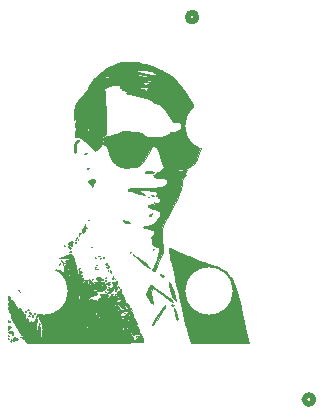
<source format=gbr>
%TF.GenerationSoftware,KiCad,Pcbnew,9.0.4*%
%TF.CreationDate,2025-09-20T10:38:11-05:00*%
%TF.ProjectId,Scrutineering,53637275-7469-46e6-9565-72696e672e6b,rev?*%
%TF.SameCoordinates,Original*%
%TF.FileFunction,Legend,Bot*%
%TF.FilePolarity,Positive*%
%FSLAX46Y46*%
G04 Gerber Fmt 4.6, Leading zero omitted, Abs format (unit mm)*
G04 Created by KiCad (PCBNEW 9.0.4) date 2025-09-20 10:38:11*
%MOMM*%
%LPD*%
G01*
G04 APERTURE LIST*
G04 Aperture macros list*
%AMRoundRect*
0 Rectangle with rounded corners*
0 $1 Rounding radius*
0 $2 $3 $4 $5 $6 $7 $8 $9 X,Y pos of 4 corners*
0 Add a 4 corners polygon primitive as box body*
4,1,4,$2,$3,$4,$5,$6,$7,$8,$9,$2,$3,0*
0 Add four circle primitives for the rounded corners*
1,1,$1+$1,$2,$3*
1,1,$1+$1,$4,$5*
1,1,$1+$1,$6,$7*
1,1,$1+$1,$8,$9*
0 Add four rect primitives between the rounded corners*
20,1,$1+$1,$2,$3,$4,$5,0*
20,1,$1+$1,$4,$5,$6,$7,0*
20,1,$1+$1,$6,$7,$8,$9,0*
20,1,$1+$1,$8,$9,$2,$3,0*%
G04 Aperture macros list end*
%ADD10C,0.508000*%
%ADD11C,0.010000*%
%ADD12C,1.700000*%
%ADD13RoundRect,0.250000X-0.600000X0.850000X-0.600000X-0.850000X0.600000X-0.850000X0.600000X0.850000X0*%
%ADD14O,1.700000X2.200000*%
%ADD15C,1.752600*%
%ADD16C,4.000000*%
%ADD17O,3.500000X2.200000*%
%ADD18R,2.500000X1.500000*%
%ADD19O,2.500000X1.500000*%
%ADD20C,1.750000*%
%ADD21C,1.875000*%
%ADD22RoundRect,0.250000X0.600000X-0.850000X0.600000X0.850000X-0.600000X0.850000X-0.600000X-0.850000X0*%
%ADD23C,3.600000*%
%ADD24C,6.400000*%
G04 APERTURE END LIST*
D10*
%TO.C,J11*%
X132826000Y-94691895D02*
G75*
G02*
X132064000Y-94691895I-381000J0D01*
G01*
X132064000Y-94691895D02*
G75*
G02*
X132826000Y-94691895I381000J0D01*
G01*
%TO.C,J12*%
X122936000Y-62308106D02*
G75*
G02*
X122174000Y-62308106I-381000J0D01*
G01*
X122174000Y-62308106D02*
G75*
G02*
X122936000Y-62308106I381000J0D01*
G01*
D11*
%TO.C,LOGO1*%
X108602000Y-86737621D02*
X108570250Y-86769371D01*
X108538500Y-86737621D01*
X108570250Y-86705871D01*
X108602000Y-86737621D01*
G36*
X108602000Y-86737621D02*
G01*
X108570250Y-86769371D01*
X108538500Y-86737621D01*
X108570250Y-86705871D01*
X108602000Y-86737621D01*
G37*
X108792500Y-85721621D02*
X108760750Y-85753371D01*
X108729000Y-85721621D01*
X108760750Y-85689871D01*
X108792500Y-85721621D01*
G36*
X108792500Y-85721621D02*
G01*
X108760750Y-85753371D01*
X108729000Y-85721621D01*
X108760750Y-85689871D01*
X108792500Y-85721621D01*
G37*
X111650000Y-83245121D02*
X111618250Y-83276871D01*
X111586500Y-83245121D01*
X111618250Y-83213371D01*
X111650000Y-83245121D01*
G36*
X111650000Y-83245121D02*
G01*
X111618250Y-83276871D01*
X111586500Y-83245121D01*
X111618250Y-83213371D01*
X111650000Y-83245121D01*
G37*
X111777000Y-81657621D02*
X111745250Y-81689371D01*
X111713500Y-81657621D01*
X111745250Y-81625871D01*
X111777000Y-81657621D01*
G36*
X111777000Y-81657621D02*
G01*
X111745250Y-81689371D01*
X111713500Y-81657621D01*
X111745250Y-81625871D01*
X111777000Y-81657621D01*
G37*
X112920000Y-81149621D02*
X112888250Y-81181371D01*
X112856500Y-81149621D01*
X112888250Y-81117871D01*
X112920000Y-81149621D01*
G36*
X112920000Y-81149621D02*
G01*
X112888250Y-81181371D01*
X112856500Y-81149621D01*
X112888250Y-81117871D01*
X112920000Y-81149621D01*
G37*
X113237500Y-84197621D02*
X113205750Y-84229371D01*
X113174000Y-84197621D01*
X113205750Y-84165871D01*
X113237500Y-84197621D01*
G36*
X113237500Y-84197621D02*
G01*
X113205750Y-84229371D01*
X113174000Y-84197621D01*
X113205750Y-84165871D01*
X113237500Y-84197621D01*
G37*
X113618500Y-80133621D02*
X113586750Y-80165371D01*
X113555000Y-80133621D01*
X113586750Y-80101871D01*
X113618500Y-80133621D01*
G36*
X113618500Y-80133621D02*
G01*
X113586750Y-80165371D01*
X113555000Y-80133621D01*
X113586750Y-80101871D01*
X113618500Y-80133621D01*
G37*
X113809000Y-79498621D02*
X113777250Y-79530371D01*
X113745500Y-79498621D01*
X113777250Y-79466871D01*
X113809000Y-79498621D01*
G36*
X113809000Y-79498621D02*
G01*
X113777250Y-79530371D01*
X113745500Y-79498621D01*
X113777250Y-79466871D01*
X113809000Y-79498621D01*
G37*
X114063000Y-81784621D02*
X114031250Y-81816371D01*
X113999500Y-81784621D01*
X114031250Y-81752871D01*
X114063000Y-81784621D01*
G36*
X114063000Y-81784621D02*
G01*
X114031250Y-81816371D01*
X113999500Y-81784621D01*
X114031250Y-81752871D01*
X114063000Y-81784621D01*
G37*
X114126500Y-84515121D02*
X114094750Y-84546871D01*
X114063000Y-84515121D01*
X114094750Y-84483371D01*
X114126500Y-84515121D01*
G36*
X114126500Y-84515121D02*
G01*
X114094750Y-84546871D01*
X114063000Y-84515121D01*
X114094750Y-84483371D01*
X114126500Y-84515121D01*
G37*
X114380500Y-82673621D02*
X114348750Y-82705371D01*
X114317000Y-82673621D01*
X114348750Y-82641871D01*
X114380500Y-82673621D01*
G36*
X114380500Y-82673621D02*
G01*
X114348750Y-82705371D01*
X114317000Y-82673621D01*
X114348750Y-82641871D01*
X114380500Y-82673621D01*
G37*
X114380500Y-83499121D02*
X114348750Y-83530871D01*
X114317000Y-83499121D01*
X114348750Y-83467371D01*
X114380500Y-83499121D01*
G36*
X114380500Y-83499121D02*
G01*
X114348750Y-83530871D01*
X114317000Y-83499121D01*
X114348750Y-83467371D01*
X114380500Y-83499121D01*
G37*
X114507500Y-83308621D02*
X114475750Y-83340371D01*
X114444000Y-83308621D01*
X114475750Y-83276871D01*
X114507500Y-83308621D01*
G36*
X114507500Y-83308621D02*
G01*
X114475750Y-83340371D01*
X114444000Y-83308621D01*
X114475750Y-83276871D01*
X114507500Y-83308621D01*
G37*
X114825000Y-82737121D02*
X114793250Y-82768871D01*
X114761500Y-82737121D01*
X114793250Y-82705371D01*
X114825000Y-82737121D01*
G36*
X114825000Y-82737121D02*
G01*
X114793250Y-82768871D01*
X114761500Y-82737121D01*
X114793250Y-82705371D01*
X114825000Y-82737121D01*
G37*
X115269500Y-84388121D02*
X115237750Y-84419871D01*
X115206000Y-84388121D01*
X115237750Y-84356371D01*
X115269500Y-84388121D01*
G36*
X115269500Y-84388121D02*
G01*
X115237750Y-84419871D01*
X115206000Y-84388121D01*
X115237750Y-84356371D01*
X115269500Y-84388121D01*
G37*
X115460000Y-83753121D02*
X115428250Y-83784871D01*
X115396500Y-83753121D01*
X115428250Y-83721371D01*
X115460000Y-83753121D01*
G36*
X115460000Y-83753121D02*
G01*
X115428250Y-83784871D01*
X115396500Y-83753121D01*
X115428250Y-83721371D01*
X115460000Y-83753121D01*
G37*
X116095000Y-85785121D02*
X116063250Y-85816871D01*
X116031500Y-85785121D01*
X116063250Y-85753371D01*
X116095000Y-85785121D01*
G36*
X116095000Y-85785121D02*
G01*
X116063250Y-85816871D01*
X116031500Y-85785121D01*
X116063250Y-85753371D01*
X116095000Y-85785121D01*
G37*
X116857000Y-87372621D02*
X116825250Y-87404371D01*
X116793500Y-87372621D01*
X116825250Y-87340871D01*
X116857000Y-87372621D01*
G36*
X116857000Y-87372621D02*
G01*
X116825250Y-87404371D01*
X116793500Y-87372621D01*
X116825250Y-87340871D01*
X116857000Y-87372621D01*
G37*
X117365000Y-82229121D02*
X117333250Y-82260871D01*
X117301500Y-82229121D01*
X117333250Y-82197371D01*
X117365000Y-82229121D01*
G36*
X117365000Y-82229121D02*
G01*
X117333250Y-82260871D01*
X117301500Y-82229121D01*
X117333250Y-82197371D01*
X117365000Y-82229121D01*
G37*
X117492000Y-87118621D02*
X117460250Y-87150371D01*
X117428500Y-87118621D01*
X117460250Y-87086871D01*
X117492000Y-87118621D01*
G36*
X117492000Y-87118621D02*
G01*
X117460250Y-87150371D01*
X117428500Y-87118621D01*
X117460250Y-87086871D01*
X117492000Y-87118621D01*
G37*
X107089907Y-85963993D02*
X107119299Y-85986849D01*
X107051542Y-86002357D01*
X106987137Y-85997867D01*
X106968198Y-85969006D01*
X106990664Y-85956423D01*
X107089907Y-85963993D01*
G36*
X107089907Y-85963993D02*
G01*
X107119299Y-85986849D01*
X107051542Y-86002357D01*
X106987137Y-85997867D01*
X106968198Y-85969006D01*
X106990664Y-85956423D01*
X107089907Y-85963993D01*
G37*
X107014500Y-89309371D02*
X107009918Y-89342987D01*
X106972167Y-89351704D01*
X106964567Y-89342397D01*
X106972167Y-89267037D01*
X106991267Y-89257103D01*
X107014500Y-89309371D01*
G36*
X107014500Y-89309371D02*
G01*
X107009918Y-89342987D01*
X106972167Y-89351704D01*
X106964567Y-89342397D01*
X106972167Y-89267037D01*
X106991267Y-89257103D01*
X107014500Y-89309371D01*
G37*
X107014500Y-89563371D02*
X107009918Y-89596987D01*
X106972167Y-89605704D01*
X106964567Y-89596397D01*
X106972167Y-89521037D01*
X106991267Y-89511103D01*
X107014500Y-89563371D01*
G36*
X107014500Y-89563371D02*
G01*
X107009918Y-89596987D01*
X106972167Y-89605704D01*
X106964567Y-89596397D01*
X106972167Y-89521037D01*
X106991267Y-89511103D01*
X107014500Y-89563371D01*
G37*
X108517334Y-87235037D02*
X108527268Y-87254137D01*
X108475000Y-87277371D01*
X108441384Y-87272788D01*
X108432667Y-87235037D01*
X108441974Y-87227437D01*
X108517334Y-87235037D01*
G36*
X108517334Y-87235037D02*
G01*
X108527268Y-87254137D01*
X108475000Y-87277371D01*
X108441384Y-87272788D01*
X108432667Y-87235037D01*
X108441974Y-87227437D01*
X108517334Y-87235037D01*
G37*
X108898334Y-86790537D02*
X108908268Y-86809637D01*
X108856000Y-86832871D01*
X108822384Y-86828288D01*
X108813667Y-86790537D01*
X108822974Y-86782937D01*
X108898334Y-86790537D01*
G36*
X108898334Y-86790537D02*
G01*
X108908268Y-86809637D01*
X108856000Y-86832871D01*
X108822384Y-86828288D01*
X108813667Y-86790537D01*
X108822974Y-86782937D01*
X108898334Y-86790537D01*
G37*
X109947407Y-84249493D02*
X109976799Y-84272349D01*
X109909042Y-84287857D01*
X109844637Y-84283367D01*
X109825698Y-84254506D01*
X109848164Y-84241923D01*
X109947407Y-84249493D01*
G36*
X109947407Y-84249493D02*
G01*
X109976799Y-84272349D01*
X109909042Y-84287857D01*
X109844637Y-84283367D01*
X109825698Y-84254506D01*
X109848164Y-84241923D01*
X109947407Y-84249493D01*
G37*
X110485834Y-83933037D02*
X110495768Y-83952137D01*
X110443500Y-83975371D01*
X110409884Y-83970788D01*
X110401167Y-83933037D01*
X110410474Y-83925437D01*
X110485834Y-83933037D01*
G36*
X110485834Y-83933037D02*
G01*
X110495768Y-83952137D01*
X110443500Y-83975371D01*
X110409884Y-83970788D01*
X110401167Y-83933037D01*
X110410474Y-83925437D01*
X110485834Y-83933037D01*
G37*
X110963407Y-83931993D02*
X110992799Y-83954849D01*
X110925042Y-83970357D01*
X110860637Y-83965867D01*
X110841698Y-83937006D01*
X110864164Y-83924423D01*
X110963407Y-83931993D01*
G36*
X110963407Y-83931993D02*
G01*
X110992799Y-83954849D01*
X110925042Y-83970357D01*
X110860637Y-83965867D01*
X110841698Y-83937006D01*
X110864164Y-83924423D01*
X110963407Y-83931993D01*
G37*
X112136834Y-81710537D02*
X112146768Y-81729637D01*
X112094500Y-81752871D01*
X112060884Y-81748288D01*
X112052167Y-81710537D01*
X112061474Y-81702937D01*
X112136834Y-81710537D01*
G36*
X112136834Y-81710537D02*
G01*
X112146768Y-81729637D01*
X112094500Y-81752871D01*
X112060884Y-81748288D01*
X112052167Y-81710537D01*
X112061474Y-81702937D01*
X112136834Y-81710537D01*
G37*
X112708334Y-81393037D02*
X112718268Y-81412137D01*
X112666000Y-81435371D01*
X112632384Y-81430788D01*
X112623667Y-81393037D01*
X112632974Y-81385437D01*
X112708334Y-81393037D01*
G36*
X112708334Y-81393037D02*
G01*
X112718268Y-81412137D01*
X112666000Y-81435371D01*
X112632384Y-81430788D01*
X112623667Y-81393037D01*
X112632974Y-81385437D01*
X112708334Y-81393037D01*
G37*
X112729500Y-81181371D02*
X112724918Y-81214987D01*
X112687167Y-81223704D01*
X112679567Y-81214397D01*
X112687167Y-81139037D01*
X112706267Y-81129103D01*
X112729500Y-81181371D01*
G36*
X112729500Y-81181371D02*
G01*
X112724918Y-81214987D01*
X112687167Y-81223704D01*
X112679567Y-81214397D01*
X112687167Y-81139037D01*
X112706267Y-81129103D01*
X112729500Y-81181371D01*
G37*
X113757407Y-75105493D02*
X113786799Y-75128349D01*
X113719042Y-75143857D01*
X113654637Y-75139367D01*
X113635698Y-75110506D01*
X113658164Y-75097923D01*
X113757407Y-75105493D01*
G36*
X113757407Y-75105493D02*
G01*
X113786799Y-75128349D01*
X113719042Y-75143857D01*
X113654637Y-75139367D01*
X113635698Y-75110506D01*
X113658164Y-75097923D01*
X113757407Y-75105493D01*
G37*
X114777375Y-82536316D02*
X114788147Y-82558365D01*
X114698000Y-82568344D01*
X114610648Y-82559493D01*
X114618625Y-82536316D01*
X114647369Y-82527929D01*
X114777375Y-82536316D01*
G36*
X114777375Y-82536316D02*
G01*
X114788147Y-82558365D01*
X114698000Y-82568344D01*
X114610648Y-82559493D01*
X114618625Y-82536316D01*
X114647369Y-82527929D01*
X114777375Y-82536316D01*
G37*
X115057834Y-82663037D02*
X115067768Y-82682137D01*
X115015500Y-82705371D01*
X114981884Y-82700788D01*
X114973167Y-82663037D01*
X114982474Y-82655437D01*
X115057834Y-82663037D01*
G36*
X115057834Y-82663037D02*
G01*
X115067768Y-82682137D01*
X115015500Y-82705371D01*
X114981884Y-82700788D01*
X114973167Y-82663037D01*
X114982474Y-82655437D01*
X115057834Y-82663037D01*
G37*
X115311834Y-83107537D02*
X115321768Y-83126637D01*
X115269500Y-83149871D01*
X115235884Y-83145288D01*
X115227167Y-83107537D01*
X115236474Y-83099937D01*
X115311834Y-83107537D01*
G36*
X115311834Y-83107537D02*
G01*
X115321768Y-83126637D01*
X115269500Y-83149871D01*
X115235884Y-83145288D01*
X115227167Y-83107537D01*
X115236474Y-83099937D01*
X115311834Y-83107537D01*
G37*
X115502334Y-85139537D02*
X115512268Y-85158637D01*
X115460000Y-85181871D01*
X115426384Y-85177288D01*
X115417667Y-85139537D01*
X115426974Y-85131937D01*
X115502334Y-85139537D01*
G36*
X115502334Y-85139537D02*
G01*
X115512268Y-85158637D01*
X115460000Y-85181871D01*
X115426384Y-85177288D01*
X115417667Y-85139537D01*
X115426974Y-85131937D01*
X115502334Y-85139537D01*
G37*
X115789407Y-85773493D02*
X115818799Y-85796349D01*
X115751042Y-85811857D01*
X115686637Y-85807367D01*
X115667698Y-85778506D01*
X115690164Y-85765923D01*
X115789407Y-85773493D01*
G36*
X115789407Y-85773493D02*
G01*
X115818799Y-85796349D01*
X115751042Y-85811857D01*
X115686637Y-85807367D01*
X115667698Y-85778506D01*
X115690164Y-85765923D01*
X115789407Y-85773493D01*
G37*
X115841000Y-84483371D02*
X115836418Y-84516987D01*
X115798667Y-84525704D01*
X115791067Y-84516397D01*
X115798667Y-84441037D01*
X115817767Y-84431103D01*
X115841000Y-84483371D01*
G36*
X115841000Y-84483371D02*
G01*
X115836418Y-84516987D01*
X115798667Y-84525704D01*
X115791067Y-84516397D01*
X115798667Y-84441037D01*
X115817767Y-84431103D01*
X115841000Y-84483371D01*
G37*
X117851834Y-89330537D02*
X117861768Y-89349637D01*
X117809500Y-89372871D01*
X117775884Y-89368288D01*
X117767167Y-89330537D01*
X117776474Y-89322937D01*
X117851834Y-89330537D01*
G36*
X117851834Y-89330537D02*
G01*
X117861768Y-89349637D01*
X117809500Y-89372871D01*
X117775884Y-89368288D01*
X117767167Y-89330537D01*
X117776474Y-89322937D01*
X117851834Y-89330537D01*
G37*
X118867834Y-77519537D02*
X118877768Y-77538637D01*
X118825500Y-77561871D01*
X118791884Y-77557288D01*
X118783167Y-77519537D01*
X118792474Y-77511937D01*
X118867834Y-77519537D01*
G36*
X118867834Y-77519537D02*
G01*
X118877768Y-77538637D01*
X118825500Y-77561871D01*
X118791884Y-77557288D01*
X118783167Y-77519537D01*
X118792474Y-77511937D01*
X118867834Y-77519537D01*
G37*
X118931334Y-67359537D02*
X118941268Y-67378637D01*
X118889000Y-67401871D01*
X118855384Y-67397288D01*
X118846667Y-67359537D01*
X118855974Y-67351937D01*
X118931334Y-67359537D01*
G36*
X118931334Y-67359537D02*
G01*
X118941268Y-67378637D01*
X118889000Y-67401871D01*
X118855384Y-67397288D01*
X118846667Y-67359537D01*
X118855974Y-67351937D01*
X118931334Y-67359537D01*
G37*
X119312334Y-81964537D02*
X119322268Y-81983637D01*
X119270000Y-82006871D01*
X119236384Y-82002288D01*
X119227667Y-81964537D01*
X119236974Y-81956937D01*
X119312334Y-81964537D01*
G36*
X119312334Y-81964537D02*
G01*
X119322268Y-81983637D01*
X119270000Y-82006871D01*
X119236384Y-82002288D01*
X119227667Y-81964537D01*
X119236974Y-81956937D01*
X119312334Y-81964537D01*
G37*
X109084609Y-87548312D02*
X109096284Y-87573409D01*
X109072983Y-87666893D01*
X109031484Y-87714949D01*
X108996510Y-87667149D01*
X108988727Y-87608095D01*
X109021834Y-87537885D01*
X109084609Y-87548312D01*
G36*
X109084609Y-87548312D02*
G01*
X109096284Y-87573409D01*
X109072983Y-87666893D01*
X109031484Y-87714949D01*
X108996510Y-87667149D01*
X108988727Y-87608095D01*
X109021834Y-87537885D01*
X109084609Y-87548312D01*
G37*
X109258076Y-87327203D02*
X109266039Y-87408758D01*
X109249411Y-87433117D01*
X109194427Y-87460620D01*
X109173500Y-87368873D01*
X109182814Y-87323557D01*
X109238036Y-87309761D01*
X109258076Y-87327203D01*
G36*
X109258076Y-87327203D02*
G01*
X109266039Y-87408758D01*
X109249411Y-87433117D01*
X109194427Y-87460620D01*
X109173500Y-87368873D01*
X109182814Y-87323557D01*
X109238036Y-87309761D01*
X109258076Y-87327203D01*
G37*
X109454079Y-84816769D02*
X109491000Y-84890829D01*
X109477933Y-84940243D01*
X109390459Y-84991371D01*
X109321076Y-84954717D01*
X109331738Y-84878627D01*
X109415594Y-84815423D01*
X109454079Y-84816769D01*
G36*
X109454079Y-84816769D02*
G01*
X109491000Y-84890829D01*
X109477933Y-84940243D01*
X109390459Y-84991371D01*
X109321076Y-84954717D01*
X109331738Y-84878627D01*
X109415594Y-84815423D01*
X109454079Y-84816769D01*
G37*
X112316110Y-82132835D02*
X112322400Y-82166128D01*
X112256998Y-82197371D01*
X112224938Y-82196128D01*
X112160807Y-82166133D01*
X112217113Y-82104832D01*
X112240009Y-82096203D01*
X112316110Y-82132835D01*
G36*
X112316110Y-82132835D02*
G01*
X112322400Y-82166128D01*
X112256998Y-82197371D01*
X112224938Y-82196128D01*
X112160807Y-82166133D01*
X112217113Y-82104832D01*
X112240009Y-82096203D01*
X112316110Y-82132835D01*
G37*
X113021609Y-83547812D02*
X113033284Y-83572909D01*
X113009983Y-83666393D01*
X112968484Y-83714449D01*
X112933510Y-83666649D01*
X112925727Y-83607595D01*
X112958834Y-83537385D01*
X113021609Y-83547812D01*
G36*
X113021609Y-83547812D02*
G01*
X113033284Y-83572909D01*
X113009983Y-83666393D01*
X112968484Y-83714449D01*
X112933510Y-83666649D01*
X112925727Y-83607595D01*
X112958834Y-83537385D01*
X113021609Y-83547812D01*
G37*
X115618110Y-84736335D02*
X115624400Y-84769628D01*
X115558998Y-84800871D01*
X115526938Y-84799628D01*
X115462807Y-84769633D01*
X115519113Y-84708332D01*
X115542009Y-84699703D01*
X115618110Y-84736335D01*
G36*
X115618110Y-84736335D02*
G01*
X115624400Y-84769628D01*
X115558998Y-84800871D01*
X115526938Y-84799628D01*
X115462807Y-84769633D01*
X115519113Y-84708332D01*
X115542009Y-84699703D01*
X115618110Y-84736335D01*
G37*
X115889330Y-84281462D02*
X115961626Y-84375133D01*
X116007494Y-84453522D01*
X116009492Y-84476779D01*
X115931252Y-84405507D01*
X115863598Y-84325987D01*
X115847184Y-84265520D01*
X115889330Y-84281462D01*
G36*
X115889330Y-84281462D02*
G01*
X115961626Y-84375133D01*
X116007494Y-84453522D01*
X116009492Y-84476779D01*
X115931252Y-84405507D01*
X115863598Y-84325987D01*
X115847184Y-84265520D01*
X115889330Y-84281462D01*
G37*
X117575237Y-82402433D02*
X117668137Y-82478122D01*
X117728173Y-82542343D01*
X117733050Y-82562721D01*
X117637763Y-82508496D01*
X117551846Y-82444295D01*
X117528150Y-82394054D01*
X117575237Y-82402433D01*
G36*
X117575237Y-82402433D02*
G01*
X117668137Y-82478122D01*
X117728173Y-82542343D01*
X117733050Y-82562721D01*
X117637763Y-82508496D01*
X117551846Y-82444295D01*
X117528150Y-82394054D01*
X117575237Y-82402433D01*
G37*
X107267528Y-89674496D02*
X107254185Y-89763589D01*
X107205000Y-89817371D01*
X107183735Y-89815406D01*
X107145913Y-89758276D01*
X107205000Y-89626871D01*
X107220151Y-89604522D01*
X107257502Y-89581710D01*
X107267528Y-89674496D01*
G36*
X107267528Y-89674496D02*
G01*
X107254185Y-89763589D01*
X107205000Y-89817371D01*
X107183735Y-89815406D01*
X107145913Y-89758276D01*
X107205000Y-89626871D01*
X107220151Y-89604522D01*
X107257502Y-89581710D01*
X107267528Y-89674496D01*
G37*
X108640189Y-87026293D02*
X108697250Y-87086871D01*
X108707173Y-87111468D01*
X108669248Y-87150371D01*
X108650816Y-87147930D01*
X108602000Y-87086871D01*
X108602729Y-87072500D01*
X108630003Y-87023371D01*
X108640189Y-87026293D01*
G36*
X108640189Y-87026293D02*
G01*
X108697250Y-87086871D01*
X108707173Y-87111468D01*
X108669248Y-87150371D01*
X108650816Y-87147930D01*
X108602000Y-87086871D01*
X108602729Y-87072500D01*
X108630003Y-87023371D01*
X108640189Y-87026293D01*
G37*
X108792500Y-87591123D02*
X108790060Y-87609555D01*
X108729000Y-87658371D01*
X108714630Y-87657642D01*
X108665500Y-87630368D01*
X108668423Y-87620182D01*
X108729000Y-87563121D01*
X108753598Y-87553198D01*
X108792500Y-87591123D01*
G36*
X108792500Y-87591123D02*
G01*
X108790060Y-87609555D01*
X108729000Y-87658371D01*
X108714630Y-87657642D01*
X108665500Y-87630368D01*
X108668423Y-87620182D01*
X108729000Y-87563121D01*
X108753598Y-87553198D01*
X108792500Y-87591123D01*
G37*
X108869691Y-87288411D02*
X108919500Y-87372621D01*
X108913134Y-87416338D01*
X108862794Y-87467871D01*
X108831867Y-87456649D01*
X108769537Y-87372621D01*
X108762181Y-87319444D01*
X108826243Y-87277371D01*
X108869691Y-87288411D01*
G36*
X108869691Y-87288411D02*
G01*
X108919500Y-87372621D01*
X108913134Y-87416338D01*
X108862794Y-87467871D01*
X108831867Y-87456649D01*
X108769537Y-87372621D01*
X108762181Y-87319444D01*
X108826243Y-87277371D01*
X108869691Y-87288411D01*
G37*
X108998179Y-85882216D02*
X109046500Y-85943871D01*
X109044655Y-85959049D01*
X108983000Y-86007371D01*
X108967822Y-86005525D01*
X108919500Y-85943871D01*
X108921346Y-85928692D01*
X108983000Y-85880371D01*
X108998179Y-85882216D01*
G36*
X108998179Y-85882216D02*
G01*
X109046500Y-85943871D01*
X109044655Y-85959049D01*
X108983000Y-86007371D01*
X108967822Y-86005525D01*
X108919500Y-85943871D01*
X108921346Y-85928692D01*
X108983000Y-85880371D01*
X108998179Y-85882216D01*
G37*
X109427500Y-87686373D02*
X109419729Y-87733684D01*
X109364000Y-87785371D01*
X109348935Y-87783660D01*
X109300500Y-87725618D01*
X109302923Y-87707803D01*
X109364000Y-87626621D01*
X109396716Y-87620647D01*
X109427500Y-87686373D01*
G36*
X109427500Y-87686373D02*
G01*
X109419729Y-87733684D01*
X109364000Y-87785371D01*
X109348935Y-87783660D01*
X109300500Y-87725618D01*
X109302923Y-87707803D01*
X109364000Y-87626621D01*
X109396716Y-87620647D01*
X109427500Y-87686373D01*
G37*
X109635342Y-88211118D02*
X109681500Y-88297118D01*
X109679683Y-88311295D01*
X109618000Y-88356871D01*
X109587654Y-88344755D01*
X109554500Y-88257873D01*
X109563638Y-88212516D01*
X109618000Y-88198121D01*
X109635342Y-88211118D01*
G36*
X109635342Y-88211118D02*
G01*
X109681500Y-88297118D01*
X109679683Y-88311295D01*
X109618000Y-88356871D01*
X109587654Y-88344755D01*
X109554500Y-88257873D01*
X109563638Y-88212516D01*
X109618000Y-88198121D01*
X109635342Y-88211118D01*
G37*
X111359216Y-83154856D02*
X111364250Y-83213371D01*
X111351217Y-83232374D01*
X111297003Y-83276871D01*
X111290666Y-83275220D01*
X111269000Y-83213371D01*
X111271585Y-83195966D01*
X111336248Y-83149871D01*
X111359216Y-83154856D01*
G36*
X111359216Y-83154856D02*
G01*
X111364250Y-83213371D01*
X111351217Y-83232374D01*
X111297003Y-83276871D01*
X111290666Y-83275220D01*
X111269000Y-83213371D01*
X111271585Y-83195966D01*
X111336248Y-83149871D01*
X111359216Y-83154856D01*
G37*
X112236679Y-81818216D02*
X112285000Y-81879871D01*
X112283155Y-81895049D01*
X112221500Y-81943371D01*
X112206322Y-81941525D01*
X112158000Y-81879871D01*
X112159846Y-81864692D01*
X112221500Y-81816371D01*
X112236679Y-81818216D01*
G36*
X112236679Y-81818216D02*
G01*
X112285000Y-81879871D01*
X112283155Y-81895049D01*
X112221500Y-81943371D01*
X112206322Y-81941525D01*
X112158000Y-81879871D01*
X112159846Y-81864692D01*
X112221500Y-81816371D01*
X112236679Y-81818216D01*
G37*
X112819716Y-80932356D02*
X112824750Y-80990871D01*
X112811717Y-81009874D01*
X112757503Y-81054371D01*
X112751166Y-81052720D01*
X112729500Y-80990871D01*
X112732085Y-80973466D01*
X112796748Y-80927371D01*
X112819716Y-80932356D01*
G36*
X112819716Y-80932356D02*
G01*
X112824750Y-80990871D01*
X112811717Y-81009874D01*
X112757503Y-81054371D01*
X112751166Y-81052720D01*
X112729500Y-80990871D01*
X112732085Y-80973466D01*
X112796748Y-80927371D01*
X112819716Y-80932356D01*
G37*
X113648613Y-73812720D02*
X113655532Y-73839250D01*
X113603021Y-73900184D01*
X113584008Y-73907653D01*
X113464081Y-73934408D01*
X113428000Y-73885664D01*
X113474507Y-73817322D01*
X113572222Y-73784268D01*
X113648613Y-73812720D01*
G36*
X113648613Y-73812720D02*
G01*
X113655532Y-73839250D01*
X113603021Y-73900184D01*
X113584008Y-73907653D01*
X113464081Y-73934408D01*
X113428000Y-73885664D01*
X113474507Y-73817322D01*
X113572222Y-73784268D01*
X113648613Y-73812720D01*
G37*
X114414172Y-84722196D02*
X114517119Y-84747894D01*
X114571000Y-84776523D01*
X114557324Y-84793033D01*
X114471185Y-84801927D01*
X114360750Y-84784115D01*
X114290920Y-84746544D01*
X114309815Y-84717737D01*
X114414172Y-84722196D01*
G36*
X114414172Y-84722196D02*
G01*
X114517119Y-84747894D01*
X114571000Y-84776523D01*
X114557324Y-84793033D01*
X114471185Y-84801927D01*
X114360750Y-84784115D01*
X114290920Y-84746544D01*
X114309815Y-84717737D01*
X114414172Y-84722196D01*
G37*
X114553917Y-83613866D02*
X114564835Y-83617008D01*
X114574236Y-83636335D01*
X114475750Y-83645491D01*
X114460713Y-83645578D01*
X114361306Y-83637065D01*
X114363417Y-83616219D01*
X114415594Y-83604569D01*
X114553917Y-83613866D01*
G36*
X114553917Y-83613866D02*
G01*
X114564835Y-83617008D01*
X114574236Y-83636335D01*
X114475750Y-83645491D01*
X114460713Y-83645578D01*
X114361306Y-83637065D01*
X114363417Y-83616219D01*
X114415594Y-83604569D01*
X114553917Y-83613866D01*
G37*
X115221179Y-84548716D02*
X115269500Y-84610371D01*
X115267655Y-84625549D01*
X115206000Y-84673871D01*
X115190822Y-84672025D01*
X115142500Y-84610371D01*
X115144346Y-84595192D01*
X115206000Y-84546871D01*
X115221179Y-84548716D01*
G36*
X115221179Y-84548716D02*
G01*
X115269500Y-84610371D01*
X115267655Y-84625549D01*
X115206000Y-84673871D01*
X115190822Y-84672025D01*
X115142500Y-84610371D01*
X115144346Y-84595192D01*
X115206000Y-84546871D01*
X115221179Y-84548716D01*
G37*
X115220685Y-85501811D02*
X115269500Y-85562871D01*
X115268772Y-85577241D01*
X115241498Y-85626371D01*
X115231312Y-85623448D01*
X115174250Y-85562871D01*
X115164328Y-85538273D01*
X115202253Y-85499371D01*
X115220685Y-85501811D01*
G36*
X115220685Y-85501811D02*
G01*
X115269500Y-85562871D01*
X115268772Y-85577241D01*
X115241498Y-85626371D01*
X115231312Y-85623448D01*
X115174250Y-85562871D01*
X115164328Y-85538273D01*
X115202253Y-85499371D01*
X115220685Y-85501811D01*
G37*
X115345038Y-83220300D02*
X115396500Y-83274878D01*
X115383017Y-83301154D01*
X115301250Y-83299834D01*
X115255655Y-83279272D01*
X115206000Y-83238327D01*
X115216528Y-83226956D01*
X115301250Y-83213371D01*
X115345038Y-83220300D01*
G36*
X115345038Y-83220300D02*
G01*
X115396500Y-83274878D01*
X115383017Y-83301154D01*
X115301250Y-83299834D01*
X115255655Y-83279272D01*
X115206000Y-83238327D01*
X115216528Y-83226956D01*
X115301250Y-83213371D01*
X115345038Y-83220300D01*
G37*
X115425734Y-84848348D02*
X115532681Y-84884109D01*
X115587000Y-84939690D01*
X115558000Y-84975042D01*
X115461739Y-84980426D01*
X115352472Y-84948319D01*
X115287833Y-84888570D01*
X115307499Y-84846234D01*
X115425734Y-84848348D01*
G36*
X115425734Y-84848348D02*
G01*
X115532681Y-84884109D01*
X115587000Y-84939690D01*
X115558000Y-84975042D01*
X115461739Y-84980426D01*
X115352472Y-84948319D01*
X115287833Y-84888570D01*
X115307499Y-84846234D01*
X115425734Y-84848348D01*
G37*
X115495461Y-83420204D02*
X115518054Y-83485098D01*
X115444125Y-83548760D01*
X115414136Y-83556807D01*
X115316090Y-83549664D01*
X115289048Y-83501852D01*
X115334331Y-83435877D01*
X115431998Y-83403871D01*
X115495461Y-83420204D01*
G36*
X115495461Y-83420204D02*
G01*
X115518054Y-83485098D01*
X115444125Y-83548760D01*
X115414136Y-83556807D01*
X115316090Y-83549664D01*
X115289048Y-83501852D01*
X115334331Y-83435877D01*
X115431998Y-83403871D01*
X115495461Y-83420204D01*
G37*
X116323689Y-85121293D02*
X116380750Y-85181871D01*
X116390673Y-85206468D01*
X116352748Y-85245371D01*
X116334316Y-85242930D01*
X116285500Y-85181871D01*
X116286229Y-85167500D01*
X116313503Y-85118371D01*
X116323689Y-85121293D01*
G36*
X116323689Y-85121293D02*
G01*
X116380750Y-85181871D01*
X116390673Y-85206468D01*
X116352748Y-85245371D01*
X116334316Y-85242930D01*
X116285500Y-85181871D01*
X116286229Y-85167500D01*
X116313503Y-85118371D01*
X116323689Y-85121293D01*
G37*
X116618179Y-86834716D02*
X116666500Y-86896371D01*
X116664655Y-86911549D01*
X116603000Y-86959871D01*
X116587822Y-86958025D01*
X116539500Y-86896371D01*
X116541346Y-86881192D01*
X116603000Y-86832871D01*
X116618179Y-86834716D01*
G36*
X116618179Y-86834716D02*
G01*
X116666500Y-86896371D01*
X116664655Y-86911549D01*
X116603000Y-86959871D01*
X116587822Y-86958025D01*
X116539500Y-86896371D01*
X116541346Y-86881192D01*
X116603000Y-86832871D01*
X116618179Y-86834716D01*
G37*
X119211129Y-77379619D02*
X119301750Y-77434871D01*
X119314874Y-77481642D01*
X119259344Y-77490965D01*
X119143000Y-77434871D01*
X119130222Y-77426518D01*
X119084063Y-77382619D01*
X119155128Y-77372343D01*
X119211129Y-77379619D01*
G36*
X119211129Y-77379619D02*
G01*
X119301750Y-77434871D01*
X119314874Y-77481642D01*
X119259344Y-77490965D01*
X119143000Y-77434871D01*
X119130222Y-77426518D01*
X119084063Y-77382619D01*
X119155128Y-77372343D01*
X119211129Y-77379619D01*
G37*
X119368920Y-78009228D02*
X119428750Y-78069871D01*
X119440578Y-78092353D01*
X119436246Y-78133371D01*
X119425081Y-78130513D01*
X119365250Y-78069871D01*
X119353423Y-78047388D01*
X119357755Y-78006371D01*
X119368920Y-78009228D01*
G36*
X119368920Y-78009228D02*
G01*
X119428750Y-78069871D01*
X119440578Y-78092353D01*
X119436246Y-78133371D01*
X119425081Y-78130513D01*
X119365250Y-78069871D01*
X119353423Y-78047388D01*
X119357755Y-78006371D01*
X119368920Y-78009228D01*
G37*
X120930719Y-86656686D02*
X120984500Y-86705871D01*
X120982536Y-86727136D01*
X120925406Y-86764958D01*
X120794000Y-86705871D01*
X120771652Y-86690720D01*
X120748840Y-86653369D01*
X120841625Y-86643343D01*
X120930719Y-86656686D01*
G36*
X120930719Y-86656686D02*
G01*
X120984500Y-86705871D01*
X120982536Y-86727136D01*
X120925406Y-86764958D01*
X120794000Y-86705871D01*
X120771652Y-86690720D01*
X120748840Y-86653369D01*
X120841625Y-86643343D01*
X120930719Y-86656686D01*
G37*
X107046250Y-87998549D02*
X107102073Y-88060921D01*
X107141500Y-88128092D01*
X107128646Y-88140311D01*
X107046250Y-88125834D01*
X107002302Y-88098411D01*
X106951000Y-87996291D01*
X106951586Y-87971731D01*
X106972707Y-87937113D01*
X107046250Y-87998549D01*
G36*
X107046250Y-87998549D02*
G01*
X107102073Y-88060921D01*
X107141500Y-88128092D01*
X107128646Y-88140311D01*
X107046250Y-88125834D01*
X107002302Y-88098411D01*
X106951000Y-87996291D01*
X106951586Y-87971731D01*
X106972707Y-87937113D01*
X107046250Y-87998549D01*
G37*
X107143261Y-88474255D02*
X107183908Y-88551554D01*
X107104715Y-88670853D01*
X107068741Y-88707116D01*
X106984273Y-88781642D01*
X106954554Y-88754802D01*
X106951000Y-88616489D01*
X106971946Y-88483303D01*
X107044413Y-88445318D01*
X107143261Y-88474255D01*
G36*
X107143261Y-88474255D02*
G01*
X107183908Y-88551554D01*
X107104715Y-88670853D01*
X107068741Y-88707116D01*
X106984273Y-88781642D01*
X106954554Y-88754802D01*
X106951000Y-88616489D01*
X106971946Y-88483303D01*
X107044413Y-88445318D01*
X107143261Y-88474255D01*
G37*
X111572404Y-82952160D02*
X111658978Y-83020533D01*
X111677170Y-83093781D01*
X111662338Y-83115264D01*
X111625673Y-83138220D01*
X111597089Y-83097792D01*
X111520907Y-82996599D01*
X111471964Y-82929932D01*
X111473441Y-82904190D01*
X111572404Y-82952160D01*
G36*
X111572404Y-82952160D02*
G01*
X111658978Y-83020533D01*
X111677170Y-83093781D01*
X111662338Y-83115264D01*
X111625673Y-83138220D01*
X111597089Y-83097792D01*
X111520907Y-82996599D01*
X111471964Y-82929932D01*
X111473441Y-82904190D01*
X111572404Y-82952160D01*
G37*
X115650500Y-83784871D02*
X115681120Y-83838843D01*
X115713028Y-83931493D01*
X115708767Y-83947831D01*
X115650500Y-83943621D01*
X115620330Y-83911813D01*
X115587973Y-83796998D01*
X115588188Y-83782558D01*
X115601185Y-83725364D01*
X115650500Y-83784871D01*
G36*
X115650500Y-83784871D02*
G01*
X115681120Y-83838843D01*
X115713028Y-83931493D01*
X115708767Y-83947831D01*
X115650500Y-83943621D01*
X115620330Y-83911813D01*
X115587973Y-83796998D01*
X115588188Y-83782558D01*
X115601185Y-83725364D01*
X115650500Y-83784871D01*
G37*
X120000250Y-84113925D02*
X120107757Y-84177079D01*
X120159000Y-84239563D01*
X120153747Y-84271400D01*
X120098483Y-84286461D01*
X119964326Y-84227136D01*
X119911020Y-84194499D01*
X119843938Y-84118956D01*
X119876782Y-84082325D01*
X120000250Y-84113925D01*
G36*
X120000250Y-84113925D02*
G01*
X120107757Y-84177079D01*
X120159000Y-84239563D01*
X120153747Y-84271400D01*
X120098483Y-84286461D01*
X119964326Y-84227136D01*
X119911020Y-84194499D01*
X119843938Y-84118956D01*
X119876782Y-84082325D01*
X120000250Y-84113925D01*
G37*
X119143000Y-78979499D02*
X119140500Y-79010778D01*
X119100667Y-79107037D01*
X119034929Y-79141190D01*
X118937126Y-79143587D01*
X118889000Y-79101145D01*
X118917063Y-79053471D01*
X119016000Y-78973607D01*
X119043095Y-78957140D01*
X119123221Y-78927060D01*
X119143000Y-78979499D01*
G36*
X119143000Y-78979499D02*
G01*
X119140500Y-79010778D01*
X119100667Y-79107037D01*
X119034929Y-79141190D01*
X118937126Y-79143587D01*
X118889000Y-79101145D01*
X118917063Y-79053471D01*
X119016000Y-78973607D01*
X119043095Y-78957140D01*
X119123221Y-78927060D01*
X119143000Y-78979499D01*
G37*
X113110500Y-80596263D02*
X113106401Y-80623452D01*
X113047000Y-80673371D01*
X113031445Y-80674871D01*
X112991020Y-80720996D01*
X112991829Y-80727137D01*
X112986007Y-80832121D01*
X112975200Y-80852298D01*
X112939367Y-80810009D01*
X112940022Y-80736286D01*
X113007880Y-80621777D01*
X113078288Y-80567234D01*
X113110500Y-80596263D01*
G36*
X113110500Y-80596263D02*
G01*
X113106401Y-80623452D01*
X113047000Y-80673371D01*
X113031445Y-80674871D01*
X112991020Y-80720996D01*
X112991829Y-80727137D01*
X112986007Y-80832121D01*
X112975200Y-80852298D01*
X112939367Y-80810009D01*
X112940022Y-80736286D01*
X113007880Y-80621777D01*
X113078288Y-80567234D01*
X113110500Y-80596263D01*
G37*
X119113883Y-75358369D02*
X119276208Y-75420765D01*
X119307575Y-75454185D01*
X119280037Y-75482406D01*
X119160321Y-75498211D01*
X118931047Y-75505887D01*
X118905509Y-75506316D01*
X118688169Y-75506904D01*
X118577655Y-75496769D01*
X118555591Y-75471457D01*
X118603601Y-75426512D01*
X118694074Y-75381845D01*
X118898598Y-75345577D01*
X119113883Y-75358369D01*
G36*
X119113883Y-75358369D02*
G01*
X119276208Y-75420765D01*
X119307575Y-75454185D01*
X119280037Y-75482406D01*
X119160321Y-75498211D01*
X118931047Y-75505887D01*
X118905509Y-75506316D01*
X118688169Y-75506904D01*
X118577655Y-75496769D01*
X118555591Y-75471457D01*
X118603601Y-75426512D01*
X118694074Y-75381845D01*
X118898598Y-75345577D01*
X119113883Y-75358369D01*
G37*
X107552716Y-89435097D02*
X107610129Y-89474497D01*
X107649500Y-89473392D01*
X107665993Y-89464286D01*
X107738086Y-89513242D01*
X107797133Y-89598016D01*
X107769199Y-89663570D01*
X107649500Y-89658621D01*
X107576649Y-89651928D01*
X107480219Y-89703662D01*
X107475189Y-89711003D01*
X107433413Y-89719472D01*
X107406597Y-89605190D01*
X107404297Y-89442810D01*
X107451703Y-89383154D01*
X107552716Y-89435097D01*
G36*
X107552716Y-89435097D02*
G01*
X107610129Y-89474497D01*
X107649500Y-89473392D01*
X107665993Y-89464286D01*
X107738086Y-89513242D01*
X107797133Y-89598016D01*
X107769199Y-89663570D01*
X107649500Y-89658621D01*
X107576649Y-89651928D01*
X107480219Y-89703662D01*
X107475189Y-89711003D01*
X107433413Y-89719472D01*
X107406597Y-89605190D01*
X107404297Y-89442810D01*
X107451703Y-89383154D01*
X107552716Y-89435097D01*
G37*
X110252028Y-84149996D02*
X110287582Y-84200780D01*
X110402945Y-84229371D01*
X110451690Y-84231295D01*
X110525881Y-84270120D01*
X110522542Y-84388121D01*
X110466564Y-84509841D01*
X110337100Y-84546871D01*
X110242059Y-84531271D01*
X110222970Y-84480589D01*
X110234502Y-84440225D01*
X110198600Y-84335584D01*
X110172982Y-84290467D01*
X110192160Y-84163741D01*
X110231572Y-84115232D01*
X110252028Y-84149996D01*
G36*
X110252028Y-84149996D02*
G01*
X110287582Y-84200780D01*
X110402945Y-84229371D01*
X110451690Y-84231295D01*
X110525881Y-84270120D01*
X110522542Y-84388121D01*
X110466564Y-84509841D01*
X110337100Y-84546871D01*
X110242059Y-84531271D01*
X110222970Y-84480589D01*
X110234502Y-84440225D01*
X110198600Y-84335584D01*
X110172982Y-84290467D01*
X110192160Y-84163741D01*
X110231572Y-84115232D01*
X110252028Y-84149996D01*
G37*
X107273546Y-88897184D02*
X107351766Y-88944377D01*
X107377248Y-89069476D01*
X107369344Y-89187566D01*
X107329623Y-89212651D01*
X107304278Y-89188360D01*
X107268500Y-89079625D01*
X107260850Y-89037130D01*
X107210731Y-89020079D01*
X107208800Y-89021223D01*
X107111873Y-89030133D01*
X107002814Y-88994827D01*
X106951187Y-88937452D01*
X106951753Y-88934449D01*
X107016998Y-88906348D01*
X107157562Y-88892573D01*
X107273546Y-88897184D01*
G36*
X107273546Y-88897184D02*
G01*
X107351766Y-88944377D01*
X107377248Y-89069476D01*
X107369344Y-89187566D01*
X107329623Y-89212651D01*
X107304278Y-89188360D01*
X107268500Y-89079625D01*
X107260850Y-89037130D01*
X107210731Y-89020079D01*
X107208800Y-89021223D01*
X107111873Y-89030133D01*
X107002814Y-88994827D01*
X106951187Y-88937452D01*
X106951753Y-88934449D01*
X107016998Y-88906348D01*
X107157562Y-88892573D01*
X107273546Y-88897184D01*
G37*
X113015250Y-72738694D02*
X112863621Y-72855285D01*
X112781533Y-72930157D01*
X112738915Y-73037620D01*
X112756115Y-73207077D01*
X112767614Y-73422453D01*
X112726791Y-73664830D01*
X112713363Y-73703975D01*
X112654302Y-73827453D01*
X112609790Y-73826090D01*
X112579464Y-73699404D01*
X112562963Y-73446915D01*
X112569637Y-73216461D01*
X112625015Y-72958706D01*
X112728565Y-72794205D01*
X112874006Y-72737282D01*
X113015250Y-72738694D01*
G36*
X113015250Y-72738694D02*
G01*
X112863621Y-72855285D01*
X112781533Y-72930157D01*
X112738915Y-73037620D01*
X112756115Y-73207077D01*
X112767614Y-73422453D01*
X112726791Y-73664830D01*
X112713363Y-73703975D01*
X112654302Y-73827453D01*
X112609790Y-73826090D01*
X112579464Y-73699404D01*
X112562963Y-73446915D01*
X112569637Y-73216461D01*
X112625015Y-72958706D01*
X112728565Y-72794205D01*
X112874006Y-72737282D01*
X113015250Y-72738694D01*
G37*
X116805772Y-79474133D02*
X116857000Y-79534118D01*
X116859576Y-79554288D01*
X116904651Y-79571916D01*
X116918749Y-79568415D01*
X117022455Y-79592369D01*
X117174526Y-79660757D01*
X117245436Y-79702372D01*
X117305240Y-79761737D01*
X117264677Y-79784717D01*
X117138907Y-79768160D01*
X116943088Y-79708911D01*
X116807926Y-79642749D01*
X116713771Y-79561465D01*
X116692958Y-79494626D01*
X116763743Y-79466871D01*
X116805772Y-79474133D01*
G36*
X116805772Y-79474133D02*
G01*
X116857000Y-79534118D01*
X116859576Y-79554288D01*
X116904651Y-79571916D01*
X116918749Y-79568415D01*
X117022455Y-79592369D01*
X117174526Y-79660757D01*
X117245436Y-79702372D01*
X117305240Y-79761737D01*
X117264677Y-79784717D01*
X117138907Y-79768160D01*
X116943088Y-79708911D01*
X116807926Y-79642749D01*
X116713771Y-79561465D01*
X116692958Y-79494626D01*
X116763743Y-79466871D01*
X116805772Y-79474133D01*
G37*
X112437767Y-81313627D02*
X112453115Y-81353428D01*
X112389198Y-81462377D01*
X112373888Y-81486343D01*
X112326832Y-81595690D01*
X112366020Y-81647864D01*
X112406740Y-81669175D01*
X112368911Y-81684357D01*
X112317905Y-81674677D01*
X112209594Y-81604893D01*
X112151597Y-81564562D01*
X112030434Y-81545473D01*
X112020276Y-81547520D01*
X112010052Y-81520299D01*
X112085660Y-81439451D01*
X112225034Y-81348729D01*
X112362838Y-81308371D01*
X112437767Y-81313627D01*
G36*
X112437767Y-81313627D02*
G01*
X112453115Y-81353428D01*
X112389198Y-81462377D01*
X112373888Y-81486343D01*
X112326832Y-81595690D01*
X112366020Y-81647864D01*
X112406740Y-81669175D01*
X112368911Y-81684357D01*
X112317905Y-81674677D01*
X112209594Y-81604893D01*
X112151597Y-81564562D01*
X112030434Y-81545473D01*
X112020276Y-81547520D01*
X112010052Y-81520299D01*
X112085660Y-81439451D01*
X112225034Y-81348729D01*
X112362838Y-81308371D01*
X112437767Y-81313627D01*
G37*
X114270119Y-76029089D02*
X114305300Y-76100488D01*
X114305921Y-76224391D01*
X114265680Y-76332028D01*
X114196461Y-76368610D01*
X114139003Y-76390872D01*
X114141538Y-76511485D01*
X114148839Y-76619900D01*
X114120926Y-76672871D01*
X114077258Y-76645964D01*
X113981276Y-76547348D01*
X113872140Y-76414281D01*
X113782623Y-76287403D01*
X113745500Y-76207354D01*
X113775353Y-76166586D01*
X113889468Y-76103846D01*
X114043060Y-76048772D01*
X114186490Y-76018230D01*
X114270119Y-76029089D01*
G36*
X114270119Y-76029089D02*
G01*
X114305300Y-76100488D01*
X114305921Y-76224391D01*
X114265680Y-76332028D01*
X114196461Y-76368610D01*
X114139003Y-76390872D01*
X114141538Y-76511485D01*
X114148839Y-76619900D01*
X114120926Y-76672871D01*
X114077258Y-76645964D01*
X113981276Y-76547348D01*
X113872140Y-76414281D01*
X113782623Y-76287403D01*
X113745500Y-76207354D01*
X113775353Y-76166586D01*
X113889468Y-76103846D01*
X114043060Y-76048772D01*
X114186490Y-76018230D01*
X114270119Y-76029089D01*
G37*
X114640932Y-84353684D02*
X114820092Y-84394806D01*
X114959415Y-84453374D01*
X115015500Y-84515871D01*
X115007559Y-84569920D01*
X114945807Y-84605473D01*
X114837700Y-84534171D01*
X114827302Y-84524131D01*
X114775323Y-84504964D01*
X114761500Y-84597671D01*
X114761138Y-84619409D01*
X114733878Y-84719516D01*
X114655737Y-84714518D01*
X114516066Y-84604721D01*
X114422405Y-84489350D01*
X114398948Y-84388859D01*
X114462728Y-84343695D01*
X114465335Y-84343527D01*
X114640932Y-84353684D01*
G36*
X114640932Y-84353684D02*
G01*
X114820092Y-84394806D01*
X114959415Y-84453374D01*
X115015500Y-84515871D01*
X115007559Y-84569920D01*
X114945807Y-84605473D01*
X114837700Y-84534171D01*
X114827302Y-84524131D01*
X114775323Y-84504964D01*
X114761500Y-84597671D01*
X114761138Y-84619409D01*
X114733878Y-84719516D01*
X114655737Y-84714518D01*
X114516066Y-84604721D01*
X114422405Y-84489350D01*
X114398948Y-84388859D01*
X114462728Y-84343695D01*
X114465335Y-84343527D01*
X114640932Y-84353684D01*
G37*
X121080872Y-87051382D02*
X121138802Y-87145636D01*
X121175000Y-87260911D01*
X121201307Y-87372068D01*
X121266850Y-87524795D01*
X121320107Y-87686035D01*
X121322285Y-87841660D01*
X121283384Y-87934567D01*
X121239669Y-87928118D01*
X121209724Y-87803255D01*
X121187447Y-87695545D01*
X121132491Y-87531371D01*
X121132332Y-87530985D01*
X121074303Y-87353663D01*
X121026816Y-87150371D01*
X121023378Y-87131204D01*
X121004645Y-87002618D01*
X121020963Y-86981224D01*
X121080872Y-87051382D01*
G36*
X121080872Y-87051382D02*
G01*
X121138802Y-87145636D01*
X121175000Y-87260911D01*
X121201307Y-87372068D01*
X121266850Y-87524795D01*
X121320107Y-87686035D01*
X121322285Y-87841660D01*
X121283384Y-87934567D01*
X121239669Y-87928118D01*
X121209724Y-87803255D01*
X121187447Y-87695545D01*
X121132491Y-87531371D01*
X121132332Y-87530985D01*
X121074303Y-87353663D01*
X121026816Y-87150371D01*
X121023378Y-87131204D01*
X121004645Y-87002618D01*
X121020963Y-86981224D01*
X121080872Y-87051382D01*
G37*
X120671127Y-84808224D02*
X120762955Y-84961903D01*
X120874335Y-85220640D01*
X121001764Y-85576723D01*
X121141738Y-86022439D01*
X121231176Y-86323257D01*
X121044338Y-86185122D01*
X121015242Y-86163425D01*
X120902969Y-86075306D01*
X120857500Y-86031761D01*
X120852183Y-86007963D01*
X120821015Y-85885688D01*
X120768168Y-85684218D01*
X120700814Y-85431050D01*
X120662760Y-85282649D01*
X120609543Y-85045357D01*
X120580235Y-84870068D01*
X120580444Y-84786804D01*
X120602356Y-84767317D01*
X120671127Y-84808224D01*
G36*
X120671127Y-84808224D02*
G01*
X120762955Y-84961903D01*
X120874335Y-85220640D01*
X121001764Y-85576723D01*
X121141738Y-86022439D01*
X121231176Y-86323257D01*
X121044338Y-86185122D01*
X121015242Y-86163425D01*
X120902969Y-86075306D01*
X120857500Y-86031761D01*
X120852183Y-86007963D01*
X120821015Y-85885688D01*
X120768168Y-85684218D01*
X120700814Y-85431050D01*
X120662760Y-85282649D01*
X120609543Y-85045357D01*
X120580235Y-84870068D01*
X120580444Y-84786804D01*
X120602356Y-84767317D01*
X120671127Y-84808224D01*
G37*
X113527732Y-79899849D02*
X113524981Y-80079888D01*
X113522526Y-80135417D01*
X113493152Y-80378450D01*
X113438437Y-80505460D01*
X113360113Y-80511909D01*
X113334065Y-80504354D01*
X113299070Y-80558498D01*
X113284043Y-80589786D01*
X113231697Y-80529214D01*
X113211105Y-80480493D01*
X113199934Y-80341863D01*
X113235010Y-80218603D01*
X113305280Y-80165371D01*
X113328474Y-80158693D01*
X113364500Y-80082257D01*
X113381151Y-80010429D01*
X113450290Y-79881820D01*
X113478188Y-79846199D01*
X113514446Y-79828086D01*
X113527732Y-79899849D01*
G36*
X113527732Y-79899849D02*
G01*
X113524981Y-80079888D01*
X113522526Y-80135417D01*
X113493152Y-80378450D01*
X113438437Y-80505460D01*
X113360113Y-80511909D01*
X113334065Y-80504354D01*
X113299070Y-80558498D01*
X113284043Y-80589786D01*
X113231697Y-80529214D01*
X113211105Y-80480493D01*
X113199934Y-80341863D01*
X113235010Y-80218603D01*
X113305280Y-80165371D01*
X113328474Y-80158693D01*
X113364500Y-80082257D01*
X113381151Y-80010429D01*
X113450290Y-79881820D01*
X113478188Y-79846199D01*
X113514446Y-79828086D01*
X113527732Y-79899849D01*
G37*
X120303788Y-86688742D02*
X120298494Y-86736423D01*
X120254736Y-86832555D01*
X120165862Y-86988411D01*
X120025219Y-87215259D01*
X119826157Y-87524373D01*
X119562022Y-87927023D01*
X119518768Y-87992183D01*
X119347121Y-88238167D01*
X119230499Y-88378779D01*
X119164070Y-88419059D01*
X119143000Y-88364047D01*
X119165213Y-88307993D01*
X119244523Y-88173086D01*
X119361545Y-87998922D01*
X119442212Y-87880856D01*
X119609123Y-87618278D01*
X119750187Y-87375525D01*
X119825900Y-87241549D01*
X119974302Y-87008450D01*
X120113609Y-86823048D01*
X120226919Y-86706790D01*
X120297334Y-86681125D01*
X120303788Y-86688742D01*
G36*
X120303788Y-86688742D02*
G01*
X120298494Y-86736423D01*
X120254736Y-86832555D01*
X120165862Y-86988411D01*
X120025219Y-87215259D01*
X119826157Y-87524373D01*
X119562022Y-87927023D01*
X119518768Y-87992183D01*
X119347121Y-88238167D01*
X119230499Y-88378779D01*
X119164070Y-88419059D01*
X119143000Y-88364047D01*
X119165213Y-88307993D01*
X119244523Y-88173086D01*
X119361545Y-87998922D01*
X119442212Y-87880856D01*
X119609123Y-87618278D01*
X119750187Y-87375525D01*
X119825900Y-87241549D01*
X119974302Y-87008450D01*
X120113609Y-86823048D01*
X120226919Y-86706790D01*
X120297334Y-86681125D01*
X120303788Y-86688742D01*
G37*
X117920625Y-82633433D02*
X117941317Y-82645517D01*
X118071783Y-82740567D01*
X118222250Y-82869597D01*
X118267763Y-82910909D01*
X118378074Y-83002223D01*
X118430865Y-83031704D01*
X118432947Y-83030943D01*
X118497307Y-83062861D01*
X118614054Y-83147023D01*
X118633255Y-83162404D01*
X118720260Y-83243726D01*
X118729098Y-83276871D01*
X118728803Y-83276873D01*
X118734095Y-83311934D01*
X118815784Y-83395444D01*
X118909545Y-83488392D01*
X118952500Y-83556483D01*
X118913696Y-83558473D01*
X118797486Y-83491349D01*
X118622178Y-83365613D01*
X118406291Y-83194604D01*
X118168345Y-82991663D01*
X118054894Y-82888949D01*
X117896525Y-82731836D01*
X117817430Y-82631198D01*
X117823499Y-82595557D01*
X117920625Y-82633433D01*
G36*
X117920625Y-82633433D02*
G01*
X117941317Y-82645517D01*
X118071783Y-82740567D01*
X118222250Y-82869597D01*
X118267763Y-82910909D01*
X118378074Y-83002223D01*
X118430865Y-83031704D01*
X118432947Y-83030943D01*
X118497307Y-83062861D01*
X118614054Y-83147023D01*
X118633255Y-83162404D01*
X118720260Y-83243726D01*
X118729098Y-83276871D01*
X118728803Y-83276873D01*
X118734095Y-83311934D01*
X118815784Y-83395444D01*
X118909545Y-83488392D01*
X118952500Y-83556483D01*
X118913696Y-83558473D01*
X118797486Y-83491349D01*
X118622178Y-83365613D01*
X118406291Y-83194604D01*
X118168345Y-82991663D01*
X118054894Y-82888949D01*
X117896525Y-82731836D01*
X117817430Y-82631198D01*
X117823499Y-82595557D01*
X117920625Y-82633433D01*
G37*
X119095791Y-85020014D02*
X119243707Y-85105745D01*
X119452946Y-85234840D01*
X119700475Y-85393417D01*
X119956502Y-85565506D01*
X120279505Y-85799572D01*
X120550992Y-86016299D01*
X120756765Y-86203445D01*
X120882623Y-86348767D01*
X120914367Y-86440022D01*
X120865411Y-86445564D01*
X120745019Y-86371940D01*
X120571426Y-86225910D01*
X120495227Y-86158407D01*
X120294566Y-85994462D01*
X120060932Y-85816629D01*
X119816486Y-85640273D01*
X119583390Y-85480758D01*
X119383802Y-85353450D01*
X119239884Y-85273711D01*
X119173797Y-85256907D01*
X119130714Y-85364268D01*
X119108605Y-85554060D01*
X119108295Y-85781387D01*
X119129814Y-86002131D01*
X119173189Y-86172178D01*
X119186596Y-86205507D01*
X119245909Y-86390324D01*
X119270000Y-86532967D01*
X119267099Y-86604202D01*
X119237241Y-86624309D01*
X119148002Y-86551647D01*
X119085100Y-86480251D01*
X118969104Y-86311893D01*
X118852329Y-86109526D01*
X118678655Y-85777811D01*
X118831129Y-85384591D01*
X118913703Y-85188805D01*
X118987020Y-85045927D01*
X119033402Y-84991371D01*
X119095791Y-85020014D01*
G36*
X119095791Y-85020014D02*
G01*
X119243707Y-85105745D01*
X119452946Y-85234840D01*
X119700475Y-85393417D01*
X119956502Y-85565506D01*
X120279505Y-85799572D01*
X120550992Y-86016299D01*
X120756765Y-86203445D01*
X120882623Y-86348767D01*
X120914367Y-86440022D01*
X120865411Y-86445564D01*
X120745019Y-86371940D01*
X120571426Y-86225910D01*
X120495227Y-86158407D01*
X120294566Y-85994462D01*
X120060932Y-85816629D01*
X119816486Y-85640273D01*
X119583390Y-85480758D01*
X119383802Y-85353450D01*
X119239884Y-85273711D01*
X119173797Y-85256907D01*
X119130714Y-85364268D01*
X119108605Y-85554060D01*
X119108295Y-85781387D01*
X119129814Y-86002131D01*
X119173189Y-86172178D01*
X119186596Y-86205507D01*
X119245909Y-86390324D01*
X119270000Y-86532967D01*
X119267099Y-86604202D01*
X119237241Y-86624309D01*
X119148002Y-86551647D01*
X119085100Y-86480251D01*
X118969104Y-86311893D01*
X118852329Y-86109526D01*
X118678655Y-85777811D01*
X118831129Y-85384591D01*
X118913703Y-85188805D01*
X118987020Y-85045927D01*
X119033402Y-84991371D01*
X119095791Y-85020014D01*
G37*
X116190891Y-84692976D02*
X116193536Y-84809208D01*
X116088653Y-84966377D01*
X116060046Y-84997706D01*
X116002303Y-85080209D01*
X116040524Y-85086555D01*
X116112408Y-85086262D01*
X116171331Y-85162070D01*
X116178020Y-85286415D01*
X116122053Y-85417044D01*
X116081661Y-85468259D01*
X116042084Y-85487122D01*
X116033520Y-85388246D01*
X116026655Y-85316359D01*
X115978199Y-85252624D01*
X115888192Y-85303321D01*
X115762209Y-85466834D01*
X115620166Y-85631624D01*
X115466034Y-85689084D01*
X115387437Y-85687146D01*
X115351632Y-85659549D01*
X115418409Y-85573745D01*
X115504428Y-85462175D01*
X115507999Y-85402605D01*
X115412375Y-85418003D01*
X115373393Y-85431765D01*
X115335232Y-85428510D01*
X115389591Y-85351076D01*
X115462512Y-85292656D01*
X115580091Y-85274237D01*
X115640228Y-85281931D01*
X115777500Y-85244893D01*
X115822534Y-85210215D01*
X115822891Y-85182843D01*
X115808484Y-85147428D01*
X115846806Y-85044022D01*
X115861663Y-85014901D01*
X115882646Y-84907612D01*
X115805154Y-84821772D01*
X115742578Y-84769707D01*
X115759113Y-84742801D01*
X115887072Y-84737371D01*
X115889992Y-84737362D01*
X116036261Y-84713666D01*
X116114066Y-84657996D01*
X116142869Y-84625332D01*
X116190891Y-84692976D01*
G36*
X116190891Y-84692976D02*
G01*
X116193536Y-84809208D01*
X116088653Y-84966377D01*
X116060046Y-84997706D01*
X116002303Y-85080209D01*
X116040524Y-85086555D01*
X116112408Y-85086262D01*
X116171331Y-85162070D01*
X116178020Y-85286415D01*
X116122053Y-85417044D01*
X116081661Y-85468259D01*
X116042084Y-85487122D01*
X116033520Y-85388246D01*
X116026655Y-85316359D01*
X115978199Y-85252624D01*
X115888192Y-85303321D01*
X115762209Y-85466834D01*
X115620166Y-85631624D01*
X115466034Y-85689084D01*
X115387437Y-85687146D01*
X115351632Y-85659549D01*
X115418409Y-85573745D01*
X115504428Y-85462175D01*
X115507999Y-85402605D01*
X115412375Y-85418003D01*
X115373393Y-85431765D01*
X115335232Y-85428510D01*
X115389591Y-85351076D01*
X115462512Y-85292656D01*
X115580091Y-85274237D01*
X115640228Y-85281931D01*
X115777500Y-85244893D01*
X115822534Y-85210215D01*
X115822891Y-85182843D01*
X115808484Y-85147428D01*
X115846806Y-85044022D01*
X115861663Y-85014901D01*
X115882646Y-84907612D01*
X115805154Y-84821772D01*
X115742578Y-84769707D01*
X115759113Y-84742801D01*
X115887072Y-84737371D01*
X115889992Y-84737362D01*
X116036261Y-84713666D01*
X116114066Y-84657996D01*
X116142869Y-84625332D01*
X116190891Y-84692976D01*
G37*
X120667699Y-81901861D02*
X120832797Y-81964454D01*
X121065323Y-82057845D01*
X121340245Y-82172207D01*
X121584711Y-82274206D01*
X121892917Y-82399599D01*
X122162860Y-82506086D01*
X122355349Y-82578002D01*
X122476139Y-82621970D01*
X122670936Y-82699206D01*
X122799849Y-82758516D01*
X122926961Y-82818667D01*
X123179769Y-82921131D01*
X123529908Y-83052191D01*
X123964306Y-83206978D01*
X124469890Y-83380622D01*
X124593235Y-83422998D01*
X124946677Y-83558161D01*
X125214228Y-83692992D01*
X125425502Y-83848012D01*
X125610116Y-84043743D01*
X125797686Y-84300707D01*
X125825773Y-84343824D01*
X125997250Y-84667530D01*
X126173230Y-85094177D01*
X126347312Y-85603673D01*
X126513093Y-86175923D01*
X126664172Y-86790833D01*
X126794146Y-87428310D01*
X126804964Y-87485765D01*
X126866706Y-87783021D01*
X126949785Y-88151331D01*
X127044661Y-88549339D01*
X127141797Y-88935686D01*
X127386475Y-89879372D01*
X124963363Y-89895996D01*
X124875507Y-89896596D01*
X124337214Y-89900144D01*
X123840622Y-89903204D01*
X123399945Y-89905704D01*
X123029400Y-89907571D01*
X122743203Y-89908733D01*
X122555571Y-89909117D01*
X122480719Y-89908652D01*
X122437695Y-89850179D01*
X122372261Y-89684380D01*
X122289753Y-89428699D01*
X122194712Y-89100564D01*
X122091674Y-88717402D01*
X121985181Y-88296642D01*
X121879770Y-87855712D01*
X121779980Y-87412041D01*
X121690352Y-86983056D01*
X121615422Y-86586186D01*
X121556798Y-86275196D01*
X121487401Y-85947529D01*
X121420506Y-85667874D01*
X121364840Y-85474936D01*
X121360383Y-85461869D01*
X121289481Y-85228469D01*
X121211328Y-84935132D01*
X121142047Y-84642121D01*
X121132961Y-84600544D01*
X121072440Y-84326078D01*
X120994686Y-83976327D01*
X120908745Y-83591891D01*
X120823665Y-83213371D01*
X120820865Y-83200951D01*
X120722418Y-82761271D01*
X120650301Y-82430017D01*
X120601971Y-82192324D01*
X120574888Y-82033328D01*
X120566510Y-81938164D01*
X120574297Y-81891966D01*
X120595708Y-81879871D01*
X120667699Y-81901861D01*
G36*
X120667699Y-81901861D02*
G01*
X120832797Y-81964454D01*
X121065323Y-82057845D01*
X121340245Y-82172207D01*
X121584711Y-82274206D01*
X121892917Y-82399599D01*
X122162860Y-82506086D01*
X122355349Y-82578002D01*
X122476139Y-82621970D01*
X122670936Y-82699206D01*
X122799849Y-82758516D01*
X122926961Y-82818667D01*
X123179769Y-82921131D01*
X123529908Y-83052191D01*
X123964306Y-83206978D01*
X124469890Y-83380622D01*
X124593235Y-83422998D01*
X124946677Y-83558161D01*
X125214228Y-83692992D01*
X125425502Y-83848012D01*
X125610116Y-84043743D01*
X125797686Y-84300707D01*
X125825773Y-84343824D01*
X125997250Y-84667530D01*
X126173230Y-85094177D01*
X126347312Y-85603673D01*
X126513093Y-86175923D01*
X126664172Y-86790833D01*
X126794146Y-87428310D01*
X126804964Y-87485765D01*
X126866706Y-87783021D01*
X126949785Y-88151331D01*
X127044661Y-88549339D01*
X127141797Y-88935686D01*
X127386475Y-89879372D01*
X124963363Y-89895996D01*
X124875507Y-89896596D01*
X124337214Y-89900144D01*
X123840622Y-89903204D01*
X123399945Y-89905704D01*
X123029400Y-89907571D01*
X122743203Y-89908733D01*
X122555571Y-89909117D01*
X122480719Y-89908652D01*
X122437695Y-89850179D01*
X122372261Y-89684380D01*
X122289753Y-89428699D01*
X122194712Y-89100564D01*
X122091674Y-88717402D01*
X121985181Y-88296642D01*
X121879770Y-87855712D01*
X121779980Y-87412041D01*
X121690352Y-86983056D01*
X121615422Y-86586186D01*
X121556798Y-86275196D01*
X121487401Y-85947529D01*
X121420506Y-85667874D01*
X121364840Y-85474936D01*
X121360383Y-85461869D01*
X121289481Y-85228469D01*
X121211328Y-84935132D01*
X121142047Y-84642121D01*
X121132961Y-84600544D01*
X121072440Y-84326078D01*
X120994686Y-83976327D01*
X120908745Y-83591891D01*
X120823665Y-83213371D01*
X120820865Y-83200951D01*
X120722418Y-82761271D01*
X120650301Y-82430017D01*
X120601971Y-82192324D01*
X120574888Y-82033328D01*
X120566510Y-81938164D01*
X120574297Y-81891966D01*
X120595708Y-81879871D01*
X120667699Y-81901861D01*
G37*
X119516363Y-66608121D02*
X119960641Y-66809353D01*
X120055941Y-66855490D01*
X120384658Y-67024908D01*
X120587116Y-67148125D01*
X120634916Y-67177217D01*
X120839445Y-67334059D01*
X120854032Y-67347997D01*
X121010093Y-67497121D01*
X121030976Y-67517076D01*
X121099729Y-67589160D01*
X121362986Y-67886339D01*
X121481394Y-68020005D01*
X121547564Y-68094702D01*
X121576961Y-68132121D01*
X121698425Y-68286736D01*
X121859860Y-68492230D01*
X121964122Y-68624949D01*
X122033395Y-68725192D01*
X122325151Y-69147385D01*
X122606399Y-69629493D01*
X122645472Y-69725948D01*
X122707139Y-69988488D01*
X122751292Y-70326660D01*
X122776965Y-70707448D01*
X122783194Y-71097840D01*
X122769014Y-71464820D01*
X122744115Y-71682304D01*
X122733460Y-71775376D01*
X122675568Y-71996491D01*
X122652416Y-72055139D01*
X122607061Y-72206792D01*
X122603950Y-72291693D01*
X122609265Y-72297118D01*
X122702201Y-72337684D01*
X122880554Y-72391354D01*
X123111528Y-72448028D01*
X123588001Y-72554033D01*
X123588000Y-72783734D01*
X123564547Y-72954703D01*
X123458976Y-73150776D01*
X123442043Y-73171097D01*
X123353960Y-73318320D01*
X123251064Y-73537712D01*
X123152265Y-73789868D01*
X123134877Y-73838618D01*
X123035689Y-74106031D01*
X122940510Y-74347555D01*
X122867814Y-74516028D01*
X122826168Y-74587139D01*
X122675137Y-74759938D01*
X122479673Y-74920655D01*
X122279613Y-75039172D01*
X122114790Y-75085370D01*
X122037319Y-75101890D01*
X122004278Y-75165889D01*
X122079875Y-75234840D01*
X122105752Y-75269221D01*
X122114258Y-75280524D01*
X122041767Y-75362906D01*
X121998003Y-75414330D01*
X121977656Y-75438240D01*
X121972203Y-75535457D01*
X121989995Y-75575478D01*
X121946812Y-75567684D01*
X121905427Y-75557434D01*
X121873500Y-75625120D01*
X121873501Y-75625121D01*
X121883204Y-75673541D01*
X121937000Y-75688621D01*
X121990715Y-75668325D01*
X122000851Y-75703923D01*
X121956139Y-75777809D01*
X121883466Y-75843623D01*
X121870352Y-75855500D01*
X121772194Y-75974306D01*
X121709165Y-76196621D01*
X121700933Y-76249537D01*
X121666888Y-76468390D01*
X121579879Y-76866427D01*
X121472026Y-77244428D01*
X121357223Y-77549006D01*
X121344047Y-77577314D01*
X121251565Y-77762635D01*
X121114175Y-78025942D01*
X120946311Y-78340707D01*
X120762411Y-78680401D01*
X120576910Y-79018498D01*
X120404245Y-79328468D01*
X120258852Y-79583785D01*
X120155166Y-79757919D01*
X120150099Y-79766312D01*
X120078914Y-79968273D01*
X120033224Y-80274500D01*
X120014016Y-80665785D01*
X120022279Y-81122924D01*
X120042741Y-81403621D01*
X120059002Y-81626709D01*
X120059820Y-81635018D01*
X120065457Y-81698147D01*
X120083266Y-81897633D01*
X120085825Y-82080809D01*
X120059617Y-82230273D01*
X119996761Y-82391748D01*
X119889378Y-82610959D01*
X119764695Y-82877043D01*
X119641567Y-83171496D01*
X119551911Y-83419746D01*
X119515963Y-83529674D01*
X119448795Y-83689689D01*
X119380063Y-83765635D01*
X119290154Y-83784871D01*
X119228471Y-83780258D01*
X119154110Y-83730471D01*
X119177211Y-83618474D01*
X119297986Y-83434912D01*
X119435247Y-83203255D01*
X119570011Y-82868498D01*
X119676699Y-82487464D01*
X119741349Y-82102121D01*
X119755794Y-81902844D01*
X119742849Y-81699685D01*
X119619250Y-81750128D01*
X119577882Y-81759907D01*
X119433162Y-81725113D01*
X119370104Y-81678917D01*
X119536391Y-81678917D01*
X119619250Y-81692861D01*
X119742751Y-81698147D01*
X119742660Y-81696720D01*
X119686297Y-81606084D01*
X119585825Y-81628250D01*
X119571108Y-81637798D01*
X119536391Y-81678917D01*
X119370104Y-81678917D01*
X119290537Y-81620627D01*
X119189277Y-81481837D01*
X119177564Y-81403621D01*
X119714500Y-81403621D01*
X119746250Y-81435371D01*
X119778000Y-81403621D01*
X119746250Y-81371871D01*
X119714500Y-81403621D01*
X119177564Y-81403621D01*
X119168655Y-81344126D01*
X119175525Y-81263245D01*
X119134425Y-81139288D01*
X119128570Y-81131726D01*
X119112591Y-81031393D01*
X119191323Y-80881984D01*
X119288609Y-80712567D01*
X119354164Y-80542592D01*
X119367420Y-80450811D01*
X119325928Y-80371584D01*
X119188799Y-80309570D01*
X119144664Y-80295356D01*
X118928691Y-80239586D01*
X118698500Y-80195074D01*
X118495777Y-80158721D01*
X118365251Y-80117219D01*
X118360357Y-80075902D01*
X118481475Y-80032146D01*
X118728982Y-79983325D01*
X118950401Y-79939331D01*
X119214267Y-79854175D01*
X119400185Y-79740197D01*
X119452256Y-79690975D01*
X119579650Y-79535863D01*
X119702062Y-79349497D01*
X119801085Y-79164626D01*
X119858312Y-79014001D01*
X119855336Y-78930373D01*
X119836136Y-78901161D01*
X119810560Y-78785604D01*
X119810500Y-78783460D01*
X119750280Y-78696929D01*
X119602781Y-78613051D01*
X119405932Y-78548313D01*
X119197660Y-78519201D01*
X119061223Y-78490996D01*
X118895088Y-78403246D01*
X118838525Y-78355074D01*
X118806002Y-78301387D01*
X118860123Y-78253951D01*
X119016185Y-78185228D01*
X119093146Y-78155243D01*
X119207167Y-78123416D01*
X119235635Y-78137603D01*
X119230290Y-78185905D01*
X119305158Y-78192969D01*
X119442576Y-78150466D01*
X119615526Y-78063654D01*
X119669981Y-78029429D01*
X119780903Y-77939962D01*
X119810355Y-77880349D01*
X119809210Y-77838899D01*
X119873250Y-77752371D01*
X119938191Y-77664392D01*
X119903682Y-77604202D01*
X119776994Y-77607235D01*
X119769958Y-77609036D01*
X119683495Y-77610977D01*
X119688877Y-77537053D01*
X119698627Y-77467261D01*
X119626321Y-77472694D01*
X119555244Y-77489403D01*
X119529463Y-77444189D01*
X119586166Y-77310364D01*
X119610744Y-77255681D01*
X119613445Y-77180236D01*
X119553624Y-77119496D01*
X119415417Y-77065765D01*
X119182961Y-77011347D01*
X118840390Y-76948545D01*
X118835898Y-76947788D01*
X118662162Y-76935889D01*
X118458932Y-76944909D01*
X118265330Y-76969859D01*
X118120478Y-77005751D01*
X118063500Y-77047598D01*
X118071525Y-77062560D01*
X118160918Y-77118611D01*
X118317500Y-77180871D01*
X118393029Y-77209531D01*
X118513318Y-77274411D01*
X118575900Y-77332112D01*
X118563883Y-77362962D01*
X118460375Y-77347285D01*
X118439063Y-77341422D01*
X118287141Y-77306962D01*
X118095250Y-77270201D01*
X118075877Y-77266599D01*
X117840216Y-77200778D01*
X117623167Y-77109794D01*
X117621306Y-77108808D01*
X117424099Y-77036571D01*
X117258042Y-77030733D01*
X117147251Y-77037700D01*
X117111000Y-76969252D01*
X117111231Y-76957026D01*
X117128154Y-76889289D01*
X117184386Y-76841543D01*
X117297447Y-76810775D01*
X117484854Y-76793975D01*
X117764128Y-76788135D01*
X118152787Y-76790242D01*
X118571537Y-76788739D01*
X119002532Y-76774193D01*
X119394702Y-76748094D01*
X119730416Y-76712350D01*
X119992042Y-76668867D01*
X120161947Y-76619554D01*
X120222500Y-76566317D01*
X120233437Y-76527379D01*
X120317750Y-76482371D01*
X120389668Y-76432099D01*
X120413000Y-76272821D01*
X120412973Y-76268637D01*
X121313233Y-76268637D01*
X121365500Y-76291871D01*
X121399117Y-76287288D01*
X121407834Y-76249537D01*
X121398527Y-76241937D01*
X121323167Y-76249537D01*
X121313233Y-76268637D01*
X120412973Y-76268637D01*
X120412871Y-76253013D01*
X120389222Y-76077166D01*
X120309548Y-75977670D01*
X120151914Y-75941030D01*
X119894384Y-75953750D01*
X119755361Y-75964995D01*
X119583812Y-75961247D01*
X119524000Y-75927323D01*
X119500025Y-75883078D01*
X119499625Y-75882868D01*
X121556000Y-75882868D01*
X121557651Y-75889205D01*
X121619500Y-75910871D01*
X121636905Y-75908286D01*
X121683000Y-75843623D01*
X121678015Y-75820655D01*
X121619500Y-75815621D01*
X121600497Y-75828654D01*
X121556000Y-75882868D01*
X119499625Y-75882868D01*
X119397000Y-75828971D01*
X119372934Y-75821032D01*
X119290459Y-75759579D01*
X119267748Y-75689985D01*
X119323784Y-75656871D01*
X119393020Y-75625121D01*
X121365500Y-75625121D01*
X121397250Y-75656871D01*
X121429000Y-75625121D01*
X121397250Y-75593371D01*
X121365500Y-75625121D01*
X119393020Y-75625121D01*
X119403854Y-75620153D01*
X119524000Y-75529871D01*
X121143250Y-75529871D01*
X121156587Y-75550050D01*
X121194623Y-75587041D01*
X121243283Y-75569828D01*
X121365500Y-75529871D01*
X121370077Y-75528403D01*
X121463283Y-75494647D01*
X121447660Y-75479448D01*
X121314128Y-75472700D01*
X121296180Y-75472338D01*
X121168688Y-75487184D01*
X121143250Y-75529871D01*
X119524000Y-75529871D01*
X119613941Y-75466371D01*
X121619500Y-75466371D01*
X121620950Y-75494647D01*
X121621497Y-75505327D01*
X121650949Y-75521817D01*
X121746500Y-75466371D01*
X121758664Y-75458416D01*
X121804158Y-75414330D01*
X121730625Y-75403843D01*
X121671858Y-75413000D01*
X121619500Y-75466371D01*
X119613941Y-75466371D01*
X119648951Y-75441653D01*
X119752735Y-75402871D01*
X119777200Y-75396602D01*
X119879552Y-75321083D01*
X119999352Y-75187443D01*
X120000962Y-75185332D01*
X120889250Y-75185332D01*
X121175000Y-75243549D01*
X121298842Y-75269393D01*
X121392192Y-75296003D01*
X121379018Y-75317267D01*
X121270250Y-75344805D01*
X121079750Y-75387845D01*
X121302000Y-75387991D01*
X121509978Y-75378493D01*
X121685900Y-75338432D01*
X121746500Y-75269221D01*
X121744219Y-75249434D01*
X121677524Y-75185716D01*
X121510168Y-75157836D01*
X121230931Y-75163495D01*
X120889250Y-75185332D01*
X120000962Y-75185332D01*
X120163667Y-74972015D01*
X120025784Y-74631818D01*
X120017570Y-74611411D01*
X119925381Y-74370768D01*
X119817874Y-74075082D01*
X119716651Y-73783621D01*
X119650168Y-73590441D01*
X119580316Y-73415364D01*
X119517886Y-73317930D01*
X119445219Y-73273080D01*
X119344657Y-73255756D01*
X119254131Y-73251383D01*
X119145432Y-73289226D01*
X119075096Y-73414506D01*
X119062555Y-73446752D01*
X118837885Y-73940794D01*
X118587027Y-74352994D01*
X118323596Y-74660774D01*
X118155864Y-74807723D01*
X117999562Y-74906906D01*
X117817016Y-74970271D01*
X117558105Y-75021431D01*
X117496887Y-75031117D01*
X116985898Y-75057270D01*
X116531072Y-74978524D01*
X116142329Y-74796456D01*
X116108852Y-74773636D01*
X115869803Y-74554902D01*
X115689277Y-74265708D01*
X115549719Y-73878871D01*
X115522981Y-73784841D01*
X115432911Y-73493823D01*
X115355941Y-73299658D01*
X115282112Y-73180485D01*
X115201466Y-73114444D01*
X115020393Y-73054103D01*
X114880565Y-73081469D01*
X114813542Y-73194656D01*
X114773280Y-73294097D01*
X114657148Y-73403510D01*
X114561722Y-73457176D01*
X114412878Y-73560850D01*
X114383150Y-73584579D01*
X114305213Y-73614951D01*
X114245300Y-73544461D01*
X114207187Y-73486537D01*
X114131809Y-73399488D01*
X114009110Y-73279425D01*
X113822403Y-73110178D01*
X113555000Y-72875578D01*
X113475262Y-72809556D01*
X114966646Y-72809556D01*
X115008617Y-72862871D01*
X115034640Y-72857423D01*
X115085750Y-72783496D01*
X115090375Y-72727027D01*
X115101625Y-72581435D01*
X115110120Y-72543914D01*
X115171887Y-72476723D01*
X115312486Y-72414396D01*
X115555250Y-72344760D01*
X115562037Y-72343023D01*
X115800973Y-72286203D01*
X116004027Y-72245392D01*
X116127885Y-72229321D01*
X116168012Y-72223676D01*
X116320725Y-72165670D01*
X116495006Y-72065475D01*
X116508609Y-72056355D01*
X116708896Y-71954277D01*
X116856597Y-71941993D01*
X116864187Y-71944206D01*
X116996676Y-71966838D01*
X117209313Y-71989352D01*
X117459811Y-72007176D01*
X117531422Y-72011554D01*
X117908316Y-72052557D01*
X118204029Y-72116851D01*
X118403432Y-72200167D01*
X118491397Y-72298238D01*
X118571750Y-72376898D01*
X118752061Y-72438163D01*
X119005637Y-72478581D01*
X119305973Y-72495425D01*
X119626561Y-72485965D01*
X119940894Y-72447472D01*
X120009681Y-72431990D01*
X120208777Y-72363794D01*
X120410283Y-72270538D01*
X120572875Y-72172826D01*
X120655228Y-72091268D01*
X120674964Y-72073540D01*
X120765793Y-72079267D01*
X120779686Y-72082986D01*
X120911564Y-72073293D01*
X121103548Y-72023416D01*
X121311082Y-71948969D01*
X121489609Y-71865567D01*
X121594572Y-71788825D01*
X121631734Y-71682304D01*
X121615383Y-71479363D01*
X121590138Y-71380045D01*
X121517391Y-71217764D01*
X121415952Y-71162792D01*
X121268398Y-71201161D01*
X121111779Y-71231828D01*
X120941500Y-71160755D01*
X120772834Y-70972747D01*
X120599792Y-70662983D01*
X120515965Y-70510213D01*
X120291673Y-70207185D01*
X120016549Y-69927826D01*
X119723519Y-69703446D01*
X119445510Y-69565357D01*
X119402313Y-69550548D01*
X119251598Y-69485920D01*
X119172938Y-69430937D01*
X119098989Y-69367074D01*
X118914683Y-69274683D01*
X118651923Y-69175633D01*
X118336491Y-69078506D01*
X117994172Y-68991883D01*
X117650750Y-68924345D01*
X117558627Y-68908377D01*
X117312972Y-68859869D01*
X117111000Y-68812666D01*
X116997025Y-68777998D01*
X116948910Y-68742145D01*
X116991870Y-68712137D01*
X118328733Y-68712137D01*
X118381000Y-68735371D01*
X118414617Y-68730788D01*
X118423334Y-68693037D01*
X118414027Y-68685437D01*
X118338667Y-68693037D01*
X118328733Y-68712137D01*
X116991870Y-68712137D01*
X117002457Y-68704742D01*
X117059337Y-68674810D01*
X117056267Y-68633682D01*
X116947574Y-68568836D01*
X116806108Y-68508381D01*
X116675117Y-68476357D01*
X116623298Y-68467649D01*
X116650625Y-68439316D01*
X116663239Y-68433901D01*
X116717491Y-68382730D01*
X117980590Y-68382730D01*
X117981236Y-68407498D01*
X118077772Y-68418142D01*
X118285750Y-68422492D01*
X118457584Y-68428959D01*
X118573143Y-68442576D01*
X118587375Y-68459925D01*
X118557590Y-68476221D01*
X118508000Y-68550162D01*
X118526984Y-68581264D01*
X118625870Y-68605227D01*
X118763848Y-68592855D01*
X118889000Y-68544871D01*
X118913156Y-68528292D01*
X118917680Y-68519100D01*
X119226319Y-68519100D01*
X119298012Y-68578667D01*
X119390839Y-68636206D01*
X119499194Y-68671871D01*
X119554197Y-68676851D01*
X119625597Y-68693037D01*
X119693432Y-68708415D01*
X119747271Y-68724908D01*
X119774469Y-68725192D01*
X119693944Y-68670890D01*
X119556629Y-68603748D01*
X119376444Y-68541142D01*
X119249226Y-68509127D01*
X119226319Y-68519100D01*
X118917680Y-68519100D01*
X118930904Y-68492230D01*
X118833600Y-68482343D01*
X118802491Y-68481625D01*
X118725320Y-68460211D01*
X118753674Y-68396153D01*
X118784397Y-68345507D01*
X118782616Y-68269153D01*
X118768627Y-68258562D01*
X118642411Y-68229363D01*
X118454002Y-68232732D01*
X118252408Y-68264934D01*
X118086634Y-68322229D01*
X118060287Y-68336010D01*
X117980590Y-68382730D01*
X116717491Y-68382730D01*
X116729644Y-68371267D01*
X116688359Y-68314904D01*
X116555375Y-68289898D01*
X116507170Y-68288776D01*
X116434751Y-68272255D01*
X116474162Y-68229851D01*
X116525537Y-68186688D01*
X119148292Y-68186688D01*
X119148321Y-68186713D01*
X119223016Y-68215343D01*
X119365250Y-68252116D01*
X119422658Y-68264058D01*
X119496346Y-68268146D01*
X119460500Y-68230272D01*
X119449632Y-68223603D01*
X119353072Y-68187475D01*
X119255034Y-68168005D01*
X119793569Y-68168005D01*
X119809750Y-68227371D01*
X119822797Y-68246168D01*
X119851288Y-68268146D01*
X119880746Y-68290871D01*
X119889432Y-68286736D01*
X119873250Y-68227371D01*
X119860204Y-68208573D01*
X119802255Y-68163871D01*
X119793569Y-68168005D01*
X119255034Y-68168005D01*
X119239671Y-68164954D01*
X119155916Y-68162528D01*
X119148292Y-68186688D01*
X116525537Y-68186688D01*
X116530138Y-68182822D01*
X116514944Y-68132121D01*
X119651000Y-68132121D01*
X119682750Y-68163871D01*
X119714500Y-68132121D01*
X119682750Y-68100371D01*
X119651000Y-68132121D01*
X116514944Y-68132121D01*
X116514459Y-68130504D01*
X116377031Y-68099775D01*
X116116034Y-68089924D01*
X115953101Y-68094125D01*
X115510251Y-68154436D01*
X115156882Y-68283174D01*
X115144582Y-68290000D01*
X115043640Y-68373562D01*
X115015788Y-68448730D01*
X115075110Y-68481371D01*
X115099623Y-68486836D01*
X115122642Y-68511142D01*
X115142544Y-68564144D01*
X115159893Y-68655670D01*
X115175254Y-68795549D01*
X115189191Y-68993607D01*
X115202267Y-69259673D01*
X115215048Y-69603574D01*
X115228098Y-70035139D01*
X115238009Y-70412829D01*
X115241980Y-70564196D01*
X115248638Y-70841454D01*
X115257260Y-71200571D01*
X115257684Y-71219064D01*
X115272048Y-71846871D01*
X115274501Y-71954093D01*
X115254228Y-72069121D01*
X115240244Y-72148467D01*
X115150281Y-72335093D01*
X115048166Y-72510259D01*
X114979862Y-72688246D01*
X114972367Y-72757037D01*
X114966646Y-72809556D01*
X113475262Y-72809556D01*
X113434900Y-72776137D01*
X114201233Y-72776137D01*
X114253500Y-72799371D01*
X114287117Y-72794788D01*
X114295834Y-72757037D01*
X114286527Y-72749437D01*
X114211167Y-72757037D01*
X114201233Y-72776137D01*
X113434900Y-72776137D01*
X113343382Y-72700362D01*
X113145647Y-72568094D01*
X112974051Y-72500705D01*
X112797170Y-72481871D01*
X112698497Y-72478539D01*
X112632933Y-72447235D01*
X112611826Y-72355012D01*
X112616107Y-72168908D01*
X112624245Y-72069121D01*
X113809000Y-72069121D01*
X113840750Y-72100871D01*
X113872500Y-72069121D01*
X113840750Y-72037371D01*
X113809000Y-72069121D01*
X112624245Y-72069121D01*
X112625031Y-72059478D01*
X112655045Y-71917553D01*
X112695487Y-71867283D01*
X112734202Y-71849454D01*
X112761250Y-71751621D01*
X112745709Y-71679470D01*
X112681875Y-71640496D01*
X112667310Y-71640164D01*
X112621030Y-71577708D01*
X112605792Y-71480844D01*
X113237500Y-71480844D01*
X113244187Y-71506712D01*
X113289365Y-71623155D01*
X113363106Y-71792311D01*
X113423343Y-71923176D01*
X113468892Y-72004097D01*
X113486551Y-71984330D01*
X113490106Y-71872587D01*
X113469943Y-71749211D01*
X113646585Y-71749211D01*
X113682000Y-71846871D01*
X113697842Y-71872587D01*
X113730289Y-71925261D01*
X113779485Y-71973871D01*
X113796586Y-71950222D01*
X113809000Y-71846871D01*
X113791556Y-71772933D01*
X113711516Y-71719871D01*
X113697352Y-71720204D01*
X113646585Y-71749211D01*
X113469943Y-71749211D01*
X113466185Y-71726219D01*
X113364500Y-71561121D01*
X113277067Y-71491573D01*
X113237500Y-71480844D01*
X112605792Y-71480844D01*
X112601908Y-71456156D01*
X112603049Y-71443251D01*
X113763929Y-71443251D01*
X113783900Y-71499522D01*
X113801634Y-71486939D01*
X113811176Y-71432735D01*
X113850096Y-71296439D01*
X113852866Y-71288506D01*
X113865576Y-71219064D01*
X113812391Y-71252751D01*
X113775277Y-71309266D01*
X113763929Y-71443251D01*
X112603049Y-71443251D01*
X112613175Y-71328698D01*
X112658063Y-71248526D01*
X112695178Y-71181330D01*
X112698632Y-71155290D01*
X114583352Y-71155290D01*
X114591561Y-71211871D01*
X114632458Y-71195627D01*
X114681842Y-71077635D01*
X114698000Y-70841454D01*
X114695758Y-70742309D01*
X114678614Y-70619160D01*
X114650861Y-70612365D01*
X114624243Y-70701878D01*
X114620062Y-70715940D01*
X114601522Y-70862621D01*
X114593777Y-70923904D01*
X114591351Y-70957871D01*
X114587489Y-71011966D01*
X114583352Y-71155290D01*
X112698632Y-71155290D01*
X112713625Y-71042258D01*
X112711372Y-70956053D01*
X112690803Y-70915821D01*
X112633799Y-70979499D01*
X112585844Y-71035470D01*
X112550862Y-71020312D01*
X112528043Y-70907239D01*
X113060059Y-70907239D01*
X113068446Y-71037246D01*
X113090495Y-71048017D01*
X113100474Y-70957871D01*
X113097128Y-70924844D01*
X113695567Y-70924844D01*
X113698898Y-70957871D01*
X113703167Y-71000204D01*
X113722267Y-71010138D01*
X113745500Y-70957871D01*
X113740918Y-70924254D01*
X113703167Y-70915537D01*
X113695567Y-70924844D01*
X113097128Y-70924844D01*
X113091623Y-70870518D01*
X113068446Y-70878496D01*
X113060059Y-70907239D01*
X112528043Y-70907239D01*
X112525482Y-70894549D01*
X112522044Y-70862621D01*
X114063000Y-70862621D01*
X114094750Y-70894371D01*
X114126500Y-70862621D01*
X114094750Y-70830871D01*
X114063000Y-70862621D01*
X112522044Y-70862621D01*
X112519293Y-70837080D01*
X112521799Y-70665327D01*
X113682000Y-70665327D01*
X113693699Y-70681762D01*
X113777250Y-70726834D01*
X113825955Y-70736816D01*
X113872500Y-70701878D01*
X113861770Y-70673602D01*
X113777250Y-70640371D01*
X113733853Y-70643129D01*
X113682000Y-70665327D01*
X112521799Y-70665327D01*
X112523270Y-70564537D01*
X112533674Y-70481621D01*
X112729500Y-70481621D01*
X112761250Y-70513371D01*
X112793000Y-70481621D01*
X112761250Y-70449871D01*
X112729500Y-70481621D01*
X112533674Y-70481621D01*
X112542512Y-70411185D01*
X114644477Y-70411185D01*
X114657041Y-70481621D01*
X114659636Y-70496173D01*
X114681312Y-70495189D01*
X114692987Y-70412829D01*
X114682819Y-70350412D01*
X114654623Y-70374464D01*
X114644477Y-70411185D01*
X112542512Y-70411185D01*
X112563688Y-70242421D01*
X112632026Y-69924657D01*
X112719764Y-69665169D01*
X112763082Y-69584732D01*
X112897038Y-69389274D01*
X113080279Y-69158372D01*
X113286314Y-68926563D01*
X113378058Y-68826950D01*
X113572386Y-68595681D01*
X113709829Y-68401329D01*
X113772193Y-68268534D01*
X113809044Y-68148317D01*
X113851873Y-68070123D01*
X118164122Y-68070123D01*
X118250492Y-68079232D01*
X118444500Y-68084813D01*
X118553360Y-68085656D01*
X118746031Y-68080105D01*
X118823450Y-68062505D01*
X118793750Y-68031617D01*
X118749942Y-67999795D01*
X118808705Y-67987603D01*
X118984250Y-67995897D01*
X119301750Y-68020005D01*
X119079500Y-67923138D01*
X118986452Y-67890055D01*
X118808132Y-67847031D01*
X118609353Y-67814400D01*
X118419156Y-67794837D01*
X118266586Y-67791015D01*
X118180687Y-67805608D01*
X118190500Y-67841290D01*
X118247320Y-67872258D01*
X118396875Y-67908898D01*
X118432505Y-67910325D01*
X118512282Y-67935485D01*
X118494168Y-67979038D01*
X118396628Y-68024122D01*
X118238125Y-68053875D01*
X118193489Y-68058701D01*
X118164122Y-68070123D01*
X113851873Y-68070123D01*
X113956741Y-67878664D01*
X114147141Y-67633388D01*
X118579002Y-67633388D01*
X118693812Y-67693275D01*
X118927597Y-67773887D01*
X118952182Y-67781251D01*
X119181738Y-67845985D01*
X119366111Y-67891242D01*
X119467347Y-67907620D01*
X119469916Y-67907536D01*
X119499478Y-67886339D01*
X119435197Y-67837912D01*
X119302988Y-67774699D01*
X119128765Y-67709141D01*
X118938443Y-67653680D01*
X118703553Y-67606331D01*
X118582479Y-67601861D01*
X118579002Y-67633388D01*
X114147141Y-67633388D01*
X114187454Y-67581456D01*
X114336617Y-67426612D01*
X115122227Y-67426612D01*
X115130516Y-67489847D01*
X115242388Y-67505987D01*
X115295491Y-67497121D01*
X118508000Y-67497121D01*
X118539750Y-67528871D01*
X118571500Y-67497121D01*
X118539750Y-67465371D01*
X118508000Y-67497121D01*
X115295491Y-67497121D01*
X115342018Y-67489353D01*
X115396456Y-67451488D01*
X115402963Y-67435049D01*
X115475875Y-67425206D01*
X115506110Y-67430944D01*
X115504975Y-67417038D01*
X115489589Y-67386875D01*
X115497156Y-67370121D01*
X115650500Y-67370121D01*
X115682250Y-67401871D01*
X115714000Y-67370121D01*
X115682250Y-67338371D01*
X115650500Y-67370121D01*
X115497156Y-67370121D01*
X115528625Y-67300445D01*
X115564258Y-67245424D01*
X115535023Y-67211371D01*
X115515545Y-67213688D01*
X115428250Y-67274871D01*
X115391265Y-67307591D01*
X115272547Y-67338371D01*
X115206569Y-67351503D01*
X115122227Y-67426612D01*
X114336617Y-67426612D01*
X114481161Y-67276562D01*
X114592661Y-67179621D01*
X116285500Y-67179621D01*
X116317250Y-67211371D01*
X116335240Y-67193381D01*
X117888693Y-67193381D01*
X117956367Y-67229708D01*
X118006782Y-67245424D01*
X118060507Y-67262172D01*
X118253451Y-67313591D01*
X118484182Y-67369659D01*
X118486216Y-67370121D01*
X118692794Y-67417058D01*
X118845976Y-67449984D01*
X118908816Y-67460907D01*
X119013731Y-67421182D01*
X119112207Y-67376626D01*
X119119545Y-67347997D01*
X119053580Y-67317644D01*
X118986610Y-67298669D01*
X118809799Y-67264452D01*
X118593246Y-67233757D01*
X118452325Y-67213210D01*
X118330095Y-67177724D01*
X118328774Y-67139559D01*
X118356843Y-67107095D01*
X118302410Y-67091097D01*
X118174162Y-67102529D01*
X118113025Y-67116121D01*
X118000000Y-67141249D01*
X117930226Y-67162407D01*
X117907143Y-67179621D01*
X117888693Y-67193381D01*
X116335240Y-67193381D01*
X116349000Y-67179621D01*
X116317250Y-67147871D01*
X116285500Y-67179621D01*
X114592661Y-67179621D01*
X114665698Y-67116121D01*
X116412500Y-67116121D01*
X116444250Y-67147871D01*
X116476000Y-67116121D01*
X116444250Y-67084371D01*
X116412500Y-67116121D01*
X114665698Y-67116121D01*
X114817838Y-66983847D01*
X114903363Y-66921856D01*
X117359331Y-66921856D01*
X117393062Y-66936246D01*
X117523750Y-66941357D01*
X117593005Y-66939710D01*
X117669329Y-66929187D01*
X117634135Y-66912459D01*
X117532626Y-66901913D01*
X117380135Y-66913741D01*
X117359331Y-66921856D01*
X114903363Y-66921856D01*
X114974026Y-66870637D01*
X117122233Y-66870637D01*
X117174500Y-66893871D01*
X117208117Y-66889288D01*
X117210606Y-66878509D01*
X117853940Y-66878509D01*
X117918246Y-66907321D01*
X117998693Y-66929187D01*
X118066362Y-66947580D01*
X118311469Y-67005539D01*
X118666750Y-67087447D01*
X118796155Y-67117492D01*
X119036041Y-67173791D01*
X119215057Y-67216616D01*
X119301750Y-67238487D01*
X119361486Y-67239966D01*
X119492250Y-67206283D01*
X119557384Y-67178543D01*
X119576015Y-67148125D01*
X119477090Y-67112602D01*
X119393487Y-67072249D01*
X119368562Y-67015513D01*
X119340592Y-66966071D01*
X119224973Y-66922877D01*
X119126854Y-66901109D01*
X118916294Y-66852920D01*
X118682212Y-66798167D01*
X118653786Y-66791521D01*
X118419711Y-66748762D01*
X118237812Y-66749623D01*
X118047212Y-66793671D01*
X118032049Y-66798251D01*
X118018751Y-66802187D01*
X117924024Y-66830225D01*
X117868937Y-66851537D01*
X117860260Y-66854894D01*
X117853940Y-66878509D01*
X117210606Y-66878509D01*
X117216834Y-66851537D01*
X117207527Y-66843937D01*
X117132167Y-66851537D01*
X117122233Y-66870637D01*
X114974026Y-66870637D01*
X115078576Y-66794856D01*
X117359331Y-66794856D01*
X117393062Y-66809246D01*
X117523750Y-66814357D01*
X117593005Y-66812710D01*
X117669329Y-66802187D01*
X117634135Y-66785459D01*
X117532626Y-66774913D01*
X117380135Y-66786741D01*
X117359331Y-66794856D01*
X115078576Y-66794856D01*
X115177464Y-66723179D01*
X115377290Y-66608121D01*
X118698500Y-66608121D01*
X118730250Y-66639871D01*
X118762000Y-66608121D01*
X118730250Y-66576371D01*
X118698500Y-66608121D01*
X115377290Y-66608121D01*
X115499061Y-66538006D01*
X117318698Y-66538006D01*
X117319682Y-66559682D01*
X117402042Y-66571357D01*
X117464459Y-66561189D01*
X117440407Y-66532993D01*
X117403686Y-66522847D01*
X117318698Y-66538006D01*
X115499061Y-66538006D01*
X115540015Y-66514425D01*
X115554241Y-66507452D01*
X115914096Y-66353177D01*
X116292548Y-66226914D01*
X116657028Y-66136778D01*
X116974968Y-66090883D01*
X117213798Y-66097347D01*
X117327631Y-66112886D01*
X117554036Y-66130834D01*
X117801346Y-66140044D01*
X117982320Y-66149135D01*
X118132733Y-66171763D01*
X118190500Y-66202196D01*
X118240756Y-66241475D01*
X118369475Y-66258870D01*
X118578158Y-66281508D01*
X118939908Y-66379820D01*
X119400915Y-66555830D01*
X119412747Y-66561189D01*
X119516363Y-66608121D01*
G36*
X119516363Y-66608121D02*
G01*
X119960641Y-66809353D01*
X120055941Y-66855490D01*
X120384658Y-67024908D01*
X120587116Y-67148125D01*
X120634916Y-67177217D01*
X120839445Y-67334059D01*
X120854032Y-67347997D01*
X121010093Y-67497121D01*
X121030976Y-67517076D01*
X121099729Y-67589160D01*
X121362986Y-67886339D01*
X121481394Y-68020005D01*
X121547564Y-68094702D01*
X121576961Y-68132121D01*
X121698425Y-68286736D01*
X121859860Y-68492230D01*
X121964122Y-68624949D01*
X122033395Y-68725192D01*
X122325151Y-69147385D01*
X122606399Y-69629493D01*
X122645472Y-69725948D01*
X122707139Y-69988488D01*
X122751292Y-70326660D01*
X122776965Y-70707448D01*
X122783194Y-71097840D01*
X122769014Y-71464820D01*
X122744115Y-71682304D01*
X122733460Y-71775376D01*
X122675568Y-71996491D01*
X122652416Y-72055139D01*
X122607061Y-72206792D01*
X122603950Y-72291693D01*
X122609265Y-72297118D01*
X122702201Y-72337684D01*
X122880554Y-72391354D01*
X123111528Y-72448028D01*
X123588001Y-72554033D01*
X123588000Y-72783734D01*
X123564547Y-72954703D01*
X123458976Y-73150776D01*
X123442043Y-73171097D01*
X123353960Y-73318320D01*
X123251064Y-73537712D01*
X123152265Y-73789868D01*
X123134877Y-73838618D01*
X123035689Y-74106031D01*
X122940510Y-74347555D01*
X122867814Y-74516028D01*
X122826168Y-74587139D01*
X122675137Y-74759938D01*
X122479673Y-74920655D01*
X122279613Y-75039172D01*
X122114790Y-75085370D01*
X122037319Y-75101890D01*
X122004278Y-75165889D01*
X122079875Y-75234840D01*
X122105752Y-75269221D01*
X122114258Y-75280524D01*
X122041767Y-75362906D01*
X121998003Y-75414330D01*
X121977656Y-75438240D01*
X121972203Y-75535457D01*
X121989995Y-75575478D01*
X121946812Y-75567684D01*
X121905427Y-75557434D01*
X121873500Y-75625120D01*
X121873501Y-75625121D01*
X121883204Y-75673541D01*
X121937000Y-75688621D01*
X121990715Y-75668325D01*
X122000851Y-75703923D01*
X121956139Y-75777809D01*
X121883466Y-75843623D01*
X121870352Y-75855500D01*
X121772194Y-75974306D01*
X121709165Y-76196621D01*
X121700933Y-76249537D01*
X121666888Y-76468390D01*
X121579879Y-76866427D01*
X121472026Y-77244428D01*
X121357223Y-77549006D01*
X121344047Y-77577314D01*
X121251565Y-77762635D01*
X121114175Y-78025942D01*
X120946311Y-78340707D01*
X120762411Y-78680401D01*
X120576910Y-79018498D01*
X120404245Y-79328468D01*
X120258852Y-79583785D01*
X120155166Y-79757919D01*
X120150099Y-79766312D01*
X120078914Y-79968273D01*
X120033224Y-80274500D01*
X120014016Y-80665785D01*
X120022279Y-81122924D01*
X120042741Y-81403621D01*
X120059002Y-81626709D01*
X120059820Y-81635018D01*
X120065457Y-81698147D01*
X120083266Y-81897633D01*
X120085825Y-82080809D01*
X120059617Y-82230273D01*
X119996761Y-82391748D01*
X119889378Y-82610959D01*
X119764695Y-82877043D01*
X119641567Y-83171496D01*
X119551911Y-83419746D01*
X119515963Y-83529674D01*
X119448795Y-83689689D01*
X119380063Y-83765635D01*
X119290154Y-83784871D01*
X119228471Y-83780258D01*
X119154110Y-83730471D01*
X119177211Y-83618474D01*
X119297986Y-83434912D01*
X119435247Y-83203255D01*
X119570011Y-82868498D01*
X119676699Y-82487464D01*
X119741349Y-82102121D01*
X119755794Y-81902844D01*
X119742849Y-81699685D01*
X119619250Y-81750128D01*
X119577882Y-81759907D01*
X119433162Y-81725113D01*
X119370104Y-81678917D01*
X119536391Y-81678917D01*
X119619250Y-81692861D01*
X119742751Y-81698147D01*
X119742660Y-81696720D01*
X119686297Y-81606084D01*
X119585825Y-81628250D01*
X119571108Y-81637798D01*
X119536391Y-81678917D01*
X119370104Y-81678917D01*
X119290537Y-81620627D01*
X119189277Y-81481837D01*
X119177564Y-81403621D01*
X119714500Y-81403621D01*
X119746250Y-81435371D01*
X119778000Y-81403621D01*
X119746250Y-81371871D01*
X119714500Y-81403621D01*
X119177564Y-81403621D01*
X119168655Y-81344126D01*
X119175525Y-81263245D01*
X119134425Y-81139288D01*
X119128570Y-81131726D01*
X119112591Y-81031393D01*
X119191323Y-80881984D01*
X119288609Y-80712567D01*
X119354164Y-80542592D01*
X119367420Y-80450811D01*
X119325928Y-80371584D01*
X119188799Y-80309570D01*
X119144664Y-80295356D01*
X118928691Y-80239586D01*
X118698500Y-80195074D01*
X118495777Y-80158721D01*
X118365251Y-80117219D01*
X118360357Y-80075902D01*
X118481475Y-80032146D01*
X118728982Y-79983325D01*
X118950401Y-79939331D01*
X119214267Y-79854175D01*
X119400185Y-79740197D01*
X119452256Y-79690975D01*
X119579650Y-79535863D01*
X119702062Y-79349497D01*
X119801085Y-79164626D01*
X119858312Y-79014001D01*
X119855336Y-78930373D01*
X119836136Y-78901161D01*
X119810560Y-78785604D01*
X119810500Y-78783460D01*
X119750280Y-78696929D01*
X119602781Y-78613051D01*
X119405932Y-78548313D01*
X119197660Y-78519201D01*
X119061223Y-78490996D01*
X118895088Y-78403246D01*
X118838525Y-78355074D01*
X118806002Y-78301387D01*
X118860123Y-78253951D01*
X119016185Y-78185228D01*
X119093146Y-78155243D01*
X119207167Y-78123416D01*
X119235635Y-78137603D01*
X119230290Y-78185905D01*
X119305158Y-78192969D01*
X119442576Y-78150466D01*
X119615526Y-78063654D01*
X119669981Y-78029429D01*
X119780903Y-77939962D01*
X119810355Y-77880349D01*
X119809210Y-77838899D01*
X119873250Y-77752371D01*
X119938191Y-77664392D01*
X119903682Y-77604202D01*
X119776994Y-77607235D01*
X119769958Y-77609036D01*
X119683495Y-77610977D01*
X119688877Y-77537053D01*
X119698627Y-77467261D01*
X119626321Y-77472694D01*
X119555244Y-77489403D01*
X119529463Y-77444189D01*
X119586166Y-77310364D01*
X119610744Y-77255681D01*
X119613445Y-77180236D01*
X119553624Y-77119496D01*
X119415417Y-77065765D01*
X119182961Y-77011347D01*
X118840390Y-76948545D01*
X118835898Y-76947788D01*
X118662162Y-76935889D01*
X118458932Y-76944909D01*
X118265330Y-76969859D01*
X118120478Y-77005751D01*
X118063500Y-77047598D01*
X118071525Y-77062560D01*
X118160918Y-77118611D01*
X118317500Y-77180871D01*
X118393029Y-77209531D01*
X118513318Y-77274411D01*
X118575900Y-77332112D01*
X118563883Y-77362962D01*
X118460375Y-77347285D01*
X118439063Y-77341422D01*
X118287141Y-77306962D01*
X118095250Y-77270201D01*
X118075877Y-77266599D01*
X117840216Y-77200778D01*
X117623167Y-77109794D01*
X117621306Y-77108808D01*
X117424099Y-77036571D01*
X117258042Y-77030733D01*
X117147251Y-77037700D01*
X117111000Y-76969252D01*
X117111231Y-76957026D01*
X117128154Y-76889289D01*
X117184386Y-76841543D01*
X117297447Y-76810775D01*
X117484854Y-76793975D01*
X117764128Y-76788135D01*
X118152787Y-76790242D01*
X118571537Y-76788739D01*
X119002532Y-76774193D01*
X119394702Y-76748094D01*
X119730416Y-76712350D01*
X119992042Y-76668867D01*
X120161947Y-76619554D01*
X120222500Y-76566317D01*
X120233437Y-76527379D01*
X120317750Y-76482371D01*
X120389668Y-76432099D01*
X120413000Y-76272821D01*
X120412973Y-76268637D01*
X121313233Y-76268637D01*
X121365500Y-76291871D01*
X121399117Y-76287288D01*
X121407834Y-76249537D01*
X121398527Y-76241937D01*
X121323167Y-76249537D01*
X121313233Y-76268637D01*
X120412973Y-76268637D01*
X120412871Y-76253013D01*
X120389222Y-76077166D01*
X120309548Y-75977670D01*
X120151914Y-75941030D01*
X119894384Y-75953750D01*
X119755361Y-75964995D01*
X119583812Y-75961247D01*
X119524000Y-75927323D01*
X119500025Y-75883078D01*
X119499625Y-75882868D01*
X121556000Y-75882868D01*
X121557651Y-75889205D01*
X121619500Y-75910871D01*
X121636905Y-75908286D01*
X121683000Y-75843623D01*
X121678015Y-75820655D01*
X121619500Y-75815621D01*
X121600497Y-75828654D01*
X121556000Y-75882868D01*
X119499625Y-75882868D01*
X119397000Y-75828971D01*
X119372934Y-75821032D01*
X119290459Y-75759579D01*
X119267748Y-75689985D01*
X119323784Y-75656871D01*
X119393020Y-75625121D01*
X121365500Y-75625121D01*
X121397250Y-75656871D01*
X121429000Y-75625121D01*
X121397250Y-75593371D01*
X121365500Y-75625121D01*
X119393020Y-75625121D01*
X119403854Y-75620153D01*
X119524000Y-75529871D01*
X121143250Y-75529871D01*
X121156587Y-75550050D01*
X121194623Y-75587041D01*
X121243283Y-75569828D01*
X121365500Y-75529871D01*
X121370077Y-75528403D01*
X121463283Y-75494647D01*
X121447660Y-75479448D01*
X121314128Y-75472700D01*
X121296180Y-75472338D01*
X121168688Y-75487184D01*
X121143250Y-75529871D01*
X119524000Y-75529871D01*
X119613941Y-75466371D01*
X121619500Y-75466371D01*
X121620950Y-75494647D01*
X121621497Y-75505327D01*
X121650949Y-75521817D01*
X121746500Y-75466371D01*
X121758664Y-75458416D01*
X121804158Y-75414330D01*
X121730625Y-75403843D01*
X121671858Y-75413000D01*
X121619500Y-75466371D01*
X119613941Y-75466371D01*
X119648951Y-75441653D01*
X119752735Y-75402871D01*
X119777200Y-75396602D01*
X119879552Y-75321083D01*
X119999352Y-75187443D01*
X120000962Y-75185332D01*
X120889250Y-75185332D01*
X121175000Y-75243549D01*
X121298842Y-75269393D01*
X121392192Y-75296003D01*
X121379018Y-75317267D01*
X121270250Y-75344805D01*
X121079750Y-75387845D01*
X121302000Y-75387991D01*
X121509978Y-75378493D01*
X121685900Y-75338432D01*
X121746500Y-75269221D01*
X121744219Y-75249434D01*
X121677524Y-75185716D01*
X121510168Y-75157836D01*
X121230931Y-75163495D01*
X120889250Y-75185332D01*
X120000962Y-75185332D01*
X120163667Y-74972015D01*
X120025784Y-74631818D01*
X120017570Y-74611411D01*
X119925381Y-74370768D01*
X119817874Y-74075082D01*
X119716651Y-73783621D01*
X119650168Y-73590441D01*
X119580316Y-73415364D01*
X119517886Y-73317930D01*
X119445219Y-73273080D01*
X119344657Y-73255756D01*
X119254131Y-73251383D01*
X119145432Y-73289226D01*
X119075096Y-73414506D01*
X119062555Y-73446752D01*
X118837885Y-73940794D01*
X118587027Y-74352994D01*
X118323596Y-74660774D01*
X118155864Y-74807723D01*
X117999562Y-74906906D01*
X117817016Y-74970271D01*
X117558105Y-75021431D01*
X117496887Y-75031117D01*
X116985898Y-75057270D01*
X116531072Y-74978524D01*
X116142329Y-74796456D01*
X116108852Y-74773636D01*
X115869803Y-74554902D01*
X115689277Y-74265708D01*
X115549719Y-73878871D01*
X115522981Y-73784841D01*
X115432911Y-73493823D01*
X115355941Y-73299658D01*
X115282112Y-73180485D01*
X115201466Y-73114444D01*
X115020393Y-73054103D01*
X114880565Y-73081469D01*
X114813542Y-73194656D01*
X114773280Y-73294097D01*
X114657148Y-73403510D01*
X114561722Y-73457176D01*
X114412878Y-73560850D01*
X114383150Y-73584579D01*
X114305213Y-73614951D01*
X114245300Y-73544461D01*
X114207187Y-73486537D01*
X114131809Y-73399488D01*
X114009110Y-73279425D01*
X113822403Y-73110178D01*
X113555000Y-72875578D01*
X113475262Y-72809556D01*
X114966646Y-72809556D01*
X115008617Y-72862871D01*
X115034640Y-72857423D01*
X115085750Y-72783496D01*
X115090375Y-72727027D01*
X115101625Y-72581435D01*
X115110120Y-72543914D01*
X115171887Y-72476723D01*
X115312486Y-72414396D01*
X115555250Y-72344760D01*
X115562037Y-72343023D01*
X115800973Y-72286203D01*
X116004027Y-72245392D01*
X116127885Y-72229321D01*
X116168012Y-72223676D01*
X116320725Y-72165670D01*
X116495006Y-72065475D01*
X116508609Y-72056355D01*
X116708896Y-71954277D01*
X116856597Y-71941993D01*
X116864187Y-71944206D01*
X116996676Y-71966838D01*
X117209313Y-71989352D01*
X117459811Y-72007176D01*
X117531422Y-72011554D01*
X117908316Y-72052557D01*
X118204029Y-72116851D01*
X118403432Y-72200167D01*
X118491397Y-72298238D01*
X118571750Y-72376898D01*
X118752061Y-72438163D01*
X119005637Y-72478581D01*
X119305973Y-72495425D01*
X119626561Y-72485965D01*
X119940894Y-72447472D01*
X120009681Y-72431990D01*
X120208777Y-72363794D01*
X120410283Y-72270538D01*
X120572875Y-72172826D01*
X120655228Y-72091268D01*
X120674964Y-72073540D01*
X120765793Y-72079267D01*
X120779686Y-72082986D01*
X120911564Y-72073293D01*
X121103548Y-72023416D01*
X121311082Y-71948969D01*
X121489609Y-71865567D01*
X121594572Y-71788825D01*
X121631734Y-71682304D01*
X121615383Y-71479363D01*
X121590138Y-71380045D01*
X121517391Y-71217764D01*
X121415952Y-71162792D01*
X121268398Y-71201161D01*
X121111779Y-71231828D01*
X120941500Y-71160755D01*
X120772834Y-70972747D01*
X120599792Y-70662983D01*
X120515965Y-70510213D01*
X120291673Y-70207185D01*
X120016549Y-69927826D01*
X119723519Y-69703446D01*
X119445510Y-69565357D01*
X119402313Y-69550548D01*
X119251598Y-69485920D01*
X119172938Y-69430937D01*
X119098989Y-69367074D01*
X118914683Y-69274683D01*
X118651923Y-69175633D01*
X118336491Y-69078506D01*
X117994172Y-68991883D01*
X117650750Y-68924345D01*
X117558627Y-68908377D01*
X117312972Y-68859869D01*
X117111000Y-68812666D01*
X116997025Y-68777998D01*
X116948910Y-68742145D01*
X116991870Y-68712137D01*
X118328733Y-68712137D01*
X118381000Y-68735371D01*
X118414617Y-68730788D01*
X118423334Y-68693037D01*
X118414027Y-68685437D01*
X118338667Y-68693037D01*
X118328733Y-68712137D01*
X116991870Y-68712137D01*
X117002457Y-68704742D01*
X117059337Y-68674810D01*
X117056267Y-68633682D01*
X116947574Y-68568836D01*
X116806108Y-68508381D01*
X116675117Y-68476357D01*
X116623298Y-68467649D01*
X116650625Y-68439316D01*
X116663239Y-68433901D01*
X116717491Y-68382730D01*
X117980590Y-68382730D01*
X117981236Y-68407498D01*
X118077772Y-68418142D01*
X118285750Y-68422492D01*
X118457584Y-68428959D01*
X118573143Y-68442576D01*
X118587375Y-68459925D01*
X118557590Y-68476221D01*
X118508000Y-68550162D01*
X118526984Y-68581264D01*
X118625870Y-68605227D01*
X118763848Y-68592855D01*
X118889000Y-68544871D01*
X118913156Y-68528292D01*
X118917680Y-68519100D01*
X119226319Y-68519100D01*
X119298012Y-68578667D01*
X119390839Y-68636206D01*
X119499194Y-68671871D01*
X119554197Y-68676851D01*
X119625597Y-68693037D01*
X119693432Y-68708415D01*
X119747271Y-68724908D01*
X119774469Y-68725192D01*
X119693944Y-68670890D01*
X119556629Y-68603748D01*
X119376444Y-68541142D01*
X119249226Y-68509127D01*
X119226319Y-68519100D01*
X118917680Y-68519100D01*
X118930904Y-68492230D01*
X118833600Y-68482343D01*
X118802491Y-68481625D01*
X118725320Y-68460211D01*
X118753674Y-68396153D01*
X118784397Y-68345507D01*
X118782616Y-68269153D01*
X118768627Y-68258562D01*
X118642411Y-68229363D01*
X118454002Y-68232732D01*
X118252408Y-68264934D01*
X118086634Y-68322229D01*
X118060287Y-68336010D01*
X117980590Y-68382730D01*
X116717491Y-68382730D01*
X116729644Y-68371267D01*
X116688359Y-68314904D01*
X116555375Y-68289898D01*
X116507170Y-68288776D01*
X116434751Y-68272255D01*
X116474162Y-68229851D01*
X116525537Y-68186688D01*
X119148292Y-68186688D01*
X119148321Y-68186713D01*
X119223016Y-68215343D01*
X119365250Y-68252116D01*
X119422658Y-68264058D01*
X119496346Y-68268146D01*
X119460500Y-68230272D01*
X119449632Y-68223603D01*
X119353072Y-68187475D01*
X119255034Y-68168005D01*
X119793569Y-68168005D01*
X119809750Y-68227371D01*
X119822797Y-68246168D01*
X119851288Y-68268146D01*
X119880746Y-68290871D01*
X119889432Y-68286736D01*
X119873250Y-68227371D01*
X119860204Y-68208573D01*
X119802255Y-68163871D01*
X119793569Y-68168005D01*
X119255034Y-68168005D01*
X119239671Y-68164954D01*
X119155916Y-68162528D01*
X119148292Y-68186688D01*
X116525537Y-68186688D01*
X116530138Y-68182822D01*
X116514944Y-68132121D01*
X119651000Y-68132121D01*
X119682750Y-68163871D01*
X119714500Y-68132121D01*
X119682750Y-68100371D01*
X119651000Y-68132121D01*
X116514944Y-68132121D01*
X116514459Y-68130504D01*
X116377031Y-68099775D01*
X116116034Y-68089924D01*
X115953101Y-68094125D01*
X115510251Y-68154436D01*
X115156882Y-68283174D01*
X115144582Y-68290000D01*
X115043640Y-68373562D01*
X115015788Y-68448730D01*
X115075110Y-68481371D01*
X115099623Y-68486836D01*
X115122642Y-68511142D01*
X115142544Y-68564144D01*
X115159893Y-68655670D01*
X115175254Y-68795549D01*
X115189191Y-68993607D01*
X115202267Y-69259673D01*
X115215048Y-69603574D01*
X115228098Y-70035139D01*
X115238009Y-70412829D01*
X115241980Y-70564196D01*
X115248638Y-70841454D01*
X115257260Y-71200571D01*
X115257684Y-71219064D01*
X115272048Y-71846871D01*
X115274501Y-71954093D01*
X115254228Y-72069121D01*
X115240244Y-72148467D01*
X115150281Y-72335093D01*
X115048166Y-72510259D01*
X114979862Y-72688246D01*
X114972367Y-72757037D01*
X114966646Y-72809556D01*
X113475262Y-72809556D01*
X113434900Y-72776137D01*
X114201233Y-72776137D01*
X114253500Y-72799371D01*
X114287117Y-72794788D01*
X114295834Y-72757037D01*
X114286527Y-72749437D01*
X114211167Y-72757037D01*
X114201233Y-72776137D01*
X113434900Y-72776137D01*
X113343382Y-72700362D01*
X113145647Y-72568094D01*
X112974051Y-72500705D01*
X112797170Y-72481871D01*
X112698497Y-72478539D01*
X112632933Y-72447235D01*
X112611826Y-72355012D01*
X112616107Y-72168908D01*
X112624245Y-72069121D01*
X113809000Y-72069121D01*
X113840750Y-72100871D01*
X113872500Y-72069121D01*
X113840750Y-72037371D01*
X113809000Y-72069121D01*
X112624245Y-72069121D01*
X112625031Y-72059478D01*
X112655045Y-71917553D01*
X112695487Y-71867283D01*
X112734202Y-71849454D01*
X112761250Y-71751621D01*
X112745709Y-71679470D01*
X112681875Y-71640496D01*
X112667310Y-71640164D01*
X112621030Y-71577708D01*
X112605792Y-71480844D01*
X113237500Y-71480844D01*
X113244187Y-71506712D01*
X113289365Y-71623155D01*
X113363106Y-71792311D01*
X113423343Y-71923176D01*
X113468892Y-72004097D01*
X113486551Y-71984330D01*
X113490106Y-71872587D01*
X113469943Y-71749211D01*
X113646585Y-71749211D01*
X113682000Y-71846871D01*
X113697842Y-71872587D01*
X113730289Y-71925261D01*
X113779485Y-71973871D01*
X113796586Y-71950222D01*
X113809000Y-71846871D01*
X113791556Y-71772933D01*
X113711516Y-71719871D01*
X113697352Y-71720204D01*
X113646585Y-71749211D01*
X113469943Y-71749211D01*
X113466185Y-71726219D01*
X113364500Y-71561121D01*
X113277067Y-71491573D01*
X113237500Y-71480844D01*
X112605792Y-71480844D01*
X112601908Y-71456156D01*
X112603049Y-71443251D01*
X113763929Y-71443251D01*
X113783900Y-71499522D01*
X113801634Y-71486939D01*
X113811176Y-71432735D01*
X113850096Y-71296439D01*
X113852866Y-71288506D01*
X113865576Y-71219064D01*
X113812391Y-71252751D01*
X113775277Y-71309266D01*
X113763929Y-71443251D01*
X112603049Y-71443251D01*
X112613175Y-71328698D01*
X112658063Y-71248526D01*
X112695178Y-71181330D01*
X112698632Y-71155290D01*
X114583352Y-71155290D01*
X114591561Y-71211871D01*
X114632458Y-71195627D01*
X114681842Y-71077635D01*
X114698000Y-70841454D01*
X114695758Y-70742309D01*
X114678614Y-70619160D01*
X114650861Y-70612365D01*
X114624243Y-70701878D01*
X114620062Y-70715940D01*
X114601522Y-70862621D01*
X114593777Y-70923904D01*
X114591351Y-70957871D01*
X114587489Y-71011966D01*
X114583352Y-71155290D01*
X112698632Y-71155290D01*
X112713625Y-71042258D01*
X112711372Y-70956053D01*
X112690803Y-70915821D01*
X112633799Y-70979499D01*
X112585844Y-71035470D01*
X112550862Y-71020312D01*
X112528043Y-70907239D01*
X113060059Y-70907239D01*
X113068446Y-71037246D01*
X113090495Y-71048017D01*
X113100474Y-70957871D01*
X113097128Y-70924844D01*
X113695567Y-70924844D01*
X113698898Y-70957871D01*
X113703167Y-71000204D01*
X113722267Y-71010138D01*
X113745500Y-70957871D01*
X113740918Y-70924254D01*
X113703167Y-70915537D01*
X113695567Y-70924844D01*
X113097128Y-70924844D01*
X113091623Y-70870518D01*
X113068446Y-70878496D01*
X113060059Y-70907239D01*
X112528043Y-70907239D01*
X112525482Y-70894549D01*
X112522044Y-70862621D01*
X114063000Y-70862621D01*
X114094750Y-70894371D01*
X114126500Y-70862621D01*
X114094750Y-70830871D01*
X114063000Y-70862621D01*
X112522044Y-70862621D01*
X112519293Y-70837080D01*
X112521799Y-70665327D01*
X113682000Y-70665327D01*
X113693699Y-70681762D01*
X113777250Y-70726834D01*
X113825955Y-70736816D01*
X113872500Y-70701878D01*
X113861770Y-70673602D01*
X113777250Y-70640371D01*
X113733853Y-70643129D01*
X113682000Y-70665327D01*
X112521799Y-70665327D01*
X112523270Y-70564537D01*
X112533674Y-70481621D01*
X112729500Y-70481621D01*
X112761250Y-70513371D01*
X112793000Y-70481621D01*
X112761250Y-70449871D01*
X112729500Y-70481621D01*
X112533674Y-70481621D01*
X112542512Y-70411185D01*
X114644477Y-70411185D01*
X114657041Y-70481621D01*
X114659636Y-70496173D01*
X114681312Y-70495189D01*
X114692987Y-70412829D01*
X114682819Y-70350412D01*
X114654623Y-70374464D01*
X114644477Y-70411185D01*
X112542512Y-70411185D01*
X112563688Y-70242421D01*
X112632026Y-69924657D01*
X112719764Y-69665169D01*
X112763082Y-69584732D01*
X112897038Y-69389274D01*
X113080279Y-69158372D01*
X113286314Y-68926563D01*
X113378058Y-68826950D01*
X113572386Y-68595681D01*
X113709829Y-68401329D01*
X113772193Y-68268534D01*
X113809044Y-68148317D01*
X113851873Y-68070123D01*
X118164122Y-68070123D01*
X118250492Y-68079232D01*
X118444500Y-68084813D01*
X118553360Y-68085656D01*
X118746031Y-68080105D01*
X118823450Y-68062505D01*
X118793750Y-68031617D01*
X118749942Y-67999795D01*
X118808705Y-67987603D01*
X118984250Y-67995897D01*
X119301750Y-68020005D01*
X119079500Y-67923138D01*
X118986452Y-67890055D01*
X118808132Y-67847031D01*
X118609353Y-67814400D01*
X118419156Y-67794837D01*
X118266586Y-67791015D01*
X118180687Y-67805608D01*
X118190500Y-67841290D01*
X118247320Y-67872258D01*
X118396875Y-67908898D01*
X118432505Y-67910325D01*
X118512282Y-67935485D01*
X118494168Y-67979038D01*
X118396628Y-68024122D01*
X118238125Y-68053875D01*
X118193489Y-68058701D01*
X118164122Y-68070123D01*
X113851873Y-68070123D01*
X113956741Y-67878664D01*
X114147141Y-67633388D01*
X118579002Y-67633388D01*
X118693812Y-67693275D01*
X118927597Y-67773887D01*
X118952182Y-67781251D01*
X119181738Y-67845985D01*
X119366111Y-67891242D01*
X119467347Y-67907620D01*
X119469916Y-67907536D01*
X119499478Y-67886339D01*
X119435197Y-67837912D01*
X119302988Y-67774699D01*
X119128765Y-67709141D01*
X118938443Y-67653680D01*
X118703553Y-67606331D01*
X118582479Y-67601861D01*
X118579002Y-67633388D01*
X114147141Y-67633388D01*
X114187454Y-67581456D01*
X114336617Y-67426612D01*
X115122227Y-67426612D01*
X115130516Y-67489847D01*
X115242388Y-67505987D01*
X115295491Y-67497121D01*
X118508000Y-67497121D01*
X118539750Y-67528871D01*
X118571500Y-67497121D01*
X118539750Y-67465371D01*
X118508000Y-67497121D01*
X115295491Y-67497121D01*
X115342018Y-67489353D01*
X115396456Y-67451488D01*
X115402963Y-67435049D01*
X115475875Y-67425206D01*
X115506110Y-67430944D01*
X115504975Y-67417038D01*
X115489589Y-67386875D01*
X115497156Y-67370121D01*
X115650500Y-67370121D01*
X115682250Y-67401871D01*
X115714000Y-67370121D01*
X115682250Y-67338371D01*
X115650500Y-67370121D01*
X115497156Y-67370121D01*
X115528625Y-67300445D01*
X115564258Y-67245424D01*
X115535023Y-67211371D01*
X115515545Y-67213688D01*
X115428250Y-67274871D01*
X115391265Y-67307591D01*
X115272547Y-67338371D01*
X115206569Y-67351503D01*
X115122227Y-67426612D01*
X114336617Y-67426612D01*
X114481161Y-67276562D01*
X114592661Y-67179621D01*
X116285500Y-67179621D01*
X116317250Y-67211371D01*
X116335240Y-67193381D01*
X117888693Y-67193381D01*
X117956367Y-67229708D01*
X118006782Y-67245424D01*
X118060507Y-67262172D01*
X118253451Y-67313591D01*
X118484182Y-67369659D01*
X118486216Y-67370121D01*
X118692794Y-67417058D01*
X118845976Y-67449984D01*
X118908816Y-67460907D01*
X119013731Y-67421182D01*
X119112207Y-67376626D01*
X119119545Y-67347997D01*
X119053580Y-67317644D01*
X118986610Y-67298669D01*
X118809799Y-67264452D01*
X118593246Y-67233757D01*
X118452325Y-67213210D01*
X118330095Y-67177724D01*
X118328774Y-67139559D01*
X118356843Y-67107095D01*
X118302410Y-67091097D01*
X118174162Y-67102529D01*
X118113025Y-67116121D01*
X118000000Y-67141249D01*
X117930226Y-67162407D01*
X117907143Y-67179621D01*
X117888693Y-67193381D01*
X116335240Y-67193381D01*
X116349000Y-67179621D01*
X116317250Y-67147871D01*
X116285500Y-67179621D01*
X114592661Y-67179621D01*
X114665698Y-67116121D01*
X116412500Y-67116121D01*
X116444250Y-67147871D01*
X116476000Y-67116121D01*
X116444250Y-67084371D01*
X116412500Y-67116121D01*
X114665698Y-67116121D01*
X114817838Y-66983847D01*
X114903363Y-66921856D01*
X117359331Y-66921856D01*
X117393062Y-66936246D01*
X117523750Y-66941357D01*
X117593005Y-66939710D01*
X117669329Y-66929187D01*
X117634135Y-66912459D01*
X117532626Y-66901913D01*
X117380135Y-66913741D01*
X117359331Y-66921856D01*
X114903363Y-66921856D01*
X114974026Y-66870637D01*
X117122233Y-66870637D01*
X117174500Y-66893871D01*
X117208117Y-66889288D01*
X117210606Y-66878509D01*
X117853940Y-66878509D01*
X117918246Y-66907321D01*
X117998693Y-66929187D01*
X118066362Y-66947580D01*
X118311469Y-67005539D01*
X118666750Y-67087447D01*
X118796155Y-67117492D01*
X119036041Y-67173791D01*
X119215057Y-67216616D01*
X119301750Y-67238487D01*
X119361486Y-67239966D01*
X119492250Y-67206283D01*
X119557384Y-67178543D01*
X119576015Y-67148125D01*
X119477090Y-67112602D01*
X119393487Y-67072249D01*
X119368562Y-67015513D01*
X119340592Y-66966071D01*
X119224973Y-66922877D01*
X119126854Y-66901109D01*
X118916294Y-66852920D01*
X118682212Y-66798167D01*
X118653786Y-66791521D01*
X118419711Y-66748762D01*
X118237812Y-66749623D01*
X118047212Y-66793671D01*
X118032049Y-66798251D01*
X118018751Y-66802187D01*
X117924024Y-66830225D01*
X117868937Y-66851537D01*
X117860260Y-66854894D01*
X117853940Y-66878509D01*
X117210606Y-66878509D01*
X117216834Y-66851537D01*
X117207527Y-66843937D01*
X117132167Y-66851537D01*
X117122233Y-66870637D01*
X114974026Y-66870637D01*
X115078576Y-66794856D01*
X117359331Y-66794856D01*
X117393062Y-66809246D01*
X117523750Y-66814357D01*
X117593005Y-66812710D01*
X117669329Y-66802187D01*
X117634135Y-66785459D01*
X117532626Y-66774913D01*
X117380135Y-66786741D01*
X117359331Y-66794856D01*
X115078576Y-66794856D01*
X115177464Y-66723179D01*
X115377290Y-66608121D01*
X118698500Y-66608121D01*
X118730250Y-66639871D01*
X118762000Y-66608121D01*
X118730250Y-66576371D01*
X118698500Y-66608121D01*
X115377290Y-66608121D01*
X115499061Y-66538006D01*
X117318698Y-66538006D01*
X117319682Y-66559682D01*
X117402042Y-66571357D01*
X117464459Y-66561189D01*
X117440407Y-66532993D01*
X117403686Y-66522847D01*
X117318698Y-66538006D01*
X115499061Y-66538006D01*
X115540015Y-66514425D01*
X115554241Y-66507452D01*
X115914096Y-66353177D01*
X116292548Y-66226914D01*
X116657028Y-66136778D01*
X116974968Y-66090883D01*
X117213798Y-66097347D01*
X117327631Y-66112886D01*
X117554036Y-66130834D01*
X117801346Y-66140044D01*
X117982320Y-66149135D01*
X118132733Y-66171763D01*
X118190500Y-66202196D01*
X118240756Y-66241475D01*
X118369475Y-66258870D01*
X118578158Y-66281508D01*
X118939908Y-66379820D01*
X119400915Y-66555830D01*
X119412747Y-66561189D01*
X119516363Y-66608121D01*
G37*
X112530126Y-82821059D02*
X112651174Y-83215155D01*
X112659089Y-83245121D01*
X112706606Y-83425037D01*
X112754213Y-83605301D01*
X112758347Y-83620958D01*
X112773420Y-83689621D01*
X112815239Y-83880121D01*
X112826855Y-83933037D01*
X112840516Y-83995272D01*
X112863558Y-84145239D01*
X112871606Y-84197621D01*
X112886552Y-84294902D01*
X112907975Y-84479623D01*
X112910560Y-84501914D01*
X112924880Y-84582368D01*
X112946817Y-84705621D01*
X112947040Y-84706878D01*
X112970518Y-84769121D01*
X112980566Y-84795763D01*
X113005801Y-84766425D01*
X113017410Y-84616720D01*
X113010054Y-84344505D01*
X113009891Y-84341577D01*
X112996625Y-84079244D01*
X112995915Y-83920290D01*
X113012637Y-83841535D01*
X113051667Y-83819799D01*
X113117880Y-83831901D01*
X113171396Y-83847163D01*
X113216926Y-83882999D01*
X113151807Y-83944485D01*
X113108160Y-83982963D01*
X113079295Y-84070950D01*
X113116853Y-84220298D01*
X113123352Y-84238073D01*
X113189583Y-84354787D01*
X113253357Y-84378321D01*
X113270915Y-84372869D01*
X113295914Y-84435389D01*
X113282291Y-84616521D01*
X113271670Y-84703977D01*
X113265514Y-84809956D01*
X113278044Y-84816350D01*
X113298123Y-84785695D01*
X113369924Y-84772472D01*
X113396308Y-84782463D01*
X113501120Y-84763175D01*
X113529184Y-84711715D01*
X113453495Y-84623885D01*
X113395589Y-84577801D01*
X113372416Y-84547664D01*
X113449069Y-84570078D01*
X113518793Y-84591162D01*
X113624904Y-84610371D01*
X113654645Y-84647578D01*
X113646664Y-84760801D01*
X113634824Y-84823411D01*
X113639340Y-84836368D01*
X113662885Y-84903931D01*
X113787968Y-84945461D01*
X113923906Y-84960274D01*
X114018097Y-84948127D01*
X114038685Y-84916322D01*
X114007753Y-84843192D01*
X113930321Y-84783450D01*
X113849431Y-84780000D01*
X113821127Y-84793225D01*
X113824325Y-84769269D01*
X113838851Y-84733662D01*
X113805366Y-84637741D01*
X113777207Y-84592195D01*
X113802132Y-84519366D01*
X113804581Y-84517987D01*
X113887936Y-84535624D01*
X113994923Y-84622605D01*
X114087219Y-84739998D01*
X114126500Y-84848873D01*
X114143597Y-84894830D01*
X114237625Y-84903940D01*
X114305258Y-84887907D01*
X114465148Y-84854888D01*
X114667943Y-84815385D01*
X114871801Y-84777337D01*
X115034883Y-84748686D01*
X115115346Y-84737371D01*
X115117593Y-84739580D01*
X115139415Y-84813484D01*
X115169667Y-84957739D01*
X115170061Y-84959621D01*
X115176318Y-84989580D01*
X115225117Y-85126302D01*
X115269189Y-85169622D01*
X115281650Y-85181871D01*
X115292139Y-85185058D01*
X115282188Y-85213621D01*
X115273105Y-85239694D01*
X115189988Y-85330037D01*
X115180251Y-85340621D01*
X115164343Y-85354815D01*
X115006246Y-85457366D01*
X114860769Y-85499371D01*
X114804441Y-85494706D01*
X114671488Y-85464944D01*
X114532117Y-85418737D01*
X114418417Y-85369076D01*
X114390617Y-85349137D01*
X114899733Y-85349137D01*
X114952000Y-85372371D01*
X114985617Y-85367788D01*
X114994334Y-85330037D01*
X114985027Y-85322437D01*
X114909667Y-85330037D01*
X114899733Y-85349137D01*
X114390617Y-85349137D01*
X114362474Y-85328952D01*
X114396375Y-85311356D01*
X114454890Y-85301795D01*
X114507500Y-85254176D01*
X114467135Y-85225477D01*
X114349491Y-85229687D01*
X114251854Y-85263414D01*
X114223526Y-85311744D01*
X114230583Y-85331955D01*
X114191036Y-85403480D01*
X114157575Y-85427307D01*
X114121390Y-85497283D01*
X114174647Y-85531121D01*
X114186413Y-85538597D01*
X114332875Y-85533174D01*
X114338616Y-85532068D01*
X114468279Y-85510959D01*
X114489109Y-85527323D01*
X114415989Y-85591628D01*
X114348429Y-85648097D01*
X114340097Y-85685373D01*
X114447739Y-85694884D01*
X114536526Y-85707846D01*
X114507500Y-85736155D01*
X114464146Y-85757302D01*
X114365598Y-85842267D01*
X114336514Y-85870658D01*
X114316042Y-85816871D01*
X114315706Y-85808186D01*
X114299241Y-85764178D01*
X114283716Y-85785121D01*
X114248414Y-85832746D01*
X114166320Y-85905083D01*
X114003751Y-85943871D01*
X113858079Y-85974030D01*
X113787720Y-86081890D01*
X113781825Y-86119846D01*
X113770070Y-86195548D01*
X113799997Y-86261371D01*
X113815052Y-86294486D01*
X113955623Y-86317504D01*
X113980777Y-86315994D01*
X114042661Y-86304110D01*
X113983625Y-86281098D01*
X113924807Y-86256748D01*
X113872500Y-86193214D01*
X113872584Y-86190140D01*
X113921576Y-86140230D01*
X114017826Y-86145602D01*
X114098169Y-86203402D01*
X114139848Y-86235936D01*
X114256566Y-86242170D01*
X114326283Y-86240199D01*
X114406157Y-86300138D01*
X114433070Y-86340609D01*
X114541537Y-86388371D01*
X114607332Y-86364013D01*
X114602750Y-86261371D01*
X114600385Y-86253728D01*
X114600236Y-86238137D01*
X114709233Y-86238137D01*
X114761500Y-86261371D01*
X114795117Y-86256788D01*
X114803834Y-86219037D01*
X114794527Y-86211437D01*
X114719167Y-86219037D01*
X114709233Y-86238137D01*
X114600236Y-86238137D01*
X114599482Y-86159028D01*
X114696505Y-86134371D01*
X114780903Y-86116772D01*
X114797578Y-86070871D01*
X114888500Y-86070871D01*
X114890346Y-86086049D01*
X114952000Y-86134371D01*
X114967179Y-86132525D01*
X115015500Y-86070871D01*
X115013655Y-86055692D01*
X114952000Y-86007371D01*
X114936822Y-86009216D01*
X114888500Y-86070871D01*
X114797578Y-86070871D01*
X114811909Y-86031420D01*
X114839156Y-85949532D01*
X114974873Y-85908006D01*
X115119418Y-85884427D01*
X115185287Y-85852955D01*
X115128721Y-85827407D01*
X114952000Y-85816871D01*
X114912173Y-85816704D01*
X114751821Y-85809320D01*
X114716594Y-85792056D01*
X114805344Y-85766380D01*
X115016924Y-85733762D01*
X115192267Y-85720333D01*
X115366678Y-85740636D01*
X115441570Y-85802759D01*
X115405209Y-85901628D01*
X115383172Y-85933584D01*
X115376494Y-86020756D01*
X115446435Y-86054261D01*
X115496949Y-86032506D01*
X115667698Y-86032506D01*
X115668682Y-86054182D01*
X115751042Y-86065857D01*
X115813459Y-86055689D01*
X115812868Y-86054996D01*
X115985172Y-86054996D01*
X115985485Y-86055689D01*
X115992332Y-86070871D01*
X116011354Y-86113057D01*
X116153209Y-86134371D01*
X116158798Y-86134364D01*
X116294648Y-86129556D01*
X116353376Y-86118496D01*
X116363398Y-86054019D01*
X116381982Y-85916846D01*
X116389560Y-85765361D01*
X116354895Y-85660256D01*
X116274333Y-85665022D01*
X116247294Y-85693939D01*
X116290513Y-85756468D01*
X116325885Y-85804352D01*
X116303286Y-85894464D01*
X116220348Y-85970950D01*
X116108992Y-85992334D01*
X116061696Y-85993594D01*
X115985172Y-86054996D01*
X115812868Y-86054996D01*
X115789407Y-86027493D01*
X115752686Y-86017347D01*
X115667698Y-86032506D01*
X115496949Y-86032506D01*
X115555185Y-86007425D01*
X115555641Y-86007048D01*
X115680438Y-85949661D01*
X115854028Y-85915751D01*
X115857446Y-85915468D01*
X116027019Y-85900739D01*
X116143835Y-85889413D01*
X116190985Y-85852865D01*
X116183600Y-85717731D01*
X116175062Y-85679820D01*
X116182576Y-85571530D01*
X116277640Y-85519825D01*
X116359020Y-85479865D01*
X116412500Y-85392967D01*
X116420482Y-85353579D01*
X116476000Y-85340621D01*
X116497430Y-85372360D01*
X116527639Y-85504243D01*
X116539500Y-85693618D01*
X116541507Y-85765361D01*
X116542165Y-85788927D01*
X116566162Y-85948523D01*
X116610407Y-86007371D01*
X116648338Y-85977958D01*
X116644693Y-85864496D01*
X116624942Y-85773513D01*
X116647315Y-85777458D01*
X116728752Y-85880162D01*
X116733411Y-85886285D01*
X116808670Y-85996148D01*
X116802253Y-86056428D01*
X116710341Y-86116037D01*
X116570510Y-86167691D01*
X116380150Y-86195620D01*
X116379728Y-86195696D01*
X116243227Y-86220302D01*
X116207617Y-86247258D01*
X116113905Y-86318196D01*
X116079197Y-86385596D01*
X116102108Y-86437447D01*
X116229016Y-86466445D01*
X116389678Y-86461857D01*
X116481927Y-86377297D01*
X116564112Y-86296458D01*
X116716666Y-86293524D01*
X116792540Y-86307142D01*
X116832633Y-86305325D01*
X116761750Y-86266809D01*
X116699465Y-86236069D01*
X116681786Y-86210058D01*
X116784419Y-86202334D01*
X116787823Y-86202240D01*
X116892816Y-86221498D01*
X116895862Y-86297487D01*
X116895693Y-86297931D01*
X116917402Y-86413198D01*
X116981231Y-86483621D01*
X117038785Y-86547121D01*
X117047988Y-86557275D01*
X117086328Y-86591168D01*
X117183535Y-86699464D01*
X117207120Y-86767964D01*
X117201151Y-86783626D01*
X117232770Y-86860617D01*
X117314833Y-86919149D01*
X117390074Y-86913630D01*
X117408550Y-86908094D01*
X117394477Y-86972365D01*
X117393313Y-86977681D01*
X117352242Y-87035985D01*
X117231207Y-87086871D01*
X117163916Y-87097093D01*
X117111000Y-87146123D01*
X117060871Y-87185766D01*
X116932494Y-87200301D01*
X116777791Y-87223941D01*
X116603875Y-87298057D01*
X116467600Y-87398266D01*
X116447625Y-87434972D01*
X116412500Y-87499518D01*
X116380714Y-87559684D01*
X116269625Y-87623488D01*
X116263028Y-87626621D01*
X116190612Y-87661016D01*
X116205355Y-87699429D01*
X116209558Y-87700948D01*
X116321147Y-87693505D01*
X116473813Y-87637230D01*
X116476126Y-87636083D01*
X116646893Y-87579961D01*
X116792083Y-87576101D01*
X116882038Y-87580783D01*
X116894008Y-87557829D01*
X117111000Y-87557829D01*
X117124068Y-87607243D01*
X117211542Y-87658371D01*
X117280925Y-87621717D01*
X117273908Y-87571637D01*
X117376233Y-87571637D01*
X117428500Y-87594871D01*
X117462117Y-87590288D01*
X117470834Y-87552537D01*
X117461527Y-87544937D01*
X117386167Y-87552537D01*
X117376233Y-87571637D01*
X117273908Y-87571637D01*
X117270263Y-87545627D01*
X117186407Y-87482423D01*
X117147922Y-87483769D01*
X117111000Y-87557829D01*
X116894008Y-87557829D01*
X116920500Y-87507027D01*
X116933313Y-87455761D01*
X117015750Y-87404371D01*
X117060171Y-87393307D01*
X117111000Y-87309121D01*
X117142557Y-87234526D01*
X117238780Y-87221867D01*
X117361616Y-87293246D01*
X117370028Y-87301004D01*
X117421175Y-87338126D01*
X117396750Y-87277371D01*
X117393473Y-87271137D01*
X117373516Y-87216339D01*
X117430227Y-87259837D01*
X117434638Y-87264218D01*
X117492398Y-87383817D01*
X117518512Y-87552537D01*
X117518917Y-87555155D01*
X117519982Y-87584255D01*
X117525373Y-87621717D01*
X117537923Y-87708933D01*
X117568941Y-87745070D01*
X117588363Y-87748425D01*
X117593031Y-87753621D01*
X117657381Y-87825264D01*
X117743566Y-87971098D01*
X117745942Y-87975871D01*
X117788081Y-88060525D01*
X117814623Y-88113847D01*
X117862892Y-88231875D01*
X117857079Y-88278713D01*
X117801563Y-88277495D01*
X117765840Y-88280013D01*
X117697648Y-88351114D01*
X117694730Y-88406768D01*
X117772892Y-88399272D01*
X117815563Y-88398390D01*
X117910014Y-88469932D01*
X117999981Y-88606017D01*
X118066584Y-88766390D01*
X118090941Y-88910796D01*
X118054172Y-88998980D01*
X118005001Y-89041842D01*
X118067691Y-89054398D01*
X118114144Y-89079952D01*
X118201199Y-89194294D01*
X118208504Y-89207848D01*
X118292958Y-89364560D01*
X118371269Y-89551043D01*
X118402096Y-89658621D01*
X118417976Y-89714040D01*
X118415789Y-89785621D01*
X118414928Y-89813847D01*
X118383627Y-89822916D01*
X118230886Y-89835862D01*
X117952165Y-89847138D01*
X117548081Y-89856733D01*
X117019253Y-89864640D01*
X116366296Y-89870851D01*
X115589830Y-89875356D01*
X114690471Y-89878148D01*
X113668837Y-89879217D01*
X112909463Y-89879650D01*
X112185708Y-89880625D01*
X111509458Y-89882095D01*
X110890650Y-89884010D01*
X110339220Y-89886323D01*
X109865106Y-89888985D01*
X109478244Y-89891948D01*
X109188572Y-89895164D01*
X109006025Y-89898585D01*
X108940542Y-89902162D01*
X108933015Y-89905428D01*
X108839344Y-89905346D01*
X108680870Y-89885812D01*
X108595634Y-89868874D01*
X108470165Y-89810012D01*
X108456175Y-89779006D01*
X116366198Y-89779006D01*
X116367182Y-89800682D01*
X116449542Y-89812357D01*
X116511959Y-89802189D01*
X116497826Y-89785621D01*
X118000000Y-89785621D01*
X118016568Y-89802189D01*
X118031750Y-89817371D01*
X118063500Y-89785621D01*
X118031750Y-89753871D01*
X118000000Y-89785621D01*
X116497826Y-89785621D01*
X116487907Y-89773993D01*
X116451186Y-89763847D01*
X116366198Y-89779006D01*
X108456175Y-89779006D01*
X108422959Y-89705391D01*
X108405824Y-89658621D01*
X118190500Y-89658621D01*
X118222250Y-89690371D01*
X118254000Y-89658621D01*
X118222250Y-89626871D01*
X118190500Y-89658621D01*
X108405824Y-89658621D01*
X108390721Y-89617396D01*
X108311834Y-89563371D01*
X108272111Y-89556936D01*
X108249437Y-89531621D01*
X115841000Y-89531621D01*
X115872750Y-89563371D01*
X115904500Y-89531621D01*
X115872750Y-89499871D01*
X115841000Y-89531621D01*
X108249437Y-89531621D01*
X108221000Y-89499871D01*
X108196755Y-89468121D01*
X115015500Y-89468121D01*
X115047250Y-89499871D01*
X115079000Y-89468121D01*
X115047250Y-89436371D01*
X115015500Y-89468121D01*
X108196755Y-89468121D01*
X108189774Y-89458979D01*
X108078125Y-89430041D01*
X107996556Y-89425467D01*
X107981585Y-89413204D01*
X108086554Y-89381311D01*
X108155189Y-89359917D01*
X108197289Y-89320182D01*
X108134179Y-89252865D01*
X108075368Y-89188517D01*
X108030500Y-89079345D01*
X108024630Y-89042718D01*
X107967000Y-88991871D01*
X107940412Y-88983784D01*
X107903500Y-88904396D01*
X107889611Y-88847188D01*
X107809766Y-88739129D01*
X107809477Y-88738887D01*
X107735907Y-88643749D01*
X107633415Y-88470010D01*
X107524096Y-88255103D01*
X107516342Y-88238773D01*
X107416116Y-88041696D01*
X107333052Y-87901906D01*
X107284456Y-87848743D01*
X107276122Y-87845320D01*
X107242205Y-87765726D01*
X107219913Y-87613771D01*
X107216906Y-87579197D01*
X107212845Y-87556506D01*
X107539698Y-87556506D01*
X107540682Y-87578182D01*
X107623042Y-87589857D01*
X107685459Y-87579689D01*
X107661407Y-87551493D01*
X107624686Y-87541347D01*
X107539698Y-87556506D01*
X107212845Y-87556506D01*
X107189279Y-87424816D01*
X107150940Y-87344023D01*
X107144102Y-87338220D01*
X107126308Y-87309121D01*
X107967000Y-87309121D01*
X107998750Y-87340871D01*
X108030500Y-87309121D01*
X107998750Y-87277371D01*
X107967000Y-87309121D01*
X107126308Y-87309121D01*
X107087045Y-87244913D01*
X107024141Y-87091088D01*
X106997551Y-87006301D01*
X106988232Y-86926844D01*
X107155067Y-86926844D01*
X107162667Y-87002204D01*
X107181767Y-87012138D01*
X107205000Y-86959871D01*
X107200418Y-86926254D01*
X107162667Y-86917537D01*
X107155067Y-86926844D01*
X106988232Y-86926844D01*
X106983255Y-86884405D01*
X107029615Y-86816379D01*
X107044892Y-86801121D01*
X107141500Y-86801121D01*
X107173250Y-86832871D01*
X107205000Y-86801121D01*
X107173250Y-86769371D01*
X107141500Y-86801121D01*
X107044892Y-86801121D01*
X107077120Y-86768933D01*
X107030375Y-86727495D01*
X106965710Y-86655877D01*
X106963760Y-86610621D01*
X107141500Y-86610621D01*
X107173250Y-86642371D01*
X107205000Y-86610621D01*
X107173250Y-86578871D01*
X107141500Y-86610621D01*
X106963760Y-86610621D01*
X106960126Y-86526255D01*
X107027201Y-86401070D01*
X107067769Y-86348874D01*
X107031147Y-86324871D01*
X106990605Y-86300577D01*
X106968460Y-86197871D01*
X106989248Y-86124241D01*
X107059764Y-86070871D01*
X107060481Y-86070873D01*
X107138810Y-86124916D01*
X107151191Y-86270733D01*
X107166047Y-86288499D01*
X107255023Y-86283294D01*
X107289707Y-86283963D01*
X107395105Y-86351500D01*
X107501800Y-86480066D01*
X107570315Y-86610621D01*
X107579416Y-86627963D01*
X107597575Y-86753496D01*
X107596107Y-86785191D01*
X107612339Y-86801121D01*
X107644689Y-86832871D01*
X107645844Y-86832898D01*
X107718830Y-86885194D01*
X107770639Y-86959871D01*
X107803680Y-87007496D01*
X107866313Y-87116348D01*
X107894241Y-87128249D01*
X107900958Y-87039246D01*
X107906946Y-86978190D01*
X107950357Y-86901894D01*
X108004157Y-86929084D01*
X108030500Y-87055121D01*
X108049061Y-87158998D01*
X108128534Y-87213871D01*
X108180740Y-87230529D01*
X108203344Y-87309121D01*
X108207909Y-87324996D01*
X108217518Y-87397538D01*
X108320333Y-87454867D01*
X108389968Y-87475635D01*
X108433547Y-87549055D01*
X108433492Y-87579689D01*
X108433261Y-87708867D01*
X108429621Y-87768162D01*
X108436702Y-87871643D01*
X108471964Y-87852954D01*
X108535897Y-87795351D01*
X108625136Y-87841721D01*
X108673313Y-87900686D01*
X108689147Y-88005840D01*
X108693348Y-88095554D01*
X108754487Y-88141372D01*
X108823610Y-88103906D01*
X108885377Y-88043587D01*
X108953567Y-88080352D01*
X109006067Y-88234079D01*
X109008559Y-88245896D01*
X109054484Y-88363579D01*
X109109426Y-88388975D01*
X109139468Y-88348120D01*
X109107434Y-88225075D01*
X109075358Y-88119510D01*
X109139012Y-88063385D01*
X109185667Y-88034742D01*
X109237000Y-87937327D01*
X109249549Y-87894463D01*
X109336530Y-87848871D01*
X109396236Y-87868379D01*
X109399065Y-87965427D01*
X109388234Y-88002766D01*
X109350626Y-88202228D01*
X109331597Y-88422129D01*
X109333655Y-88614226D01*
X109359307Y-88730277D01*
X109364443Y-88737954D01*
X109447251Y-88779809D01*
X109522994Y-88739799D01*
X109532955Y-88646314D01*
X109525216Y-88612281D01*
X109550106Y-88490981D01*
X109559243Y-88477811D01*
X109625580Y-88451299D01*
X109683663Y-88508346D01*
X109711760Y-88612039D01*
X109688141Y-88725462D01*
X109655004Y-88806449D01*
X109654777Y-88880480D01*
X109691630Y-88951137D01*
X109716207Y-89077101D01*
X109714929Y-89194234D01*
X109683364Y-89245871D01*
X109668861Y-89280301D01*
X109726832Y-89371524D01*
X109797672Y-89435951D01*
X109868348Y-89434631D01*
X109889097Y-89349637D01*
X110073733Y-89349637D01*
X110126000Y-89372871D01*
X110159617Y-89368288D01*
X110165890Y-89341121D01*
X114761500Y-89341121D01*
X114793250Y-89372871D01*
X114825000Y-89341121D01*
X115142500Y-89341121D01*
X115174250Y-89372871D01*
X115206000Y-89341121D01*
X115777500Y-89341121D01*
X115809250Y-89372871D01*
X115841000Y-89341121D01*
X115834385Y-89334506D01*
X117128198Y-89334506D01*
X117128499Y-89341121D01*
X117129182Y-89356182D01*
X117211542Y-89367857D01*
X117273959Y-89357689D01*
X117249907Y-89329493D01*
X117213186Y-89319347D01*
X117128198Y-89334506D01*
X115834385Y-89334506D01*
X115809250Y-89309371D01*
X115777500Y-89341121D01*
X115206000Y-89341121D01*
X115174250Y-89309371D01*
X115142500Y-89341121D01*
X114825000Y-89341121D01*
X114793250Y-89309371D01*
X114772084Y-89330537D01*
X114761500Y-89341121D01*
X110165890Y-89341121D01*
X110168334Y-89330537D01*
X110159027Y-89322937D01*
X110083667Y-89330537D01*
X110073733Y-89349637D01*
X109889097Y-89349637D01*
X109893954Y-89329740D01*
X109878686Y-89214121D01*
X110062500Y-89214121D01*
X110094250Y-89245871D01*
X110126000Y-89214121D01*
X110094250Y-89182371D01*
X110062500Y-89214121D01*
X109878686Y-89214121D01*
X109870301Y-89150621D01*
X115460000Y-89150621D01*
X115491750Y-89182371D01*
X115519753Y-89154368D01*
X116412500Y-89154368D01*
X116414151Y-89160705D01*
X116476000Y-89182371D01*
X116493405Y-89179786D01*
X116539500Y-89115123D01*
X116534515Y-89092155D01*
X116476000Y-89087121D01*
X116456997Y-89100154D01*
X116415575Y-89150621D01*
X116412500Y-89154368D01*
X115519753Y-89154368D01*
X115523500Y-89150621D01*
X115491750Y-89118871D01*
X115460000Y-89150621D01*
X109870301Y-89150621D01*
X109867901Y-89132444D01*
X109863716Y-89112608D01*
X109856982Y-89032137D01*
X116677733Y-89032137D01*
X116730000Y-89055371D01*
X116763617Y-89050788D01*
X116772334Y-89013037D01*
X116763027Y-89005437D01*
X116687667Y-89013037D01*
X116677733Y-89032137D01*
X109856982Y-89032137D01*
X109852962Y-88984095D01*
X116857000Y-88984095D01*
X116859849Y-89005959D01*
X116867870Y-89013037D01*
X116915844Y-89055371D01*
X116951422Y-89072327D01*
X116975193Y-89115123D01*
X117003728Y-89166496D01*
X117007476Y-89180653D01*
X117020342Y-89214121D01*
X117029608Y-89238227D01*
X117040134Y-89174271D01*
X117029562Y-89107689D01*
X117017454Y-89089550D01*
X117327563Y-89089550D01*
X117347515Y-89174271D01*
X117363359Y-89241556D01*
X117502086Y-89330407D01*
X117549143Y-89357689D01*
X117591454Y-89382220D01*
X117589337Y-89468121D01*
X117588665Y-89495415D01*
X117584228Y-89531621D01*
X117577057Y-89590154D01*
X117642724Y-89626871D01*
X117686129Y-89620667D01*
X117781169Y-89557839D01*
X117825273Y-89524777D01*
X117943667Y-89520144D01*
X118013288Y-89527567D01*
X118063500Y-89493926D01*
X118061698Y-89480327D01*
X118000000Y-89436371D01*
X117968786Y-89423102D01*
X117936500Y-89334327D01*
X117950465Y-89279470D01*
X118031750Y-89268834D01*
X118086354Y-89275880D01*
X118127000Y-89207848D01*
X118101968Y-89145376D01*
X117996953Y-89151588D01*
X117906276Y-89161374D01*
X117774703Y-89116342D01*
X117770069Y-89112523D01*
X117699830Y-89076472D01*
X117682500Y-89147501D01*
X117653334Y-89226017D01*
X117575978Y-89233986D01*
X117488249Y-89172358D01*
X117428361Y-89055037D01*
X117412722Y-88994513D01*
X117383466Y-88945582D01*
X117348195Y-89007746D01*
X117327563Y-89089550D01*
X117017454Y-89089550D01*
X116952250Y-88991871D01*
X116887710Y-88950539D01*
X116857000Y-88984095D01*
X109852962Y-88984095D01*
X109848501Y-88930782D01*
X109867114Y-88833121D01*
X113491500Y-88833121D01*
X113523250Y-88864871D01*
X113555000Y-88833121D01*
X116349000Y-88833121D01*
X116380750Y-88864871D01*
X116412500Y-88833121D01*
X116380750Y-88801371D01*
X116349000Y-88833121D01*
X113555000Y-88833121D01*
X113523250Y-88801371D01*
X113491500Y-88833121D01*
X109867114Y-88833121D01*
X109873731Y-88798401D01*
X116539500Y-88798401D01*
X116573710Y-88830086D01*
X116602077Y-88833121D01*
X116687663Y-88842278D01*
X116736631Y-88833121D01*
X117301500Y-88833121D01*
X117333250Y-88864871D01*
X117365000Y-88833121D01*
X117333250Y-88801371D01*
X117301500Y-88833121D01*
X116736631Y-88833121D01*
X116753192Y-88830024D01*
X116830628Y-88762249D01*
X116824339Y-88668413D01*
X116744929Y-88585205D01*
X116603000Y-88549315D01*
X116543199Y-88559198D01*
X116593905Y-88603905D01*
X116638763Y-88644605D01*
X116609780Y-88701931D01*
X116604209Y-88706121D01*
X116585674Y-88720062D01*
X116539500Y-88798401D01*
X109873731Y-88798401D01*
X109873809Y-88797992D01*
X109897741Y-88731692D01*
X109894143Y-88706121D01*
X115777500Y-88706121D01*
X115809250Y-88737871D01*
X115841000Y-88706121D01*
X115809250Y-88674371D01*
X115777500Y-88706121D01*
X109894143Y-88706121D01*
X109885641Y-88645700D01*
X109870610Y-88620712D01*
X113555000Y-88620712D01*
X113556349Y-88640880D01*
X113594262Y-88677070D01*
X113664578Y-88624697D01*
X113731617Y-88515621D01*
X114507500Y-88515621D01*
X114539250Y-88547371D01*
X114567253Y-88519368D01*
X116285500Y-88519368D01*
X116286119Y-88528245D01*
X116322876Y-88542229D01*
X116342962Y-88520814D01*
X116945457Y-88520814D01*
X116963055Y-88573147D01*
X116984000Y-88679564D01*
X117007782Y-88713432D01*
X117111000Y-88737871D01*
X117184816Y-88725963D01*
X117238000Y-88674371D01*
X117228415Y-88648314D01*
X117439648Y-88648314D01*
X117445734Y-88674371D01*
X117466259Y-88762249D01*
X117473509Y-88793295D01*
X117512156Y-88833121D01*
X117523292Y-88844597D01*
X117562499Y-88784452D01*
X117567110Y-88618483D01*
X117564770Y-88586952D01*
X117574581Y-88386882D01*
X117618146Y-88231466D01*
X117659067Y-88133189D01*
X117661322Y-88060525D01*
X117657245Y-88057322D01*
X117607678Y-88087876D01*
X117599556Y-88102871D01*
X117546783Y-88200306D01*
X117524074Y-88261621D01*
X117500555Y-88325121D01*
X117488912Y-88356560D01*
X117482101Y-88383809D01*
X117457091Y-88483871D01*
X117448416Y-88518580D01*
X117439648Y-88648314D01*
X117228415Y-88648314D01*
X117227254Y-88645159D01*
X117142750Y-88610871D01*
X117098330Y-88599807D01*
X117047500Y-88515621D01*
X117039527Y-88471692D01*
X117014211Y-88450844D01*
X117315067Y-88450844D01*
X117322667Y-88526204D01*
X117341767Y-88536138D01*
X117365000Y-88483871D01*
X117360418Y-88450254D01*
X117322667Y-88441537D01*
X117315067Y-88450844D01*
X117014211Y-88450844D01*
X116977207Y-88420371D01*
X116945567Y-88436135D01*
X116945563Y-88438572D01*
X116945457Y-88520814D01*
X116342962Y-88520814D01*
X116386814Y-88474059D01*
X116402265Y-88438572D01*
X116385052Y-88441537D01*
X116358812Y-88446057D01*
X116330603Y-88465659D01*
X116288646Y-88515621D01*
X116285500Y-88519368D01*
X114567253Y-88519368D01*
X114571000Y-88515621D01*
X114539250Y-88483871D01*
X114507500Y-88515621D01*
X113731617Y-88515621D01*
X113740622Y-88500970D01*
X113758000Y-88460637D01*
X114963233Y-88460637D01*
X115015500Y-88483871D01*
X115049117Y-88479288D01*
X115057834Y-88441537D01*
X115048527Y-88433937D01*
X114973167Y-88441537D01*
X114963233Y-88460637D01*
X113758000Y-88460637D01*
X113791103Y-88383809D01*
X113777371Y-88369657D01*
X113687314Y-88447311D01*
X113597527Y-88542901D01*
X113555000Y-88620712D01*
X109870610Y-88620712D01*
X109864150Y-88609973D01*
X109826875Y-88441896D01*
X109817705Y-88325121D01*
X115777500Y-88325121D01*
X115809250Y-88356871D01*
X115841000Y-88325121D01*
X117174500Y-88325121D01*
X117206250Y-88356871D01*
X117238000Y-88325121D01*
X117206250Y-88293371D01*
X117174500Y-88325121D01*
X115841000Y-88325121D01*
X115809250Y-88293371D01*
X115777500Y-88325121D01*
X109817705Y-88325121D01*
X109812718Y-88261621D01*
X113809000Y-88261621D01*
X113840750Y-88293371D01*
X113872500Y-88261621D01*
X116793500Y-88261621D01*
X116825250Y-88293371D01*
X116857000Y-88261621D01*
X117301500Y-88261621D01*
X117333250Y-88293371D01*
X117365000Y-88261621D01*
X117333250Y-88229871D01*
X117301500Y-88261621D01*
X116857000Y-88261621D01*
X116825250Y-88229871D01*
X116793500Y-88261621D01*
X113872500Y-88261621D01*
X113840750Y-88229871D01*
X113809000Y-88261621D01*
X109812718Y-88261621D01*
X109804394Y-88155627D01*
X109799364Y-88133344D01*
X114775067Y-88133344D01*
X114782667Y-88208704D01*
X114801767Y-88218638D01*
X114825000Y-88166371D01*
X114821183Y-88138368D01*
X116222000Y-88138368D01*
X116223651Y-88144705D01*
X116285500Y-88166371D01*
X116302905Y-88163786D01*
X116346328Y-88102871D01*
X116761750Y-88102871D01*
X116774748Y-88120212D01*
X116860748Y-88166371D01*
X116874925Y-88164553D01*
X116920500Y-88102871D01*
X116908385Y-88072524D01*
X116821503Y-88039371D01*
X116776146Y-88048508D01*
X116762742Y-88099123D01*
X116761750Y-88102871D01*
X116346328Y-88102871D01*
X116349000Y-88099123D01*
X116344015Y-88076155D01*
X116285500Y-88071121D01*
X116266497Y-88084154D01*
X116263595Y-88087689D01*
X116222000Y-88138368D01*
X114821183Y-88138368D01*
X114820418Y-88132754D01*
X114782667Y-88124037D01*
X114775067Y-88133344D01*
X109799364Y-88133344D01*
X109792094Y-88101140D01*
X109759048Y-88064506D01*
X115985198Y-88064506D01*
X115986182Y-88086182D01*
X116068542Y-88097857D01*
X116130959Y-88087689D01*
X116106907Y-88059493D01*
X116070186Y-88049347D01*
X115985198Y-88064506D01*
X109759048Y-88064506D01*
X109716936Y-88017821D01*
X109707882Y-88013185D01*
X109706577Y-88011368D01*
X113999500Y-88011368D01*
X114000119Y-88020245D01*
X114036876Y-88034229D01*
X114091611Y-87975871D01*
X114793250Y-87975871D01*
X114806284Y-87994874D01*
X114860498Y-88039371D01*
X114866835Y-88037720D01*
X114888500Y-87975871D01*
X114885916Y-87958466D01*
X114865793Y-87944121D01*
X115460000Y-87944121D01*
X115491750Y-87975871D01*
X115523500Y-87944121D01*
X115499798Y-87920419D01*
X117007605Y-87920419D01*
X117021825Y-87944121D01*
X117071737Y-88027321D01*
X117128984Y-88079627D01*
X117167140Y-88073924D01*
X117173351Y-87975871D01*
X117365000Y-87975871D01*
X117367585Y-87993275D01*
X117432248Y-88039371D01*
X117455216Y-88034385D01*
X117460250Y-87975871D01*
X117447217Y-87956867D01*
X117393003Y-87912371D01*
X117386666Y-87914021D01*
X117371355Y-87957728D01*
X117365000Y-87975871D01*
X117173351Y-87975871D01*
X117174500Y-87957728D01*
X117152359Y-87830482D01*
X117090885Y-87786264D01*
X117053453Y-87818856D01*
X117011984Y-87854964D01*
X117007605Y-87920419D01*
X115499798Y-87920419D01*
X115491750Y-87912371D01*
X115460000Y-87944121D01*
X114865793Y-87944121D01*
X114821253Y-87912371D01*
X114798285Y-87917356D01*
X114797147Y-87930572D01*
X114793250Y-87975871D01*
X114091611Y-87975871D01*
X114100814Y-87966059D01*
X114116265Y-87930572D01*
X114072812Y-87938057D01*
X114044603Y-87957659D01*
X113999500Y-88011368D01*
X109706577Y-88011368D01*
X109641819Y-87921232D01*
X109599015Y-87785371D01*
X115650500Y-87785371D01*
X115653085Y-87802775D01*
X115717748Y-87848871D01*
X115740716Y-87843885D01*
X115744294Y-87802298D01*
X116517131Y-87802298D01*
X116528765Y-87884415D01*
X116622018Y-87904624D01*
X116813942Y-87867719D01*
X116871026Y-87851327D01*
X116893924Y-87818856D01*
X116818032Y-87753621D01*
X117365000Y-87753621D01*
X117396750Y-87785371D01*
X117428500Y-87753621D01*
X117396750Y-87721871D01*
X117365000Y-87753621D01*
X116818032Y-87753621D01*
X116813942Y-87750105D01*
X116703559Y-87682224D01*
X116587371Y-87677104D01*
X116568241Y-87708357D01*
X116521101Y-87785371D01*
X116517131Y-87802298D01*
X115744294Y-87802298D01*
X115745750Y-87785371D01*
X115732717Y-87766367D01*
X115678503Y-87721871D01*
X115672166Y-87723521D01*
X115650500Y-87785371D01*
X109599015Y-87785371D01*
X109592541Y-87764821D01*
X109587895Y-87742527D01*
X109578479Y-87717924D01*
X114571000Y-87717924D01*
X114595152Y-87750938D01*
X114698000Y-87767911D01*
X114771523Y-87753082D01*
X114825000Y-87708357D01*
X114801266Y-87679348D01*
X114698000Y-87658371D01*
X114624220Y-87669526D01*
X114571000Y-87717924D01*
X109578479Y-87717924D01*
X109543534Y-87626621D01*
X114253500Y-87626621D01*
X114285250Y-87658371D01*
X114317000Y-87626621D01*
X115777500Y-87626621D01*
X115809250Y-87658371D01*
X115841000Y-87626621D01*
X115809250Y-87594871D01*
X115777500Y-87626621D01*
X114317000Y-87626621D01*
X114285250Y-87594871D01*
X114253500Y-87626621D01*
X109543534Y-87626621D01*
X109529064Y-87588814D01*
X109516720Y-87575606D01*
X116104075Y-87575606D01*
X116130780Y-87579635D01*
X116250012Y-87497601D01*
X116315113Y-87434972D01*
X116305412Y-87404371D01*
X116256352Y-87419458D01*
X116158500Y-87499621D01*
X116104075Y-87575606D01*
X109516720Y-87575606D01*
X109450935Y-87505216D01*
X109414710Y-87480007D01*
X114317000Y-87480007D01*
X114320410Y-87509770D01*
X114365414Y-87520546D01*
X114390274Y-87499621D01*
X114698000Y-87499621D01*
X114729750Y-87531371D01*
X114761500Y-87499621D01*
X114729750Y-87467871D01*
X114698000Y-87499621D01*
X114390274Y-87499621D01*
X114471798Y-87431001D01*
X114524371Y-87355272D01*
X114530141Y-87262631D01*
X114499707Y-87247766D01*
X114423970Y-87289632D01*
X114350185Y-87380185D01*
X114342144Y-87404371D01*
X114317000Y-87480007D01*
X109414710Y-87480007D01*
X109403734Y-87472369D01*
X109388345Y-87371344D01*
X112743067Y-87371344D01*
X112750667Y-87446704D01*
X112769767Y-87456638D01*
X112793000Y-87404371D01*
X112788418Y-87370754D01*
X112750667Y-87362037D01*
X112743067Y-87371344D01*
X109388345Y-87371344D01*
X109388092Y-87369681D01*
X109394650Y-87315867D01*
X109331180Y-87236423D01*
X109306139Y-87217761D01*
X115777500Y-87217761D01*
X115777848Y-87229925D01*
X115791659Y-87262631D01*
X115793375Y-87266696D01*
X115802836Y-87263810D01*
X115899869Y-87249399D01*
X116063250Y-87231706D01*
X116107099Y-87226101D01*
X116285337Y-87175369D01*
X116399133Y-87099815D01*
X116413545Y-87081341D01*
X116480415Y-87028615D01*
X116536245Y-87081603D01*
X116549351Y-87101521D01*
X116606566Y-87135161D01*
X116692488Y-87069955D01*
X116752444Y-86995892D01*
X116793500Y-86897159D01*
X116797898Y-86873127D01*
X116854227Y-86862907D01*
X116877650Y-86888870D01*
X116880961Y-86989021D01*
X116883409Y-87048363D01*
X116978985Y-87043081D01*
X117052583Y-87019623D01*
X117098812Y-86972365D01*
X117063256Y-86887302D01*
X116942736Y-86737621D01*
X116899350Y-86689645D01*
X116826767Y-86628542D01*
X116814452Y-86654143D01*
X116821923Y-86715312D01*
X116776455Y-86785636D01*
X116738382Y-86794869D01*
X116593566Y-86789524D01*
X116466824Y-86740889D01*
X116412500Y-86666718D01*
X116408625Y-86646280D01*
X116332999Y-86592960D01*
X116196376Y-86580108D01*
X116045729Y-86607090D01*
X115928030Y-86673270D01*
X115901970Y-86702123D01*
X115883147Y-86722964D01*
X115889398Y-86737621D01*
X115894497Y-86749581D01*
X116011940Y-86732827D01*
X116123264Y-86726951D01*
X116280168Y-86771610D01*
X116313926Y-86801121D01*
X116383329Y-86861795D01*
X116390858Y-86928121D01*
X116396118Y-86974471D01*
X116380370Y-86998310D01*
X116262196Y-87066324D01*
X116172466Y-87088639D01*
X116068301Y-87114544D01*
X115977587Y-87131135D01*
X115834090Y-87174049D01*
X115777500Y-87217761D01*
X109306139Y-87217761D01*
X109281371Y-87199303D01*
X109237000Y-87082070D01*
X109231151Y-87055121D01*
X109935500Y-87055121D01*
X109967250Y-87086871D01*
X109994104Y-87060017D01*
X114584035Y-87060017D01*
X114584510Y-87159149D01*
X114612288Y-87206973D01*
X114660983Y-87158893D01*
X114682562Y-87088639D01*
X114657206Y-87025773D01*
X114596136Y-87040568D01*
X114587081Y-87055121D01*
X114584035Y-87060017D01*
X109994104Y-87060017D01*
X109999000Y-87055121D01*
X109967250Y-87023371D01*
X109935500Y-87055121D01*
X109231151Y-87055121D01*
X109222128Y-87013548D01*
X109146384Y-86998629D01*
X109084698Y-86996711D01*
X109088722Y-86928121D01*
X115777500Y-86928121D01*
X115809250Y-86959871D01*
X115841000Y-86928121D01*
X115809250Y-86896371D01*
X115777500Y-86928121D01*
X109088722Y-86928121D01*
X109090290Y-86901386D01*
X109097362Y-86819926D01*
X109084419Y-86804868D01*
X114761500Y-86804868D01*
X114762119Y-86813745D01*
X114798876Y-86827729D01*
X114823832Y-86801121D01*
X115142500Y-86801121D01*
X115174250Y-86832871D01*
X115206000Y-86801121D01*
X115650500Y-86801121D01*
X115682250Y-86832871D01*
X115714000Y-86801121D01*
X115682250Y-86769371D01*
X115650500Y-86801121D01*
X115206000Y-86801121D01*
X115174250Y-86769371D01*
X115142500Y-86801121D01*
X114823832Y-86801121D01*
X114862814Y-86759559D01*
X114872366Y-86737621D01*
X115269500Y-86737621D01*
X115301250Y-86769371D01*
X115333000Y-86737621D01*
X115301250Y-86705871D01*
X115283049Y-86724072D01*
X115269500Y-86737621D01*
X114872366Y-86737621D01*
X114878265Y-86724072D01*
X114834812Y-86731557D01*
X114806603Y-86751159D01*
X114761500Y-86804868D01*
X109084419Y-86804868D01*
X109053907Y-86769371D01*
X109021198Y-86758561D01*
X109011725Y-86737621D01*
X109681500Y-86737621D01*
X109713250Y-86769371D01*
X109741253Y-86741368D01*
X114063000Y-86741368D01*
X114064651Y-86747705D01*
X114126500Y-86769371D01*
X114143905Y-86766786D01*
X114190000Y-86702123D01*
X114185015Y-86679155D01*
X114126500Y-86674121D01*
X114107497Y-86687154D01*
X114066075Y-86737621D01*
X114063000Y-86741368D01*
X109741253Y-86741368D01*
X109745000Y-86737621D01*
X109713250Y-86705871D01*
X109681500Y-86737621D01*
X109011725Y-86737621D01*
X108983000Y-86674121D01*
X109554500Y-86674121D01*
X109586250Y-86705871D01*
X109618000Y-86674121D01*
X109586250Y-86642371D01*
X109554500Y-86674121D01*
X108983000Y-86674121D01*
X108965821Y-86623395D01*
X108936203Y-86609344D01*
X114965567Y-86609344D01*
X114973167Y-86684704D01*
X114992267Y-86694638D01*
X115015500Y-86642371D01*
X115010918Y-86608754D01*
X114973167Y-86600037D01*
X114965567Y-86609344D01*
X108936203Y-86609344D01*
X108871875Y-86578826D01*
X108798724Y-86552666D01*
X108762555Y-86456005D01*
X109697069Y-86456005D01*
X109713250Y-86515371D01*
X109726297Y-86534168D01*
X109784246Y-86578871D01*
X109792932Y-86574736D01*
X109783962Y-86541829D01*
X115523500Y-86541829D01*
X115532203Y-86574736D01*
X115536568Y-86591243D01*
X115624042Y-86642371D01*
X115671812Y-86631739D01*
X115699448Y-86566964D01*
X115684546Y-86547121D01*
X115841000Y-86547121D01*
X115860843Y-86566964D01*
X115872750Y-86578871D01*
X115904500Y-86547121D01*
X115872750Y-86515371D01*
X115841000Y-86547121D01*
X115684546Y-86547121D01*
X115636860Y-86483621D01*
X116539500Y-86483621D01*
X116571250Y-86515371D01*
X116603000Y-86483621D01*
X116571250Y-86451871D01*
X116539500Y-86483621D01*
X115636860Y-86483621D01*
X115636678Y-86483379D01*
X115560516Y-86472290D01*
X115523500Y-86541829D01*
X109783962Y-86541829D01*
X109776750Y-86515371D01*
X109763704Y-86496573D01*
X109757953Y-86492137D01*
X113947233Y-86492137D01*
X113999500Y-86515371D01*
X114033117Y-86510788D01*
X114041834Y-86473037D01*
X114032527Y-86465437D01*
X113957167Y-86473037D01*
X113947233Y-86492137D01*
X109757953Y-86492137D01*
X109705755Y-86451871D01*
X109697069Y-86456005D01*
X108762555Y-86456005D01*
X108752088Y-86428032D01*
X108751805Y-86423618D01*
X108749598Y-86413185D01*
X114263477Y-86413185D01*
X114274153Y-86473037D01*
X114278636Y-86498173D01*
X114300312Y-86497189D01*
X114303396Y-86475435D01*
X115065756Y-86475435D01*
X115128940Y-86464443D01*
X115222565Y-86386335D01*
X115268180Y-86324871D01*
X115491750Y-86324871D01*
X115504765Y-86344082D01*
X115555250Y-86388371D01*
X115564435Y-86385382D01*
X115618750Y-86324871D01*
X115623836Y-86291239D01*
X115579552Y-86271954D01*
X115752291Y-86271954D01*
X115758551Y-86281446D01*
X115769985Y-86291239D01*
X115809250Y-86324871D01*
X115814132Y-86324012D01*
X115866210Y-86271954D01*
X115871042Y-86247258D01*
X115809250Y-86219037D01*
X115771210Y-86225193D01*
X115752291Y-86271954D01*
X115579552Y-86271954D01*
X115555250Y-86261371D01*
X115506830Y-86271074D01*
X115491750Y-86324871D01*
X115268180Y-86324871D01*
X115300184Y-86281747D01*
X115320760Y-86195696D01*
X115317851Y-86190606D01*
X115258483Y-86204277D01*
X115241115Y-86219037D01*
X115156458Y-86290985D01*
X115142704Y-86305751D01*
X115067307Y-86413325D01*
X115067269Y-86414829D01*
X115065756Y-86475435D01*
X114303396Y-86475435D01*
X114311987Y-86414829D01*
X114301819Y-86352412D01*
X114273623Y-86376464D01*
X114263477Y-86413185D01*
X108749598Y-86413185D01*
X108737195Y-86354544D01*
X108694174Y-86276140D01*
X108676790Y-86255181D01*
X109173338Y-86255181D01*
X109230522Y-86281965D01*
X109404998Y-86274259D01*
X109428530Y-86271890D01*
X109547628Y-86250553D01*
X109556046Y-86228344D01*
X110203067Y-86228344D01*
X110210667Y-86303704D01*
X110229767Y-86313638D01*
X110253000Y-86261371D01*
X110248418Y-86227754D01*
X110210667Y-86219037D01*
X110203067Y-86228344D01*
X109556046Y-86228344D01*
X109568427Y-86195678D01*
X109511472Y-86067342D01*
X109506463Y-86057548D01*
X109447255Y-85975621D01*
X109681500Y-85975621D01*
X109713250Y-86007371D01*
X109745000Y-85975621D01*
X109713250Y-85943871D01*
X109681500Y-85975621D01*
X109447255Y-85975621D01*
X109415792Y-85932086D01*
X109327600Y-85880371D01*
X109272820Y-85892579D01*
X109240163Y-85960002D01*
X109304300Y-86041469D01*
X109326370Y-86084381D01*
X109256775Y-86167025D01*
X109227353Y-86189497D01*
X109173338Y-86255181D01*
X108676790Y-86255181D01*
X108609193Y-86173680D01*
X108468704Y-86032438D01*
X108259156Y-85837685D01*
X107967000Y-85574697D01*
X107894578Y-85505897D01*
X107816011Y-85411897D01*
X107816350Y-85374232D01*
X107867372Y-85388292D01*
X107967000Y-85467621D01*
X108021999Y-85518181D01*
X108130956Y-85562871D01*
X108144785Y-85564667D01*
X108250791Y-85622828D01*
X108378766Y-85737496D01*
X108461031Y-85819293D01*
X108542736Y-85864214D01*
X108597173Y-85823499D01*
X108621950Y-85794075D01*
X108676471Y-85806550D01*
X108751989Y-85926929D01*
X108798033Y-86004093D01*
X108923242Y-86132178D01*
X109044916Y-86171033D01*
X109137015Y-86117977D01*
X109173500Y-85970329D01*
X109175178Y-85922671D01*
X109203070Y-85852568D01*
X109291406Y-85822964D01*
X109473380Y-85816871D01*
X109570337Y-85816265D01*
X109690776Y-85807791D01*
X109709457Y-85783844D01*
X109822067Y-85783844D01*
X109829667Y-85859204D01*
X109848767Y-85869138D01*
X109863172Y-85836731D01*
X112927977Y-85836731D01*
X112930998Y-85975621D01*
X112932652Y-86051704D01*
X112958051Y-86164914D01*
X113005144Y-86195678D01*
X113008501Y-86197871D01*
X113046571Y-86188676D01*
X113069647Y-86119846D01*
X113045149Y-85959746D01*
X113040930Y-85940278D01*
X113008717Y-85785121D01*
X113682000Y-85785121D01*
X113713750Y-85816871D01*
X113745500Y-85785121D01*
X113713750Y-85753371D01*
X113682000Y-85785121D01*
X113008717Y-85785121D01*
X112998199Y-85734463D01*
X112965296Y-85562871D01*
X112964822Y-85560243D01*
X112949706Y-85537996D01*
X112936727Y-85624233D01*
X112931518Y-85738189D01*
X112928648Y-85800996D01*
X112928349Y-85816871D01*
X112927977Y-85836731D01*
X109863172Y-85836731D01*
X109872000Y-85816871D01*
X109867418Y-85783254D01*
X109829667Y-85774537D01*
X109822067Y-85783844D01*
X109709457Y-85783844D01*
X109710686Y-85782268D01*
X109648005Y-85730861D01*
X109621256Y-85715006D01*
X110397198Y-85715006D01*
X110398182Y-85736682D01*
X110480542Y-85748357D01*
X110542959Y-85738189D01*
X110518907Y-85709993D01*
X110482186Y-85699847D01*
X110397198Y-85715006D01*
X109621256Y-85715006D01*
X109568078Y-85683486D01*
X109380647Y-85618248D01*
X109216535Y-85613884D01*
X109117187Y-85674774D01*
X109070102Y-85730993D01*
X109016024Y-85691931D01*
X109005715Y-85628322D01*
X109062692Y-85519465D01*
X109085024Y-85498250D01*
X109174485Y-85457775D01*
X109290880Y-85508099D01*
X109336612Y-85534762D01*
X109431540Y-85551027D01*
X109452061Y-85531121D01*
X110697500Y-85531121D01*
X110729250Y-85562871D01*
X110761000Y-85531121D01*
X110729250Y-85499371D01*
X110697500Y-85531121D01*
X109452061Y-85531121D01*
X109519156Y-85466036D01*
X109526139Y-85456735D01*
X109605268Y-85325571D01*
X109593913Y-85292539D01*
X109763884Y-85292539D01*
X109848688Y-85308871D01*
X109942098Y-85281365D01*
X109959014Y-85207006D01*
X110333698Y-85207006D01*
X110334682Y-85228682D01*
X110417042Y-85240357D01*
X110479459Y-85230189D01*
X110465326Y-85213621D01*
X112920000Y-85213621D01*
X112936568Y-85230189D01*
X112951750Y-85245371D01*
X112983500Y-85213621D01*
X114952000Y-85213621D01*
X114983750Y-85245371D01*
X115015500Y-85213621D01*
X114983750Y-85181871D01*
X114952000Y-85213621D01*
X112983500Y-85213621D01*
X112951750Y-85181871D01*
X112920000Y-85213621D01*
X110465326Y-85213621D01*
X110455407Y-85201993D01*
X110418686Y-85191847D01*
X110333698Y-85207006D01*
X109959014Y-85207006D01*
X109967518Y-85169622D01*
X109944579Y-85080901D01*
X109927582Y-85062277D01*
X110062500Y-85062277D01*
X110071701Y-85099015D01*
X110128391Y-85106490D01*
X110269653Y-85074449D01*
X110326522Y-85049119D01*
X110333455Y-85031637D01*
X110581733Y-85031637D01*
X110634000Y-85054871D01*
X110667617Y-85050288D01*
X110676334Y-85012537D01*
X110667027Y-85004937D01*
X110591667Y-85012537D01*
X110581733Y-85031637D01*
X110333455Y-85031637D01*
X110348965Y-84992526D01*
X110347544Y-84991371D01*
X111650000Y-84991371D01*
X111650172Y-84992526D01*
X111652585Y-85008775D01*
X111657863Y-85012537D01*
X111717248Y-85054871D01*
X114317000Y-85054871D01*
X114318846Y-85070049D01*
X114380500Y-85118371D01*
X114395679Y-85116525D01*
X114444000Y-85054871D01*
X114442155Y-85039692D01*
X114380500Y-84991371D01*
X114856750Y-84991371D01*
X114869765Y-85010582D01*
X114920250Y-85054871D01*
X114929435Y-85051882D01*
X114983750Y-84991371D01*
X114988836Y-84957739D01*
X114920250Y-84927871D01*
X114871830Y-84937574D01*
X114856750Y-84991371D01*
X114380500Y-84991371D01*
X114365322Y-84993216D01*
X114317000Y-85054871D01*
X111717248Y-85054871D01*
X111740216Y-85049885D01*
X111745250Y-84991371D01*
X111732217Y-84972367D01*
X111678003Y-84927871D01*
X111671666Y-84929521D01*
X111650000Y-84991371D01*
X110347544Y-84991371D01*
X110326121Y-84973953D01*
X110225093Y-84967372D01*
X110114506Y-85002344D01*
X110062500Y-85062277D01*
X109927582Y-85062277D01*
X109872761Y-85002207D01*
X109826602Y-84999989D01*
X109825170Y-85070218D01*
X109834111Y-85122378D01*
X109790838Y-85237633D01*
X109763884Y-85292539D01*
X109593913Y-85292539D01*
X109585995Y-85269504D01*
X109466178Y-85281056D01*
X109362822Y-85289785D01*
X109265867Y-85240704D01*
X109248411Y-85203302D01*
X109281770Y-85202044D01*
X109365174Y-85214274D01*
X109503989Y-85166917D01*
X109627445Y-85077008D01*
X109681005Y-84975496D01*
X109688497Y-84930374D01*
X109756668Y-84878600D01*
X109920226Y-84864371D01*
X109945158Y-84864106D01*
X110131125Y-84830864D01*
X110164476Y-84800871D01*
X110443500Y-84800871D01*
X110445346Y-84816049D01*
X110507000Y-84864371D01*
X110522179Y-84862525D01*
X110570500Y-84800871D01*
X110570044Y-84797123D01*
X110697500Y-84797123D01*
X110698010Y-84800871D01*
X110699923Y-84814938D01*
X110761000Y-84896121D01*
X110793716Y-84902094D01*
X110824500Y-84836368D01*
X110816729Y-84789057D01*
X110795234Y-84769121D01*
X111713500Y-84769121D01*
X111745250Y-84800871D01*
X111777000Y-84769121D01*
X111745250Y-84737371D01*
X111713500Y-84769121D01*
X110795234Y-84769121D01*
X110761000Y-84737371D01*
X110745935Y-84739081D01*
X110697500Y-84797123D01*
X110570044Y-84797123D01*
X110568655Y-84785692D01*
X110507000Y-84737371D01*
X110491822Y-84739216D01*
X110443500Y-84800871D01*
X110164476Y-84800871D01*
X110242336Y-84730849D01*
X110266774Y-84705621D01*
X111205500Y-84705621D01*
X111237250Y-84737371D01*
X111269000Y-84705621D01*
X111237250Y-84673871D01*
X111205500Y-84705621D01*
X110266774Y-84705621D01*
X110327332Y-84643104D01*
X110481441Y-84627096D01*
X110525710Y-84634451D01*
X110605792Y-84623418D01*
X110601177Y-84543488D01*
X110600565Y-84518868D01*
X110888000Y-84518868D01*
X110889651Y-84525205D01*
X110951500Y-84546871D01*
X110968905Y-84544286D01*
X110969734Y-84543123D01*
X111459500Y-84543123D01*
X111461923Y-84560938D01*
X111523000Y-84642121D01*
X111555716Y-84648094D01*
X111586500Y-84582368D01*
X111578729Y-84535057D01*
X111523000Y-84483371D01*
X111507935Y-84485081D01*
X111459500Y-84543123D01*
X110969734Y-84543123D01*
X111015000Y-84479623D01*
X111010015Y-84456655D01*
X110951500Y-84451621D01*
X110932497Y-84464654D01*
X110888000Y-84518868D01*
X110600565Y-84518868D01*
X110599118Y-84460630D01*
X110694847Y-84388963D01*
X110705393Y-84385401D01*
X110800498Y-84324821D01*
X110822888Y-84259759D01*
X110757253Y-84229371D01*
X110732270Y-84222192D01*
X110733337Y-84176454D01*
X112031000Y-84176454D01*
X112032147Y-84186766D01*
X112090753Y-84229371D01*
X112143765Y-84214212D01*
X112155989Y-84197621D01*
X112285000Y-84197621D01*
X112316750Y-84229371D01*
X112348500Y-84197621D01*
X112316750Y-84165871D01*
X112285000Y-84197621D01*
X112155989Y-84197621D01*
X112194584Y-84145239D01*
X112167893Y-84076735D01*
X112158411Y-84071650D01*
X112072424Y-84084429D01*
X112031000Y-84176454D01*
X110733337Y-84176454D01*
X110733754Y-84158584D01*
X110750271Y-84142641D01*
X110874742Y-84112469D01*
X111086751Y-84117513D01*
X111094998Y-84118288D01*
X111284353Y-84123210D01*
X111384242Y-84100958D01*
X111382175Y-84059314D01*
X111265657Y-84006059D01*
X111251754Y-84001494D01*
X111175376Y-83952179D01*
X111175395Y-83952137D01*
X112550233Y-83952137D01*
X112602500Y-83975371D01*
X112636117Y-83970788D01*
X112644834Y-83933037D01*
X112635527Y-83925437D01*
X112560167Y-83933037D01*
X112550233Y-83952137D01*
X111175395Y-83952137D01*
X111209932Y-83874780D01*
X111239201Y-83830013D01*
X111211780Y-83793825D01*
X111078500Y-83784871D01*
X110960131Y-83780209D01*
X110914604Y-83752115D01*
X110957279Y-83682658D01*
X111015818Y-83630279D01*
X111065596Y-83650908D01*
X111112000Y-83694615D01*
X111235748Y-83721371D01*
X111333252Y-83740024D01*
X111415914Y-83808673D01*
X111437478Y-83840904D01*
X111539683Y-83900009D01*
X111673863Y-83929104D01*
X111790606Y-83921153D01*
X111829954Y-83880121D01*
X112094500Y-83880121D01*
X112126250Y-83911871D01*
X112158000Y-83880121D01*
X112126250Y-83848371D01*
X112094500Y-83880121D01*
X111829954Y-83880121D01*
X111840500Y-83869123D01*
X111828194Y-83828565D01*
X111741503Y-83784871D01*
X111693852Y-83774467D01*
X111687600Y-83711906D01*
X111706896Y-83657871D01*
X111935750Y-83657871D01*
X111962824Y-83699557D01*
X112003989Y-83711863D01*
X112041275Y-83689621D01*
X112348500Y-83689621D01*
X112380250Y-83721371D01*
X112412000Y-83689621D01*
X112380250Y-83657871D01*
X112348500Y-83689621D01*
X112041275Y-83689621D01*
X112094500Y-83657871D01*
X112117758Y-83642013D01*
X112138099Y-83605301D01*
X112043128Y-83595343D01*
X111956845Y-83609842D01*
X111935750Y-83657871D01*
X111706896Y-83657871D01*
X111717717Y-83627570D01*
X111738973Y-83473781D01*
X111742990Y-83444137D01*
X111788233Y-83444137D01*
X111840500Y-83467371D01*
X111874117Y-83462788D01*
X111882834Y-83425037D01*
X111873527Y-83417437D01*
X111798167Y-83425037D01*
X111788233Y-83444137D01*
X111742990Y-83444137D01*
X111750425Y-83389265D01*
X111814294Y-83314033D01*
X111967500Y-83275017D01*
X112165226Y-83245121D01*
X112285000Y-83245121D01*
X112316750Y-83276871D01*
X112348500Y-83245121D01*
X112316750Y-83213371D01*
X112285000Y-83245121D01*
X112165226Y-83245121D01*
X112189750Y-83241413D01*
X111967500Y-83192782D01*
X111957980Y-83190692D01*
X111824394Y-83155438D01*
X111799957Y-83122424D01*
X111869434Y-83073047D01*
X111934236Y-83034403D01*
X111957120Y-82994099D01*
X111869434Y-82950215D01*
X111828936Y-82927922D01*
X111861296Y-82909846D01*
X112014157Y-82910592D01*
X112083829Y-82911644D01*
X112230197Y-82896517D01*
X112293280Y-82861659D01*
X112284325Y-82838043D01*
X112187567Y-82786081D01*
X112011830Y-82739581D01*
X111789946Y-82706042D01*
X111570327Y-82693832D01*
X111915947Y-82693832D01*
X111999250Y-82703426D01*
X112076946Y-82694857D01*
X112221500Y-82641871D01*
X112239013Y-82630253D01*
X112273054Y-82589909D01*
X112189750Y-82580315D01*
X112112055Y-82588884D01*
X111967500Y-82641871D01*
X111949988Y-82653488D01*
X111915947Y-82693832D01*
X111570327Y-82693832D01*
X111554750Y-82692966D01*
X111300750Y-82692585D01*
X111562454Y-82619603D01*
X111618999Y-82602733D01*
X111797319Y-82535723D01*
X111912458Y-82472019D01*
X112015442Y-82417709D01*
X112180363Y-82376769D01*
X112288164Y-82375632D01*
X112373424Y-82430836D01*
X112444268Y-82578371D01*
X112448350Y-82589909D01*
X112530126Y-82821059D01*
G36*
X112530126Y-82821059D02*
G01*
X112651174Y-83215155D01*
X112659089Y-83245121D01*
X112706606Y-83425037D01*
X112754213Y-83605301D01*
X112758347Y-83620958D01*
X112773420Y-83689621D01*
X112815239Y-83880121D01*
X112826855Y-83933037D01*
X112840516Y-83995272D01*
X112863558Y-84145239D01*
X112871606Y-84197621D01*
X112886552Y-84294902D01*
X112907975Y-84479623D01*
X112910560Y-84501914D01*
X112924880Y-84582368D01*
X112946817Y-84705621D01*
X112947040Y-84706878D01*
X112970518Y-84769121D01*
X112980566Y-84795763D01*
X113005801Y-84766425D01*
X113017410Y-84616720D01*
X113010054Y-84344505D01*
X113009891Y-84341577D01*
X112996625Y-84079244D01*
X112995915Y-83920290D01*
X113012637Y-83841535D01*
X113051667Y-83819799D01*
X113117880Y-83831901D01*
X113171396Y-83847163D01*
X113216926Y-83882999D01*
X113151807Y-83944485D01*
X113108160Y-83982963D01*
X113079295Y-84070950D01*
X113116853Y-84220298D01*
X113123352Y-84238073D01*
X113189583Y-84354787D01*
X113253357Y-84378321D01*
X113270915Y-84372869D01*
X113295914Y-84435389D01*
X113282291Y-84616521D01*
X113271670Y-84703977D01*
X113265514Y-84809956D01*
X113278044Y-84816350D01*
X113298123Y-84785695D01*
X113369924Y-84772472D01*
X113396308Y-84782463D01*
X113501120Y-84763175D01*
X113529184Y-84711715D01*
X113453495Y-84623885D01*
X113395589Y-84577801D01*
X113372416Y-84547664D01*
X113449069Y-84570078D01*
X113518793Y-84591162D01*
X113624904Y-84610371D01*
X113654645Y-84647578D01*
X113646664Y-84760801D01*
X113634824Y-84823411D01*
X113639340Y-84836368D01*
X113662885Y-84903931D01*
X113787968Y-84945461D01*
X113923906Y-84960274D01*
X114018097Y-84948127D01*
X114038685Y-84916322D01*
X114007753Y-84843192D01*
X113930321Y-84783450D01*
X113849431Y-84780000D01*
X113821127Y-84793225D01*
X113824325Y-84769269D01*
X113838851Y-84733662D01*
X113805366Y-84637741D01*
X113777207Y-84592195D01*
X113802132Y-84519366D01*
X113804581Y-84517987D01*
X113887936Y-84535624D01*
X113994923Y-84622605D01*
X114087219Y-84739998D01*
X114126500Y-84848873D01*
X114143597Y-84894830D01*
X114237625Y-84903940D01*
X114305258Y-84887907D01*
X114465148Y-84854888D01*
X114667943Y-84815385D01*
X114871801Y-84777337D01*
X115034883Y-84748686D01*
X115115346Y-84737371D01*
X115117593Y-84739580D01*
X115139415Y-84813484D01*
X115169667Y-84957739D01*
X115170061Y-84959621D01*
X115176318Y-84989580D01*
X115225117Y-85126302D01*
X115269189Y-85169622D01*
X115281650Y-85181871D01*
X115292139Y-85185058D01*
X115282188Y-85213621D01*
X115273105Y-85239694D01*
X115189988Y-85330037D01*
X115180251Y-85340621D01*
X115164343Y-85354815D01*
X115006246Y-85457366D01*
X114860769Y-85499371D01*
X114804441Y-85494706D01*
X114671488Y-85464944D01*
X114532117Y-85418737D01*
X114418417Y-85369076D01*
X114390617Y-85349137D01*
X114899733Y-85349137D01*
X114952000Y-85372371D01*
X114985617Y-85367788D01*
X114994334Y-85330037D01*
X114985027Y-85322437D01*
X114909667Y-85330037D01*
X114899733Y-85349137D01*
X114390617Y-85349137D01*
X114362474Y-85328952D01*
X114396375Y-85311356D01*
X114454890Y-85301795D01*
X114507500Y-85254176D01*
X114467135Y-85225477D01*
X114349491Y-85229687D01*
X114251854Y-85263414D01*
X114223526Y-85311744D01*
X114230583Y-85331955D01*
X114191036Y-85403480D01*
X114157575Y-85427307D01*
X114121390Y-85497283D01*
X114174647Y-85531121D01*
X114186413Y-85538597D01*
X114332875Y-85533174D01*
X114338616Y-85532068D01*
X114468279Y-85510959D01*
X114489109Y-85527323D01*
X114415989Y-85591628D01*
X114348429Y-85648097D01*
X114340097Y-85685373D01*
X114447739Y-85694884D01*
X114536526Y-85707846D01*
X114507500Y-85736155D01*
X114464146Y-85757302D01*
X114365598Y-85842267D01*
X114336514Y-85870658D01*
X114316042Y-85816871D01*
X114315706Y-85808186D01*
X114299241Y-85764178D01*
X114283716Y-85785121D01*
X114248414Y-85832746D01*
X114166320Y-85905083D01*
X114003751Y-85943871D01*
X113858079Y-85974030D01*
X113787720Y-86081890D01*
X113781825Y-86119846D01*
X113770070Y-86195548D01*
X113799997Y-86261371D01*
X113815052Y-86294486D01*
X113955623Y-86317504D01*
X113980777Y-86315994D01*
X114042661Y-86304110D01*
X113983625Y-86281098D01*
X113924807Y-86256748D01*
X113872500Y-86193214D01*
X113872584Y-86190140D01*
X113921576Y-86140230D01*
X114017826Y-86145602D01*
X114098169Y-86203402D01*
X114139848Y-86235936D01*
X114256566Y-86242170D01*
X114326283Y-86240199D01*
X114406157Y-86300138D01*
X114433070Y-86340609D01*
X114541537Y-86388371D01*
X114607332Y-86364013D01*
X114602750Y-86261371D01*
X114600385Y-86253728D01*
X114600236Y-86238137D01*
X114709233Y-86238137D01*
X114761500Y-86261371D01*
X114795117Y-86256788D01*
X114803834Y-86219037D01*
X114794527Y-86211437D01*
X114719167Y-86219037D01*
X114709233Y-86238137D01*
X114600236Y-86238137D01*
X114599482Y-86159028D01*
X114696505Y-86134371D01*
X114780903Y-86116772D01*
X114797578Y-86070871D01*
X114888500Y-86070871D01*
X114890346Y-86086049D01*
X114952000Y-86134371D01*
X114967179Y-86132525D01*
X115015500Y-86070871D01*
X115013655Y-86055692D01*
X114952000Y-86007371D01*
X114936822Y-86009216D01*
X114888500Y-86070871D01*
X114797578Y-86070871D01*
X114811909Y-86031420D01*
X114839156Y-85949532D01*
X114974873Y-85908006D01*
X115119418Y-85884427D01*
X115185287Y-85852955D01*
X115128721Y-85827407D01*
X114952000Y-85816871D01*
X114912173Y-85816704D01*
X114751821Y-85809320D01*
X114716594Y-85792056D01*
X114805344Y-85766380D01*
X115016924Y-85733762D01*
X115192267Y-85720333D01*
X115366678Y-85740636D01*
X115441570Y-85802759D01*
X115405209Y-85901628D01*
X115383172Y-85933584D01*
X115376494Y-86020756D01*
X115446435Y-86054261D01*
X115496949Y-86032506D01*
X115667698Y-86032506D01*
X115668682Y-86054182D01*
X115751042Y-86065857D01*
X115813459Y-86055689D01*
X115812868Y-86054996D01*
X115985172Y-86054996D01*
X115985485Y-86055689D01*
X115992332Y-86070871D01*
X116011354Y-86113057D01*
X116153209Y-86134371D01*
X116158798Y-86134364D01*
X116294648Y-86129556D01*
X116353376Y-86118496D01*
X116363398Y-86054019D01*
X116381982Y-85916846D01*
X116389560Y-85765361D01*
X116354895Y-85660256D01*
X116274333Y-85665022D01*
X116247294Y-85693939D01*
X116290513Y-85756468D01*
X116325885Y-85804352D01*
X116303286Y-85894464D01*
X116220348Y-85970950D01*
X116108992Y-85992334D01*
X116061696Y-85993594D01*
X115985172Y-86054996D01*
X115812868Y-86054996D01*
X115789407Y-86027493D01*
X115752686Y-86017347D01*
X115667698Y-86032506D01*
X115496949Y-86032506D01*
X115555185Y-86007425D01*
X115555641Y-86007048D01*
X115680438Y-85949661D01*
X115854028Y-85915751D01*
X115857446Y-85915468D01*
X116027019Y-85900739D01*
X116143835Y-85889413D01*
X116190985Y-85852865D01*
X116183600Y-85717731D01*
X116175062Y-85679820D01*
X116182576Y-85571530D01*
X116277640Y-85519825D01*
X116359020Y-85479865D01*
X116412500Y-85392967D01*
X116420482Y-85353579D01*
X116476000Y-85340621D01*
X116497430Y-85372360D01*
X116527639Y-85504243D01*
X116539500Y-85693618D01*
X116541507Y-85765361D01*
X116542165Y-85788927D01*
X116566162Y-85948523D01*
X116610407Y-86007371D01*
X116648338Y-85977958D01*
X116644693Y-85864496D01*
X116624942Y-85773513D01*
X116647315Y-85777458D01*
X116728752Y-85880162D01*
X116733411Y-85886285D01*
X116808670Y-85996148D01*
X116802253Y-86056428D01*
X116710341Y-86116037D01*
X116570510Y-86167691D01*
X116380150Y-86195620D01*
X116379728Y-86195696D01*
X116243227Y-86220302D01*
X116207617Y-86247258D01*
X116113905Y-86318196D01*
X116079197Y-86385596D01*
X116102108Y-86437447D01*
X116229016Y-86466445D01*
X116389678Y-86461857D01*
X116481927Y-86377297D01*
X116564112Y-86296458D01*
X116716666Y-86293524D01*
X116792540Y-86307142D01*
X116832633Y-86305325D01*
X116761750Y-86266809D01*
X116699465Y-86236069D01*
X116681786Y-86210058D01*
X116784419Y-86202334D01*
X116787823Y-86202240D01*
X116892816Y-86221498D01*
X116895862Y-86297487D01*
X116895693Y-86297931D01*
X116917402Y-86413198D01*
X116981231Y-86483621D01*
X117038785Y-86547121D01*
X117047988Y-86557275D01*
X117086328Y-86591168D01*
X117183535Y-86699464D01*
X117207120Y-86767964D01*
X117201151Y-86783626D01*
X117232770Y-86860617D01*
X117314833Y-86919149D01*
X117390074Y-86913630D01*
X117408550Y-86908094D01*
X117394477Y-86972365D01*
X117393313Y-86977681D01*
X117352242Y-87035985D01*
X117231207Y-87086871D01*
X117163916Y-87097093D01*
X117111000Y-87146123D01*
X117060871Y-87185766D01*
X116932494Y-87200301D01*
X116777791Y-87223941D01*
X116603875Y-87298057D01*
X116467600Y-87398266D01*
X116447625Y-87434972D01*
X116412500Y-87499518D01*
X116380714Y-87559684D01*
X116269625Y-87623488D01*
X116263028Y-87626621D01*
X116190612Y-87661016D01*
X116205355Y-87699429D01*
X116209558Y-87700948D01*
X116321147Y-87693505D01*
X116473813Y-87637230D01*
X116476126Y-87636083D01*
X116646893Y-87579961D01*
X116792083Y-87576101D01*
X116882038Y-87580783D01*
X116894008Y-87557829D01*
X117111000Y-87557829D01*
X117124068Y-87607243D01*
X117211542Y-87658371D01*
X117280925Y-87621717D01*
X117273908Y-87571637D01*
X117376233Y-87571637D01*
X117428500Y-87594871D01*
X117462117Y-87590288D01*
X117470834Y-87552537D01*
X117461527Y-87544937D01*
X117386167Y-87552537D01*
X117376233Y-87571637D01*
X117273908Y-87571637D01*
X117270263Y-87545627D01*
X117186407Y-87482423D01*
X117147922Y-87483769D01*
X117111000Y-87557829D01*
X116894008Y-87557829D01*
X116920500Y-87507027D01*
X116933313Y-87455761D01*
X117015750Y-87404371D01*
X117060171Y-87393307D01*
X117111000Y-87309121D01*
X117142557Y-87234526D01*
X117238780Y-87221867D01*
X117361616Y-87293246D01*
X117370028Y-87301004D01*
X117421175Y-87338126D01*
X117396750Y-87277371D01*
X117393473Y-87271137D01*
X117373516Y-87216339D01*
X117430227Y-87259837D01*
X117434638Y-87264218D01*
X117492398Y-87383817D01*
X117518512Y-87552537D01*
X117518917Y-87555155D01*
X117519982Y-87584255D01*
X117525373Y-87621717D01*
X117537923Y-87708933D01*
X117568941Y-87745070D01*
X117588363Y-87748425D01*
X117593031Y-87753621D01*
X117657381Y-87825264D01*
X117743566Y-87971098D01*
X117745942Y-87975871D01*
X117788081Y-88060525D01*
X117814623Y-88113847D01*
X117862892Y-88231875D01*
X117857079Y-88278713D01*
X117801563Y-88277495D01*
X117765840Y-88280013D01*
X117697648Y-88351114D01*
X117694730Y-88406768D01*
X117772892Y-88399272D01*
X117815563Y-88398390D01*
X117910014Y-88469932D01*
X117999981Y-88606017D01*
X118066584Y-88766390D01*
X118090941Y-88910796D01*
X118054172Y-88998980D01*
X118005001Y-89041842D01*
X118067691Y-89054398D01*
X118114144Y-89079952D01*
X118201199Y-89194294D01*
X118208504Y-89207848D01*
X118292958Y-89364560D01*
X118371269Y-89551043D01*
X118402096Y-89658621D01*
X118417976Y-89714040D01*
X118415789Y-89785621D01*
X118414928Y-89813847D01*
X118383627Y-89822916D01*
X118230886Y-89835862D01*
X117952165Y-89847138D01*
X117548081Y-89856733D01*
X117019253Y-89864640D01*
X116366296Y-89870851D01*
X115589830Y-89875356D01*
X114690471Y-89878148D01*
X113668837Y-89879217D01*
X112909463Y-89879650D01*
X112185708Y-89880625D01*
X111509458Y-89882095D01*
X110890650Y-89884010D01*
X110339220Y-89886323D01*
X109865106Y-89888985D01*
X109478244Y-89891948D01*
X109188572Y-89895164D01*
X109006025Y-89898585D01*
X108940542Y-89902162D01*
X108933015Y-89905428D01*
X108839344Y-89905346D01*
X108680870Y-89885812D01*
X108595634Y-89868874D01*
X108470165Y-89810012D01*
X108456175Y-89779006D01*
X116366198Y-89779006D01*
X116367182Y-89800682D01*
X116449542Y-89812357D01*
X116511959Y-89802189D01*
X116497826Y-89785621D01*
X118000000Y-89785621D01*
X118016568Y-89802189D01*
X118031750Y-89817371D01*
X118063500Y-89785621D01*
X118031750Y-89753871D01*
X118000000Y-89785621D01*
X116497826Y-89785621D01*
X116487907Y-89773993D01*
X116451186Y-89763847D01*
X116366198Y-89779006D01*
X108456175Y-89779006D01*
X108422959Y-89705391D01*
X108405824Y-89658621D01*
X118190500Y-89658621D01*
X118222250Y-89690371D01*
X118254000Y-89658621D01*
X118222250Y-89626871D01*
X118190500Y-89658621D01*
X108405824Y-89658621D01*
X108390721Y-89617396D01*
X108311834Y-89563371D01*
X108272111Y-89556936D01*
X108249437Y-89531621D01*
X115841000Y-89531621D01*
X115872750Y-89563371D01*
X115904500Y-89531621D01*
X115872750Y-89499871D01*
X115841000Y-89531621D01*
X108249437Y-89531621D01*
X108221000Y-89499871D01*
X108196755Y-89468121D01*
X115015500Y-89468121D01*
X115047250Y-89499871D01*
X115079000Y-89468121D01*
X115047250Y-89436371D01*
X115015500Y-89468121D01*
X108196755Y-89468121D01*
X108189774Y-89458979D01*
X108078125Y-89430041D01*
X107996556Y-89425467D01*
X107981585Y-89413204D01*
X108086554Y-89381311D01*
X108155189Y-89359917D01*
X108197289Y-89320182D01*
X108134179Y-89252865D01*
X108075368Y-89188517D01*
X108030500Y-89079345D01*
X108024630Y-89042718D01*
X107967000Y-88991871D01*
X107940412Y-88983784D01*
X107903500Y-88904396D01*
X107889611Y-88847188D01*
X107809766Y-88739129D01*
X107809477Y-88738887D01*
X107735907Y-88643749D01*
X107633415Y-88470010D01*
X107524096Y-88255103D01*
X107516342Y-88238773D01*
X107416116Y-88041696D01*
X107333052Y-87901906D01*
X107284456Y-87848743D01*
X107276122Y-87845320D01*
X107242205Y-87765726D01*
X107219913Y-87613771D01*
X107216906Y-87579197D01*
X107212845Y-87556506D01*
X107539698Y-87556506D01*
X107540682Y-87578182D01*
X107623042Y-87589857D01*
X107685459Y-87579689D01*
X107661407Y-87551493D01*
X107624686Y-87541347D01*
X107539698Y-87556506D01*
X107212845Y-87556506D01*
X107189279Y-87424816D01*
X107150940Y-87344023D01*
X107144102Y-87338220D01*
X107126308Y-87309121D01*
X107967000Y-87309121D01*
X107998750Y-87340871D01*
X108030500Y-87309121D01*
X107998750Y-87277371D01*
X107967000Y-87309121D01*
X107126308Y-87309121D01*
X107087045Y-87244913D01*
X107024141Y-87091088D01*
X106997551Y-87006301D01*
X106988232Y-86926844D01*
X107155067Y-86926844D01*
X107162667Y-87002204D01*
X107181767Y-87012138D01*
X107205000Y-86959871D01*
X107200418Y-86926254D01*
X107162667Y-86917537D01*
X107155067Y-86926844D01*
X106988232Y-86926844D01*
X106983255Y-86884405D01*
X107029615Y-86816379D01*
X107044892Y-86801121D01*
X107141500Y-86801121D01*
X107173250Y-86832871D01*
X107205000Y-86801121D01*
X107173250Y-86769371D01*
X107141500Y-86801121D01*
X107044892Y-86801121D01*
X107077120Y-86768933D01*
X107030375Y-86727495D01*
X106965710Y-86655877D01*
X106963760Y-86610621D01*
X107141500Y-86610621D01*
X107173250Y-86642371D01*
X107205000Y-86610621D01*
X107173250Y-86578871D01*
X107141500Y-86610621D01*
X106963760Y-86610621D01*
X106960126Y-86526255D01*
X107027201Y-86401070D01*
X107067769Y-86348874D01*
X107031147Y-86324871D01*
X106990605Y-86300577D01*
X106968460Y-86197871D01*
X106989248Y-86124241D01*
X107059764Y-86070871D01*
X107060481Y-86070873D01*
X107138810Y-86124916D01*
X107151191Y-86270733D01*
X107166047Y-86288499D01*
X107255023Y-86283294D01*
X107289707Y-86283963D01*
X107395105Y-86351500D01*
X107501800Y-86480066D01*
X107570315Y-86610621D01*
X107579416Y-86627963D01*
X107597575Y-86753496D01*
X107596107Y-86785191D01*
X107612339Y-86801121D01*
X107644689Y-86832871D01*
X107645844Y-86832898D01*
X107718830Y-86885194D01*
X107770639Y-86959871D01*
X107803680Y-87007496D01*
X107866313Y-87116348D01*
X107894241Y-87128249D01*
X107900958Y-87039246D01*
X107906946Y-86978190D01*
X107950357Y-86901894D01*
X108004157Y-86929084D01*
X108030500Y-87055121D01*
X108049061Y-87158998D01*
X108128534Y-87213871D01*
X108180740Y-87230529D01*
X108203344Y-87309121D01*
X108207909Y-87324996D01*
X108217518Y-87397538D01*
X108320333Y-87454867D01*
X108389968Y-87475635D01*
X108433547Y-87549055D01*
X108433492Y-87579689D01*
X108433261Y-87708867D01*
X108429621Y-87768162D01*
X108436702Y-87871643D01*
X108471964Y-87852954D01*
X108535897Y-87795351D01*
X108625136Y-87841721D01*
X108673313Y-87900686D01*
X108689147Y-88005840D01*
X108693348Y-88095554D01*
X108754487Y-88141372D01*
X108823610Y-88103906D01*
X108885377Y-88043587D01*
X108953567Y-88080352D01*
X109006067Y-88234079D01*
X109008559Y-88245896D01*
X109054484Y-88363579D01*
X109109426Y-88388975D01*
X109139468Y-88348120D01*
X109107434Y-88225075D01*
X109075358Y-88119510D01*
X109139012Y-88063385D01*
X109185667Y-88034742D01*
X109237000Y-87937327D01*
X109249549Y-87894463D01*
X109336530Y-87848871D01*
X109396236Y-87868379D01*
X109399065Y-87965427D01*
X109388234Y-88002766D01*
X109350626Y-88202228D01*
X109331597Y-88422129D01*
X109333655Y-88614226D01*
X109359307Y-88730277D01*
X109364443Y-88737954D01*
X109447251Y-88779809D01*
X109522994Y-88739799D01*
X109532955Y-88646314D01*
X109525216Y-88612281D01*
X109550106Y-88490981D01*
X109559243Y-88477811D01*
X109625580Y-88451299D01*
X109683663Y-88508346D01*
X109711760Y-88612039D01*
X109688141Y-88725462D01*
X109655004Y-88806449D01*
X109654777Y-88880480D01*
X109691630Y-88951137D01*
X109716207Y-89077101D01*
X109714929Y-89194234D01*
X109683364Y-89245871D01*
X109668861Y-89280301D01*
X109726832Y-89371524D01*
X109797672Y-89435951D01*
X109868348Y-89434631D01*
X109889097Y-89349637D01*
X110073733Y-89349637D01*
X110126000Y-89372871D01*
X110159617Y-89368288D01*
X110165890Y-89341121D01*
X114761500Y-89341121D01*
X114793250Y-89372871D01*
X114825000Y-89341121D01*
X115142500Y-89341121D01*
X115174250Y-89372871D01*
X115206000Y-89341121D01*
X115777500Y-89341121D01*
X115809250Y-89372871D01*
X115841000Y-89341121D01*
X115834385Y-89334506D01*
X117128198Y-89334506D01*
X117128499Y-89341121D01*
X117129182Y-89356182D01*
X117211542Y-89367857D01*
X117273959Y-89357689D01*
X117249907Y-89329493D01*
X117213186Y-89319347D01*
X117128198Y-89334506D01*
X115834385Y-89334506D01*
X115809250Y-89309371D01*
X115777500Y-89341121D01*
X115206000Y-89341121D01*
X115174250Y-89309371D01*
X115142500Y-89341121D01*
X114825000Y-89341121D01*
X114793250Y-89309371D01*
X114772084Y-89330537D01*
X114761500Y-89341121D01*
X110165890Y-89341121D01*
X110168334Y-89330537D01*
X110159027Y-89322937D01*
X110083667Y-89330537D01*
X110073733Y-89349637D01*
X109889097Y-89349637D01*
X109893954Y-89329740D01*
X109878686Y-89214121D01*
X110062500Y-89214121D01*
X110094250Y-89245871D01*
X110126000Y-89214121D01*
X110094250Y-89182371D01*
X110062500Y-89214121D01*
X109878686Y-89214121D01*
X109870301Y-89150621D01*
X115460000Y-89150621D01*
X115491750Y-89182371D01*
X115519753Y-89154368D01*
X116412500Y-89154368D01*
X116414151Y-89160705D01*
X116476000Y-89182371D01*
X116493405Y-89179786D01*
X116539500Y-89115123D01*
X116534515Y-89092155D01*
X116476000Y-89087121D01*
X116456997Y-89100154D01*
X116415575Y-89150621D01*
X116412500Y-89154368D01*
X115519753Y-89154368D01*
X115523500Y-89150621D01*
X115491750Y-89118871D01*
X115460000Y-89150621D01*
X109870301Y-89150621D01*
X109867901Y-89132444D01*
X109863716Y-89112608D01*
X109856982Y-89032137D01*
X116677733Y-89032137D01*
X116730000Y-89055371D01*
X116763617Y-89050788D01*
X116772334Y-89013037D01*
X116763027Y-89005437D01*
X116687667Y-89013037D01*
X116677733Y-89032137D01*
X109856982Y-89032137D01*
X109852962Y-88984095D01*
X116857000Y-88984095D01*
X116859849Y-89005959D01*
X116867870Y-89013037D01*
X116915844Y-89055371D01*
X116951422Y-89072327D01*
X116975193Y-89115123D01*
X117003728Y-89166496D01*
X117007476Y-89180653D01*
X117020342Y-89214121D01*
X117029608Y-89238227D01*
X117040134Y-89174271D01*
X117029562Y-89107689D01*
X117017454Y-89089550D01*
X117327563Y-89089550D01*
X117347515Y-89174271D01*
X117363359Y-89241556D01*
X117502086Y-89330407D01*
X117549143Y-89357689D01*
X117591454Y-89382220D01*
X117589337Y-89468121D01*
X117588665Y-89495415D01*
X117584228Y-89531621D01*
X117577057Y-89590154D01*
X117642724Y-89626871D01*
X117686129Y-89620667D01*
X117781169Y-89557839D01*
X117825273Y-89524777D01*
X117943667Y-89520144D01*
X118013288Y-89527567D01*
X118063500Y-89493926D01*
X118061698Y-89480327D01*
X118000000Y-89436371D01*
X117968786Y-89423102D01*
X117936500Y-89334327D01*
X117950465Y-89279470D01*
X118031750Y-89268834D01*
X118086354Y-89275880D01*
X118127000Y-89207848D01*
X118101968Y-89145376D01*
X117996953Y-89151588D01*
X117906276Y-89161374D01*
X117774703Y-89116342D01*
X117770069Y-89112523D01*
X117699830Y-89076472D01*
X117682500Y-89147501D01*
X117653334Y-89226017D01*
X117575978Y-89233986D01*
X117488249Y-89172358D01*
X117428361Y-89055037D01*
X117412722Y-88994513D01*
X117383466Y-88945582D01*
X117348195Y-89007746D01*
X117327563Y-89089550D01*
X117017454Y-89089550D01*
X116952250Y-88991871D01*
X116887710Y-88950539D01*
X116857000Y-88984095D01*
X109852962Y-88984095D01*
X109848501Y-88930782D01*
X109867114Y-88833121D01*
X113491500Y-88833121D01*
X113523250Y-88864871D01*
X113555000Y-88833121D01*
X116349000Y-88833121D01*
X116380750Y-88864871D01*
X116412500Y-88833121D01*
X116380750Y-88801371D01*
X116349000Y-88833121D01*
X113555000Y-88833121D01*
X113523250Y-88801371D01*
X113491500Y-88833121D01*
X109867114Y-88833121D01*
X109873731Y-88798401D01*
X116539500Y-88798401D01*
X116573710Y-88830086D01*
X116602077Y-88833121D01*
X116687663Y-88842278D01*
X116736631Y-88833121D01*
X117301500Y-88833121D01*
X117333250Y-88864871D01*
X117365000Y-88833121D01*
X117333250Y-88801371D01*
X117301500Y-88833121D01*
X116736631Y-88833121D01*
X116753192Y-88830024D01*
X116830628Y-88762249D01*
X116824339Y-88668413D01*
X116744929Y-88585205D01*
X116603000Y-88549315D01*
X116543199Y-88559198D01*
X116593905Y-88603905D01*
X116638763Y-88644605D01*
X116609780Y-88701931D01*
X116604209Y-88706121D01*
X116585674Y-88720062D01*
X116539500Y-88798401D01*
X109873731Y-88798401D01*
X109873809Y-88797992D01*
X109897741Y-88731692D01*
X109894143Y-88706121D01*
X115777500Y-88706121D01*
X115809250Y-88737871D01*
X115841000Y-88706121D01*
X115809250Y-88674371D01*
X115777500Y-88706121D01*
X109894143Y-88706121D01*
X109885641Y-88645700D01*
X109870610Y-88620712D01*
X113555000Y-88620712D01*
X113556349Y-88640880D01*
X113594262Y-88677070D01*
X113664578Y-88624697D01*
X113731617Y-88515621D01*
X114507500Y-88515621D01*
X114539250Y-88547371D01*
X114567253Y-88519368D01*
X116285500Y-88519368D01*
X116286119Y-88528245D01*
X116322876Y-88542229D01*
X116342962Y-88520814D01*
X116945457Y-88520814D01*
X116963055Y-88573147D01*
X116984000Y-88679564D01*
X117007782Y-88713432D01*
X117111000Y-88737871D01*
X117184816Y-88725963D01*
X117238000Y-88674371D01*
X117228415Y-88648314D01*
X117439648Y-88648314D01*
X117445734Y-88674371D01*
X117466259Y-88762249D01*
X117473509Y-88793295D01*
X117512156Y-88833121D01*
X117523292Y-88844597D01*
X117562499Y-88784452D01*
X117567110Y-88618483D01*
X117564770Y-88586952D01*
X117574581Y-88386882D01*
X117618146Y-88231466D01*
X117659067Y-88133189D01*
X117661322Y-88060525D01*
X117657245Y-88057322D01*
X117607678Y-88087876D01*
X117599556Y-88102871D01*
X117546783Y-88200306D01*
X117524074Y-88261621D01*
X117500555Y-88325121D01*
X117488912Y-88356560D01*
X117482101Y-88383809D01*
X117457091Y-88483871D01*
X117448416Y-88518580D01*
X117439648Y-88648314D01*
X117228415Y-88648314D01*
X117227254Y-88645159D01*
X117142750Y-88610871D01*
X117098330Y-88599807D01*
X117047500Y-88515621D01*
X117039527Y-88471692D01*
X117014211Y-88450844D01*
X117315067Y-88450844D01*
X117322667Y-88526204D01*
X117341767Y-88536138D01*
X117365000Y-88483871D01*
X117360418Y-88450254D01*
X117322667Y-88441537D01*
X117315067Y-88450844D01*
X117014211Y-88450844D01*
X116977207Y-88420371D01*
X116945567Y-88436135D01*
X116945563Y-88438572D01*
X116945457Y-88520814D01*
X116342962Y-88520814D01*
X116386814Y-88474059D01*
X116402265Y-88438572D01*
X116385052Y-88441537D01*
X116358812Y-88446057D01*
X116330603Y-88465659D01*
X116288646Y-88515621D01*
X116285500Y-88519368D01*
X114567253Y-88519368D01*
X114571000Y-88515621D01*
X114539250Y-88483871D01*
X114507500Y-88515621D01*
X113731617Y-88515621D01*
X113740622Y-88500970D01*
X113758000Y-88460637D01*
X114963233Y-88460637D01*
X115015500Y-88483871D01*
X115049117Y-88479288D01*
X115057834Y-88441537D01*
X115048527Y-88433937D01*
X114973167Y-88441537D01*
X114963233Y-88460637D01*
X113758000Y-88460637D01*
X113791103Y-88383809D01*
X113777371Y-88369657D01*
X113687314Y-88447311D01*
X113597527Y-88542901D01*
X113555000Y-88620712D01*
X109870610Y-88620712D01*
X109864150Y-88609973D01*
X109826875Y-88441896D01*
X109817705Y-88325121D01*
X115777500Y-88325121D01*
X115809250Y-88356871D01*
X115841000Y-88325121D01*
X117174500Y-88325121D01*
X117206250Y-88356871D01*
X117238000Y-88325121D01*
X117206250Y-88293371D01*
X117174500Y-88325121D01*
X115841000Y-88325121D01*
X115809250Y-88293371D01*
X115777500Y-88325121D01*
X109817705Y-88325121D01*
X109812718Y-88261621D01*
X113809000Y-88261621D01*
X113840750Y-88293371D01*
X113872500Y-88261621D01*
X116793500Y-88261621D01*
X116825250Y-88293371D01*
X116857000Y-88261621D01*
X117301500Y-88261621D01*
X117333250Y-88293371D01*
X117365000Y-88261621D01*
X117333250Y-88229871D01*
X117301500Y-88261621D01*
X116857000Y-88261621D01*
X116825250Y-88229871D01*
X116793500Y-88261621D01*
X113872500Y-88261621D01*
X113840750Y-88229871D01*
X113809000Y-88261621D01*
X109812718Y-88261621D01*
X109804394Y-88155627D01*
X109799364Y-88133344D01*
X114775067Y-88133344D01*
X114782667Y-88208704D01*
X114801767Y-88218638D01*
X114825000Y-88166371D01*
X114821183Y-88138368D01*
X116222000Y-88138368D01*
X116223651Y-88144705D01*
X116285500Y-88166371D01*
X116302905Y-88163786D01*
X116346328Y-88102871D01*
X116761750Y-88102871D01*
X116774748Y-88120212D01*
X116860748Y-88166371D01*
X116874925Y-88164553D01*
X116920500Y-88102871D01*
X116908385Y-88072524D01*
X116821503Y-88039371D01*
X116776146Y-88048508D01*
X116762742Y-88099123D01*
X116761750Y-88102871D01*
X116346328Y-88102871D01*
X116349000Y-88099123D01*
X116344015Y-88076155D01*
X116285500Y-88071121D01*
X116266497Y-88084154D01*
X116263595Y-88087689D01*
X116222000Y-88138368D01*
X114821183Y-88138368D01*
X114820418Y-88132754D01*
X114782667Y-88124037D01*
X114775067Y-88133344D01*
X109799364Y-88133344D01*
X109792094Y-88101140D01*
X109759048Y-88064506D01*
X115985198Y-88064506D01*
X115986182Y-88086182D01*
X116068542Y-88097857D01*
X116130959Y-88087689D01*
X116106907Y-88059493D01*
X116070186Y-88049347D01*
X115985198Y-88064506D01*
X109759048Y-88064506D01*
X109716936Y-88017821D01*
X109707882Y-88013185D01*
X109706577Y-88011368D01*
X113999500Y-88011368D01*
X114000119Y-88020245D01*
X114036876Y-88034229D01*
X114091611Y-87975871D01*
X114793250Y-87975871D01*
X114806284Y-87994874D01*
X114860498Y-88039371D01*
X114866835Y-88037720D01*
X114888500Y-87975871D01*
X114885916Y-87958466D01*
X114865793Y-87944121D01*
X115460000Y-87944121D01*
X115491750Y-87975871D01*
X115523500Y-87944121D01*
X115499798Y-87920419D01*
X117007605Y-87920419D01*
X117021825Y-87944121D01*
X117071737Y-88027321D01*
X117128984Y-88079627D01*
X117167140Y-88073924D01*
X117173351Y-87975871D01*
X117365000Y-87975871D01*
X117367585Y-87993275D01*
X117432248Y-88039371D01*
X117455216Y-88034385D01*
X117460250Y-87975871D01*
X117447217Y-87956867D01*
X117393003Y-87912371D01*
X117386666Y-87914021D01*
X117371355Y-87957728D01*
X117365000Y-87975871D01*
X117173351Y-87975871D01*
X117174500Y-87957728D01*
X117152359Y-87830482D01*
X117090885Y-87786264D01*
X117053453Y-87818856D01*
X117011984Y-87854964D01*
X117007605Y-87920419D01*
X115499798Y-87920419D01*
X115491750Y-87912371D01*
X115460000Y-87944121D01*
X114865793Y-87944121D01*
X114821253Y-87912371D01*
X114798285Y-87917356D01*
X114797147Y-87930572D01*
X114793250Y-87975871D01*
X114091611Y-87975871D01*
X114100814Y-87966059D01*
X114116265Y-87930572D01*
X114072812Y-87938057D01*
X114044603Y-87957659D01*
X113999500Y-88011368D01*
X109706577Y-88011368D01*
X109641819Y-87921232D01*
X109599015Y-87785371D01*
X115650500Y-87785371D01*
X115653085Y-87802775D01*
X115717748Y-87848871D01*
X115740716Y-87843885D01*
X115744294Y-87802298D01*
X116517131Y-87802298D01*
X116528765Y-87884415D01*
X116622018Y-87904624D01*
X116813942Y-87867719D01*
X116871026Y-87851327D01*
X116893924Y-87818856D01*
X116818032Y-87753621D01*
X117365000Y-87753621D01*
X117396750Y-87785371D01*
X117428500Y-87753621D01*
X117396750Y-87721871D01*
X117365000Y-87753621D01*
X116818032Y-87753621D01*
X116813942Y-87750105D01*
X116703559Y-87682224D01*
X116587371Y-87677104D01*
X116568241Y-87708357D01*
X116521101Y-87785371D01*
X116517131Y-87802298D01*
X115744294Y-87802298D01*
X115745750Y-87785371D01*
X115732717Y-87766367D01*
X115678503Y-87721871D01*
X115672166Y-87723521D01*
X115650500Y-87785371D01*
X109599015Y-87785371D01*
X109592541Y-87764821D01*
X109587895Y-87742527D01*
X109578479Y-87717924D01*
X114571000Y-87717924D01*
X114595152Y-87750938D01*
X114698000Y-87767911D01*
X114771523Y-87753082D01*
X114825000Y-87708357D01*
X114801266Y-87679348D01*
X114698000Y-87658371D01*
X114624220Y-87669526D01*
X114571000Y-87717924D01*
X109578479Y-87717924D01*
X109543534Y-87626621D01*
X114253500Y-87626621D01*
X114285250Y-87658371D01*
X114317000Y-87626621D01*
X115777500Y-87626621D01*
X115809250Y-87658371D01*
X115841000Y-87626621D01*
X115809250Y-87594871D01*
X115777500Y-87626621D01*
X114317000Y-87626621D01*
X114285250Y-87594871D01*
X114253500Y-87626621D01*
X109543534Y-87626621D01*
X109529064Y-87588814D01*
X109516720Y-87575606D01*
X116104075Y-87575606D01*
X116130780Y-87579635D01*
X116250012Y-87497601D01*
X116315113Y-87434972D01*
X116305412Y-87404371D01*
X116256352Y-87419458D01*
X116158500Y-87499621D01*
X116104075Y-87575606D01*
X109516720Y-87575606D01*
X109450935Y-87505216D01*
X109414710Y-87480007D01*
X114317000Y-87480007D01*
X114320410Y-87509770D01*
X114365414Y-87520546D01*
X114390274Y-87499621D01*
X114698000Y-87499621D01*
X114729750Y-87531371D01*
X114761500Y-87499621D01*
X114729750Y-87467871D01*
X114698000Y-87499621D01*
X114390274Y-87499621D01*
X114471798Y-87431001D01*
X114524371Y-87355272D01*
X114530141Y-87262631D01*
X114499707Y-87247766D01*
X114423970Y-87289632D01*
X114350185Y-87380185D01*
X114342144Y-87404371D01*
X114317000Y-87480007D01*
X109414710Y-87480007D01*
X109403734Y-87472369D01*
X109388345Y-87371344D01*
X112743067Y-87371344D01*
X112750667Y-87446704D01*
X112769767Y-87456638D01*
X112793000Y-87404371D01*
X112788418Y-87370754D01*
X112750667Y-87362037D01*
X112743067Y-87371344D01*
X109388345Y-87371344D01*
X109388092Y-87369681D01*
X109394650Y-87315867D01*
X109331180Y-87236423D01*
X109306139Y-87217761D01*
X115777500Y-87217761D01*
X115777848Y-87229925D01*
X115791659Y-87262631D01*
X115793375Y-87266696D01*
X115802836Y-87263810D01*
X115899869Y-87249399D01*
X116063250Y-87231706D01*
X116107099Y-87226101D01*
X116285337Y-87175369D01*
X116399133Y-87099815D01*
X116413545Y-87081341D01*
X116480415Y-87028615D01*
X116536245Y-87081603D01*
X116549351Y-87101521D01*
X116606566Y-87135161D01*
X116692488Y-87069955D01*
X116752444Y-86995892D01*
X116793500Y-86897159D01*
X116797898Y-86873127D01*
X116854227Y-86862907D01*
X116877650Y-86888870D01*
X116880961Y-86989021D01*
X116883409Y-87048363D01*
X116978985Y-87043081D01*
X117052583Y-87019623D01*
X117098812Y-86972365D01*
X117063256Y-86887302D01*
X116942736Y-86737621D01*
X116899350Y-86689645D01*
X116826767Y-86628542D01*
X116814452Y-86654143D01*
X116821923Y-86715312D01*
X116776455Y-86785636D01*
X116738382Y-86794869D01*
X116593566Y-86789524D01*
X116466824Y-86740889D01*
X116412500Y-86666718D01*
X116408625Y-86646280D01*
X116332999Y-86592960D01*
X116196376Y-86580108D01*
X116045729Y-86607090D01*
X115928030Y-86673270D01*
X115901970Y-86702123D01*
X115883147Y-86722964D01*
X115889398Y-86737621D01*
X115894497Y-86749581D01*
X116011940Y-86732827D01*
X116123264Y-86726951D01*
X116280168Y-86771610D01*
X116313926Y-86801121D01*
X116383329Y-86861795D01*
X116390858Y-86928121D01*
X116396118Y-86974471D01*
X116380370Y-86998310D01*
X116262196Y-87066324D01*
X116172466Y-87088639D01*
X116068301Y-87114544D01*
X115977587Y-87131135D01*
X115834090Y-87174049D01*
X115777500Y-87217761D01*
X109306139Y-87217761D01*
X109281371Y-87199303D01*
X109237000Y-87082070D01*
X109231151Y-87055121D01*
X109935500Y-87055121D01*
X109967250Y-87086871D01*
X109994104Y-87060017D01*
X114584035Y-87060017D01*
X114584510Y-87159149D01*
X114612288Y-87206973D01*
X114660983Y-87158893D01*
X114682562Y-87088639D01*
X114657206Y-87025773D01*
X114596136Y-87040568D01*
X114587081Y-87055121D01*
X114584035Y-87060017D01*
X109994104Y-87060017D01*
X109999000Y-87055121D01*
X109967250Y-87023371D01*
X109935500Y-87055121D01*
X109231151Y-87055121D01*
X109222128Y-87013548D01*
X109146384Y-86998629D01*
X109084698Y-86996711D01*
X109088722Y-86928121D01*
X115777500Y-86928121D01*
X115809250Y-86959871D01*
X115841000Y-86928121D01*
X115809250Y-86896371D01*
X115777500Y-86928121D01*
X109088722Y-86928121D01*
X109090290Y-86901386D01*
X109097362Y-86819926D01*
X109084419Y-86804868D01*
X114761500Y-86804868D01*
X114762119Y-86813745D01*
X114798876Y-86827729D01*
X114823832Y-86801121D01*
X115142500Y-86801121D01*
X115174250Y-86832871D01*
X115206000Y-86801121D01*
X115650500Y-86801121D01*
X115682250Y-86832871D01*
X115714000Y-86801121D01*
X115682250Y-86769371D01*
X115650500Y-86801121D01*
X115206000Y-86801121D01*
X115174250Y-86769371D01*
X115142500Y-86801121D01*
X114823832Y-86801121D01*
X114862814Y-86759559D01*
X114872366Y-86737621D01*
X115269500Y-86737621D01*
X115301250Y-86769371D01*
X115333000Y-86737621D01*
X115301250Y-86705871D01*
X115283049Y-86724072D01*
X115269500Y-86737621D01*
X114872366Y-86737621D01*
X114878265Y-86724072D01*
X114834812Y-86731557D01*
X114806603Y-86751159D01*
X114761500Y-86804868D01*
X109084419Y-86804868D01*
X109053907Y-86769371D01*
X109021198Y-86758561D01*
X109011725Y-86737621D01*
X109681500Y-86737621D01*
X109713250Y-86769371D01*
X109741253Y-86741368D01*
X114063000Y-86741368D01*
X114064651Y-86747705D01*
X114126500Y-86769371D01*
X114143905Y-86766786D01*
X114190000Y-86702123D01*
X114185015Y-86679155D01*
X114126500Y-86674121D01*
X114107497Y-86687154D01*
X114066075Y-86737621D01*
X114063000Y-86741368D01*
X109741253Y-86741368D01*
X109745000Y-86737621D01*
X109713250Y-86705871D01*
X109681500Y-86737621D01*
X109011725Y-86737621D01*
X108983000Y-86674121D01*
X109554500Y-86674121D01*
X109586250Y-86705871D01*
X109618000Y-86674121D01*
X109586250Y-86642371D01*
X109554500Y-86674121D01*
X108983000Y-86674121D01*
X108965821Y-86623395D01*
X108936203Y-86609344D01*
X114965567Y-86609344D01*
X114973167Y-86684704D01*
X114992267Y-86694638D01*
X115015500Y-86642371D01*
X115010918Y-86608754D01*
X114973167Y-86600037D01*
X114965567Y-86609344D01*
X108936203Y-86609344D01*
X108871875Y-86578826D01*
X108798724Y-86552666D01*
X108762555Y-86456005D01*
X109697069Y-86456005D01*
X109713250Y-86515371D01*
X109726297Y-86534168D01*
X109784246Y-86578871D01*
X109792932Y-86574736D01*
X109783962Y-86541829D01*
X115523500Y-86541829D01*
X115532203Y-86574736D01*
X115536568Y-86591243D01*
X115624042Y-86642371D01*
X115671812Y-86631739D01*
X115699448Y-86566964D01*
X115684546Y-86547121D01*
X115841000Y-86547121D01*
X115860843Y-86566964D01*
X115872750Y-86578871D01*
X115904500Y-86547121D01*
X115872750Y-86515371D01*
X115841000Y-86547121D01*
X115684546Y-86547121D01*
X115636860Y-86483621D01*
X116539500Y-86483621D01*
X116571250Y-86515371D01*
X116603000Y-86483621D01*
X116571250Y-86451871D01*
X116539500Y-86483621D01*
X115636860Y-86483621D01*
X115636678Y-86483379D01*
X115560516Y-86472290D01*
X115523500Y-86541829D01*
X109783962Y-86541829D01*
X109776750Y-86515371D01*
X109763704Y-86496573D01*
X109757953Y-86492137D01*
X113947233Y-86492137D01*
X113999500Y-86515371D01*
X114033117Y-86510788D01*
X114041834Y-86473037D01*
X114032527Y-86465437D01*
X113957167Y-86473037D01*
X113947233Y-86492137D01*
X109757953Y-86492137D01*
X109705755Y-86451871D01*
X109697069Y-86456005D01*
X108762555Y-86456005D01*
X108752088Y-86428032D01*
X108751805Y-86423618D01*
X108749598Y-86413185D01*
X114263477Y-86413185D01*
X114274153Y-86473037D01*
X114278636Y-86498173D01*
X114300312Y-86497189D01*
X114303396Y-86475435D01*
X115065756Y-86475435D01*
X115128940Y-86464443D01*
X115222565Y-86386335D01*
X115268180Y-86324871D01*
X115491750Y-86324871D01*
X115504765Y-86344082D01*
X115555250Y-86388371D01*
X115564435Y-86385382D01*
X115618750Y-86324871D01*
X115623836Y-86291239D01*
X115579552Y-86271954D01*
X115752291Y-86271954D01*
X115758551Y-86281446D01*
X115769985Y-86291239D01*
X115809250Y-86324871D01*
X115814132Y-86324012D01*
X115866210Y-86271954D01*
X115871042Y-86247258D01*
X115809250Y-86219037D01*
X115771210Y-86225193D01*
X115752291Y-86271954D01*
X115579552Y-86271954D01*
X115555250Y-86261371D01*
X115506830Y-86271074D01*
X115491750Y-86324871D01*
X115268180Y-86324871D01*
X115300184Y-86281747D01*
X115320760Y-86195696D01*
X115317851Y-86190606D01*
X115258483Y-86204277D01*
X115241115Y-86219037D01*
X115156458Y-86290985D01*
X115142704Y-86305751D01*
X115067307Y-86413325D01*
X115067269Y-86414829D01*
X115065756Y-86475435D01*
X114303396Y-86475435D01*
X114311987Y-86414829D01*
X114301819Y-86352412D01*
X114273623Y-86376464D01*
X114263477Y-86413185D01*
X108749598Y-86413185D01*
X108737195Y-86354544D01*
X108694174Y-86276140D01*
X108676790Y-86255181D01*
X109173338Y-86255181D01*
X109230522Y-86281965D01*
X109404998Y-86274259D01*
X109428530Y-86271890D01*
X109547628Y-86250553D01*
X109556046Y-86228344D01*
X110203067Y-86228344D01*
X110210667Y-86303704D01*
X110229767Y-86313638D01*
X110253000Y-86261371D01*
X110248418Y-86227754D01*
X110210667Y-86219037D01*
X110203067Y-86228344D01*
X109556046Y-86228344D01*
X109568427Y-86195678D01*
X109511472Y-86067342D01*
X109506463Y-86057548D01*
X109447255Y-85975621D01*
X109681500Y-85975621D01*
X109713250Y-86007371D01*
X109745000Y-85975621D01*
X109713250Y-85943871D01*
X109681500Y-85975621D01*
X109447255Y-85975621D01*
X109415792Y-85932086D01*
X109327600Y-85880371D01*
X109272820Y-85892579D01*
X109240163Y-85960002D01*
X109304300Y-86041469D01*
X109326370Y-86084381D01*
X109256775Y-86167025D01*
X109227353Y-86189497D01*
X109173338Y-86255181D01*
X108676790Y-86255181D01*
X108609193Y-86173680D01*
X108468704Y-86032438D01*
X108259156Y-85837685D01*
X107967000Y-85574697D01*
X107894578Y-85505897D01*
X107816011Y-85411897D01*
X107816350Y-85374232D01*
X107867372Y-85388292D01*
X107967000Y-85467621D01*
X108021999Y-85518181D01*
X108130956Y-85562871D01*
X108144785Y-85564667D01*
X108250791Y-85622828D01*
X108378766Y-85737496D01*
X108461031Y-85819293D01*
X108542736Y-85864214D01*
X108597173Y-85823499D01*
X108621950Y-85794075D01*
X108676471Y-85806550D01*
X108751989Y-85926929D01*
X108798033Y-86004093D01*
X108923242Y-86132178D01*
X109044916Y-86171033D01*
X109137015Y-86117977D01*
X109173500Y-85970329D01*
X109175178Y-85922671D01*
X109203070Y-85852568D01*
X109291406Y-85822964D01*
X109473380Y-85816871D01*
X109570337Y-85816265D01*
X109690776Y-85807791D01*
X109709457Y-85783844D01*
X109822067Y-85783844D01*
X109829667Y-85859204D01*
X109848767Y-85869138D01*
X109863172Y-85836731D01*
X112927977Y-85836731D01*
X112930998Y-85975621D01*
X112932652Y-86051704D01*
X112958051Y-86164914D01*
X113005144Y-86195678D01*
X113008501Y-86197871D01*
X113046571Y-86188676D01*
X113069647Y-86119846D01*
X113045149Y-85959746D01*
X113040930Y-85940278D01*
X113008717Y-85785121D01*
X113682000Y-85785121D01*
X113713750Y-85816871D01*
X113745500Y-85785121D01*
X113713750Y-85753371D01*
X113682000Y-85785121D01*
X113008717Y-85785121D01*
X112998199Y-85734463D01*
X112965296Y-85562871D01*
X112964822Y-85560243D01*
X112949706Y-85537996D01*
X112936727Y-85624233D01*
X112931518Y-85738189D01*
X112928648Y-85800996D01*
X112928349Y-85816871D01*
X112927977Y-85836731D01*
X109863172Y-85836731D01*
X109872000Y-85816871D01*
X109867418Y-85783254D01*
X109829667Y-85774537D01*
X109822067Y-85783844D01*
X109709457Y-85783844D01*
X109710686Y-85782268D01*
X109648005Y-85730861D01*
X109621256Y-85715006D01*
X110397198Y-85715006D01*
X110398182Y-85736682D01*
X110480542Y-85748357D01*
X110542959Y-85738189D01*
X110518907Y-85709993D01*
X110482186Y-85699847D01*
X110397198Y-85715006D01*
X109621256Y-85715006D01*
X109568078Y-85683486D01*
X109380647Y-85618248D01*
X109216535Y-85613884D01*
X109117187Y-85674774D01*
X109070102Y-85730993D01*
X109016024Y-85691931D01*
X109005715Y-85628322D01*
X109062692Y-85519465D01*
X109085024Y-85498250D01*
X109174485Y-85457775D01*
X109290880Y-85508099D01*
X109336612Y-85534762D01*
X109431540Y-85551027D01*
X109452061Y-85531121D01*
X110697500Y-85531121D01*
X110729250Y-85562871D01*
X110761000Y-85531121D01*
X110729250Y-85499371D01*
X110697500Y-85531121D01*
X109452061Y-85531121D01*
X109519156Y-85466036D01*
X109526139Y-85456735D01*
X109605268Y-85325571D01*
X109593913Y-85292539D01*
X109763884Y-85292539D01*
X109848688Y-85308871D01*
X109942098Y-85281365D01*
X109959014Y-85207006D01*
X110333698Y-85207006D01*
X110334682Y-85228682D01*
X110417042Y-85240357D01*
X110479459Y-85230189D01*
X110465326Y-85213621D01*
X112920000Y-85213621D01*
X112936568Y-85230189D01*
X112951750Y-85245371D01*
X112983500Y-85213621D01*
X114952000Y-85213621D01*
X114983750Y-85245371D01*
X115015500Y-85213621D01*
X114983750Y-85181871D01*
X114952000Y-85213621D01*
X112983500Y-85213621D01*
X112951750Y-85181871D01*
X112920000Y-85213621D01*
X110465326Y-85213621D01*
X110455407Y-85201993D01*
X110418686Y-85191847D01*
X110333698Y-85207006D01*
X109959014Y-85207006D01*
X109967518Y-85169622D01*
X109944579Y-85080901D01*
X109927582Y-85062277D01*
X110062500Y-85062277D01*
X110071701Y-85099015D01*
X110128391Y-85106490D01*
X110269653Y-85074449D01*
X110326522Y-85049119D01*
X110333455Y-85031637D01*
X110581733Y-85031637D01*
X110634000Y-85054871D01*
X110667617Y-85050288D01*
X110676334Y-85012537D01*
X110667027Y-85004937D01*
X110591667Y-85012537D01*
X110581733Y-85031637D01*
X110333455Y-85031637D01*
X110348965Y-84992526D01*
X110347544Y-84991371D01*
X111650000Y-84991371D01*
X111650172Y-84992526D01*
X111652585Y-85008775D01*
X111657863Y-85012537D01*
X111717248Y-85054871D01*
X114317000Y-85054871D01*
X114318846Y-85070049D01*
X114380500Y-85118371D01*
X114395679Y-85116525D01*
X114444000Y-85054871D01*
X114442155Y-85039692D01*
X114380500Y-84991371D01*
X114856750Y-84991371D01*
X114869765Y-85010582D01*
X114920250Y-85054871D01*
X114929435Y-85051882D01*
X114983750Y-84991371D01*
X114988836Y-84957739D01*
X114920250Y-84927871D01*
X114871830Y-84937574D01*
X114856750Y-84991371D01*
X114380500Y-84991371D01*
X114365322Y-84993216D01*
X114317000Y-85054871D01*
X111717248Y-85054871D01*
X111740216Y-85049885D01*
X111745250Y-84991371D01*
X111732217Y-84972367D01*
X111678003Y-84927871D01*
X111671666Y-84929521D01*
X111650000Y-84991371D01*
X110347544Y-84991371D01*
X110326121Y-84973953D01*
X110225093Y-84967372D01*
X110114506Y-85002344D01*
X110062500Y-85062277D01*
X109927582Y-85062277D01*
X109872761Y-85002207D01*
X109826602Y-84999989D01*
X109825170Y-85070218D01*
X109834111Y-85122378D01*
X109790838Y-85237633D01*
X109763884Y-85292539D01*
X109593913Y-85292539D01*
X109585995Y-85269504D01*
X109466178Y-85281056D01*
X109362822Y-85289785D01*
X109265867Y-85240704D01*
X109248411Y-85203302D01*
X109281770Y-85202044D01*
X109365174Y-85214274D01*
X109503989Y-85166917D01*
X109627445Y-85077008D01*
X109681005Y-84975496D01*
X109688497Y-84930374D01*
X109756668Y-84878600D01*
X109920226Y-84864371D01*
X109945158Y-84864106D01*
X110131125Y-84830864D01*
X110164476Y-84800871D01*
X110443500Y-84800871D01*
X110445346Y-84816049D01*
X110507000Y-84864371D01*
X110522179Y-84862525D01*
X110570500Y-84800871D01*
X110570044Y-84797123D01*
X110697500Y-84797123D01*
X110698010Y-84800871D01*
X110699923Y-84814938D01*
X110761000Y-84896121D01*
X110793716Y-84902094D01*
X110824500Y-84836368D01*
X110816729Y-84789057D01*
X110795234Y-84769121D01*
X111713500Y-84769121D01*
X111745250Y-84800871D01*
X111777000Y-84769121D01*
X111745250Y-84737371D01*
X111713500Y-84769121D01*
X110795234Y-84769121D01*
X110761000Y-84737371D01*
X110745935Y-84739081D01*
X110697500Y-84797123D01*
X110570044Y-84797123D01*
X110568655Y-84785692D01*
X110507000Y-84737371D01*
X110491822Y-84739216D01*
X110443500Y-84800871D01*
X110164476Y-84800871D01*
X110242336Y-84730849D01*
X110266774Y-84705621D01*
X111205500Y-84705621D01*
X111237250Y-84737371D01*
X111269000Y-84705621D01*
X111237250Y-84673871D01*
X111205500Y-84705621D01*
X110266774Y-84705621D01*
X110327332Y-84643104D01*
X110481441Y-84627096D01*
X110525710Y-84634451D01*
X110605792Y-84623418D01*
X110601177Y-84543488D01*
X110600565Y-84518868D01*
X110888000Y-84518868D01*
X110889651Y-84525205D01*
X110951500Y-84546871D01*
X110968905Y-84544286D01*
X110969734Y-84543123D01*
X111459500Y-84543123D01*
X111461923Y-84560938D01*
X111523000Y-84642121D01*
X111555716Y-84648094D01*
X111586500Y-84582368D01*
X111578729Y-84535057D01*
X111523000Y-84483371D01*
X111507935Y-84485081D01*
X111459500Y-84543123D01*
X110969734Y-84543123D01*
X111015000Y-84479623D01*
X111010015Y-84456655D01*
X110951500Y-84451621D01*
X110932497Y-84464654D01*
X110888000Y-84518868D01*
X110600565Y-84518868D01*
X110599118Y-84460630D01*
X110694847Y-84388963D01*
X110705393Y-84385401D01*
X110800498Y-84324821D01*
X110822888Y-84259759D01*
X110757253Y-84229371D01*
X110732270Y-84222192D01*
X110733337Y-84176454D01*
X112031000Y-84176454D01*
X112032147Y-84186766D01*
X112090753Y-84229371D01*
X112143765Y-84214212D01*
X112155989Y-84197621D01*
X112285000Y-84197621D01*
X112316750Y-84229371D01*
X112348500Y-84197621D01*
X112316750Y-84165871D01*
X112285000Y-84197621D01*
X112155989Y-84197621D01*
X112194584Y-84145239D01*
X112167893Y-84076735D01*
X112158411Y-84071650D01*
X112072424Y-84084429D01*
X112031000Y-84176454D01*
X110733337Y-84176454D01*
X110733754Y-84158584D01*
X110750271Y-84142641D01*
X110874742Y-84112469D01*
X111086751Y-84117513D01*
X111094998Y-84118288D01*
X111284353Y-84123210D01*
X111384242Y-84100958D01*
X111382175Y-84059314D01*
X111265657Y-84006059D01*
X111251754Y-84001494D01*
X111175376Y-83952179D01*
X111175395Y-83952137D01*
X112550233Y-83952137D01*
X112602500Y-83975371D01*
X112636117Y-83970788D01*
X112644834Y-83933037D01*
X112635527Y-83925437D01*
X112560167Y-83933037D01*
X112550233Y-83952137D01*
X111175395Y-83952137D01*
X111209932Y-83874780D01*
X111239201Y-83830013D01*
X111211780Y-83793825D01*
X111078500Y-83784871D01*
X110960131Y-83780209D01*
X110914604Y-83752115D01*
X110957279Y-83682658D01*
X111015818Y-83630279D01*
X111065596Y-83650908D01*
X111112000Y-83694615D01*
X111235748Y-83721371D01*
X111333252Y-83740024D01*
X111415914Y-83808673D01*
X111437478Y-83840904D01*
X111539683Y-83900009D01*
X111673863Y-83929104D01*
X111790606Y-83921153D01*
X111829954Y-83880121D01*
X112094500Y-83880121D01*
X112126250Y-83911871D01*
X112158000Y-83880121D01*
X112126250Y-83848371D01*
X112094500Y-83880121D01*
X111829954Y-83880121D01*
X111840500Y-83869123D01*
X111828194Y-83828565D01*
X111741503Y-83784871D01*
X111693852Y-83774467D01*
X111687600Y-83711906D01*
X111706896Y-83657871D01*
X111935750Y-83657871D01*
X111962824Y-83699557D01*
X112003989Y-83711863D01*
X112041275Y-83689621D01*
X112348500Y-83689621D01*
X112380250Y-83721371D01*
X112412000Y-83689621D01*
X112380250Y-83657871D01*
X112348500Y-83689621D01*
X112041275Y-83689621D01*
X112094500Y-83657871D01*
X112117758Y-83642013D01*
X112138099Y-83605301D01*
X112043128Y-83595343D01*
X111956845Y-83609842D01*
X111935750Y-83657871D01*
X111706896Y-83657871D01*
X111717717Y-83627570D01*
X111738973Y-83473781D01*
X111742990Y-83444137D01*
X111788233Y-83444137D01*
X111840500Y-83467371D01*
X111874117Y-83462788D01*
X111882834Y-83425037D01*
X111873527Y-83417437D01*
X111798167Y-83425037D01*
X111788233Y-83444137D01*
X111742990Y-83444137D01*
X111750425Y-83389265D01*
X111814294Y-83314033D01*
X111967500Y-83275017D01*
X112165226Y-83245121D01*
X112285000Y-83245121D01*
X112316750Y-83276871D01*
X112348500Y-83245121D01*
X112316750Y-83213371D01*
X112285000Y-83245121D01*
X112165226Y-83245121D01*
X112189750Y-83241413D01*
X111967500Y-83192782D01*
X111957980Y-83190692D01*
X111824394Y-83155438D01*
X111799957Y-83122424D01*
X111869434Y-83073047D01*
X111934236Y-83034403D01*
X111957120Y-82994099D01*
X111869434Y-82950215D01*
X111828936Y-82927922D01*
X111861296Y-82909846D01*
X112014157Y-82910592D01*
X112083829Y-82911644D01*
X112230197Y-82896517D01*
X112293280Y-82861659D01*
X112284325Y-82838043D01*
X112187567Y-82786081D01*
X112011830Y-82739581D01*
X111789946Y-82706042D01*
X111570327Y-82693832D01*
X111915947Y-82693832D01*
X111999250Y-82703426D01*
X112076946Y-82694857D01*
X112221500Y-82641871D01*
X112239013Y-82630253D01*
X112273054Y-82589909D01*
X112189750Y-82580315D01*
X112112055Y-82588884D01*
X111967500Y-82641871D01*
X111949988Y-82653488D01*
X111915947Y-82693832D01*
X111570327Y-82693832D01*
X11155475
... [2735 chars truncated]
</source>
